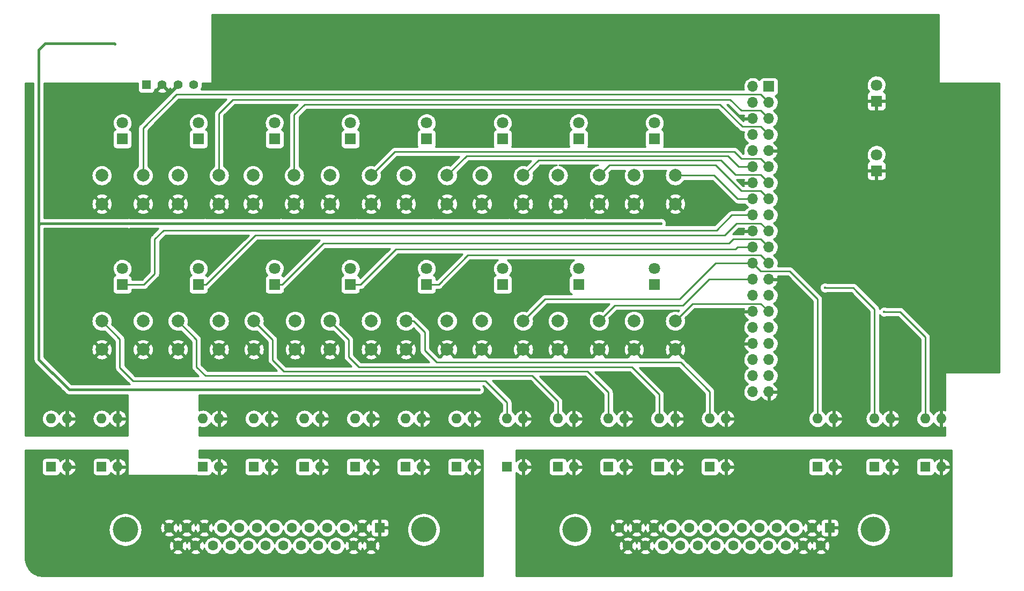
<source format=gbr>
G04 #@! TF.GenerationSoftware,KiCad,Pcbnew,(6.0.7)*
G04 #@! TF.CreationDate,2022-11-25T21:32:16+05:30*
G04 #@! TF.ProjectId,GPI-Tally-Interface-Board,4750492d-5461-46c6-9c79-2d496e746572,rev?*
G04 #@! TF.SameCoordinates,Original*
G04 #@! TF.FileFunction,Copper,L2,Bot*
G04 #@! TF.FilePolarity,Positive*
%FSLAX46Y46*%
G04 Gerber Fmt 4.6, Leading zero omitted, Abs format (unit mm)*
G04 Created by KiCad (PCBNEW (6.0.7)) date 2022-11-25 21:32:16*
%MOMM*%
%LPD*%
G01*
G04 APERTURE LIST*
G04 #@! TA.AperFunction,ComponentPad*
%ADD10C,2.000000*%
G04 #@! TD*
G04 #@! TA.AperFunction,ComponentPad*
%ADD11R,1.600000X1.600000*%
G04 #@! TD*
G04 #@! TA.AperFunction,ComponentPad*
%ADD12O,1.600000X1.600000*%
G04 #@! TD*
G04 #@! TA.AperFunction,ComponentPad*
%ADD13C,4.000000*%
G04 #@! TD*
G04 #@! TA.AperFunction,ComponentPad*
%ADD14C,1.600000*%
G04 #@! TD*
G04 #@! TA.AperFunction,ComponentPad*
%ADD15R,1.800000X1.800000*%
G04 #@! TD*
G04 #@! TA.AperFunction,ComponentPad*
%ADD16C,1.800000*%
G04 #@! TD*
G04 #@! TA.AperFunction,ComponentPad*
%ADD17R,1.700000X1.700000*%
G04 #@! TD*
G04 #@! TA.AperFunction,ComponentPad*
%ADD18O,1.700000X1.700000*%
G04 #@! TD*
G04 #@! TA.AperFunction,ComponentPad*
%ADD19R,1.408000X1.408000*%
G04 #@! TD*
G04 #@! TA.AperFunction,ComponentPad*
%ADD20C,1.408000*%
G04 #@! TD*
G04 #@! TA.AperFunction,ViaPad*
%ADD21C,0.450000*%
G04 #@! TD*
G04 #@! TA.AperFunction,Conductor*
%ADD22C,0.400000*%
G04 #@! TD*
G04 #@! TA.AperFunction,Conductor*
%ADD23C,0.280000*%
G04 #@! TD*
G04 #@! TA.AperFunction,Conductor*
%ADD24C,0.254000*%
G04 #@! TD*
G04 APERTURE END LIST*
D10*
X133750000Y-98750000D03*
X140250000Y-98750000D03*
X133750000Y-103250000D03*
X140250000Y-103250000D03*
D11*
X203725000Y-121800000D03*
D12*
X206265000Y-121800000D03*
X206265000Y-114180000D03*
X203725000Y-114180000D03*
D11*
X73725000Y-121800000D03*
D12*
X76265000Y-121800000D03*
X76265000Y-114180000D03*
X73725000Y-114180000D03*
D11*
X65725000Y-121800000D03*
D12*
X68265000Y-121800000D03*
X68265000Y-114180000D03*
X65725000Y-114180000D03*
D13*
X124555000Y-131719669D03*
X77455000Y-131719669D03*
D11*
X117625000Y-131419669D03*
D14*
X114855000Y-131419669D03*
X112085000Y-131419669D03*
X109315000Y-131419669D03*
X106545000Y-131419669D03*
X103775000Y-131419669D03*
X101005000Y-131419669D03*
X98235000Y-131419669D03*
X95465000Y-131419669D03*
X92695000Y-131419669D03*
X89925000Y-131419669D03*
X87155000Y-131419669D03*
X84385000Y-131419669D03*
X116240000Y-134259669D03*
X113470000Y-134259669D03*
X110700000Y-134259669D03*
X107930000Y-134259669D03*
X105160000Y-134259669D03*
X102390000Y-134259669D03*
X99620000Y-134259669D03*
X96850000Y-134259669D03*
X94080000Y-134259669D03*
X91310000Y-134259669D03*
X88540000Y-134259669D03*
X85770000Y-134259669D03*
D11*
X137725000Y-121800000D03*
D12*
X140265000Y-121800000D03*
X140265000Y-114180000D03*
X137725000Y-114180000D03*
D10*
X121750000Y-98750000D03*
X128250000Y-98750000D03*
X128250000Y-103250000D03*
X121750000Y-103250000D03*
D15*
X161000000Y-93000000D03*
D16*
X161000000Y-90460000D03*
D10*
X157750000Y-98750000D03*
X164250000Y-98750000D03*
X164250000Y-103250000D03*
X157750000Y-103250000D03*
D15*
X101000000Y-70000000D03*
D16*
X101000000Y-67460000D03*
D11*
X89725000Y-121800000D03*
D12*
X92265000Y-121800000D03*
X92265000Y-114180000D03*
X89725000Y-114180000D03*
D15*
X113000000Y-93000000D03*
D16*
X113000000Y-90460000D03*
D10*
X116250000Y-98750000D03*
X109750000Y-98750000D03*
X109750000Y-103250000D03*
X116250000Y-103250000D03*
D15*
X196000000Y-75000000D03*
D16*
X196000000Y-72460000D03*
D15*
X113000000Y-70000000D03*
D16*
X113000000Y-67460000D03*
D10*
X145750000Y-98750000D03*
X152250000Y-98750000D03*
X145750000Y-103250000D03*
X152250000Y-103250000D03*
D15*
X125000000Y-93000000D03*
D16*
X125000000Y-90460000D03*
D10*
X97610000Y-75750000D03*
X104110000Y-75750000D03*
X104110000Y-80250000D03*
X97610000Y-80250000D03*
D11*
X153725000Y-121800000D03*
D12*
X156265000Y-121800000D03*
X156265000Y-114180000D03*
X153725000Y-114180000D03*
D11*
X121725000Y-121800000D03*
D12*
X124265000Y-121800000D03*
X124265000Y-114180000D03*
X121725000Y-114180000D03*
D10*
X92250000Y-98750000D03*
X85750000Y-98750000D03*
X92250000Y-103250000D03*
X85750000Y-103250000D03*
D15*
X89000000Y-93000000D03*
D16*
X89000000Y-90460000D03*
D15*
X137000000Y-93000000D03*
D16*
X137000000Y-90460000D03*
D11*
X105725000Y-121800000D03*
D12*
X108265000Y-121800000D03*
X108265000Y-114180000D03*
X105725000Y-114180000D03*
D10*
X109750000Y-75750000D03*
X116250000Y-75750000D03*
X116250000Y-80250000D03*
X109750000Y-80250000D03*
D15*
X196000000Y-64000000D03*
D16*
X196000000Y-61460000D03*
D11*
X186725000Y-121800000D03*
D12*
X189265000Y-121800000D03*
X189265000Y-114180000D03*
X186725000Y-114180000D03*
D15*
X77000000Y-70000000D03*
D16*
X77000000Y-67460000D03*
D10*
X140250000Y-75750000D03*
X133750000Y-75750000D03*
X133750000Y-80250000D03*
X140250000Y-80250000D03*
X157750000Y-75750000D03*
X164250000Y-75750000D03*
X157750000Y-80250000D03*
X164250000Y-80250000D03*
X85750000Y-75750000D03*
X92250000Y-75750000D03*
X92250000Y-80250000D03*
X85750000Y-80250000D03*
D11*
X169725000Y-121800000D03*
D12*
X172265000Y-121800000D03*
X172265000Y-114180000D03*
X169725000Y-114180000D03*
D15*
X137000000Y-70000000D03*
D16*
X137000000Y-67460000D03*
D10*
X152250000Y-75750000D03*
X145750000Y-75750000D03*
X152250000Y-80250000D03*
X145750000Y-80250000D03*
X73750000Y-75750000D03*
X80250000Y-75750000D03*
X73750000Y-80250000D03*
X80250000Y-80250000D03*
D11*
X161725000Y-121800000D03*
D12*
X164265000Y-121800000D03*
X164265000Y-114180000D03*
X161725000Y-114180000D03*
D15*
X77000000Y-93000000D03*
D16*
X77000000Y-90460000D03*
D15*
X89000000Y-70000000D03*
D16*
X89000000Y-67460000D03*
D10*
X104250000Y-98750000D03*
X97750000Y-98750000D03*
X104250000Y-103250000D03*
X97750000Y-103250000D03*
X80250000Y-98750000D03*
X73750000Y-98750000D03*
X73750000Y-103250000D03*
X80250000Y-103250000D03*
D11*
X113725000Y-121800000D03*
D12*
X116265000Y-121800000D03*
X116265000Y-114180000D03*
X113725000Y-114180000D03*
D11*
X129725000Y-121800000D03*
D12*
X132265000Y-121800000D03*
X132265000Y-114180000D03*
X129725000Y-114180000D03*
D15*
X161000000Y-70000000D03*
D16*
X161000000Y-67460000D03*
D15*
X149000000Y-93000000D03*
D16*
X149000000Y-90460000D03*
D15*
X101000000Y-93000000D03*
D16*
X101000000Y-90460000D03*
D11*
X195725000Y-121800000D03*
D12*
X198265000Y-121800000D03*
X198265000Y-114180000D03*
X195725000Y-114180000D03*
D10*
X128250000Y-75750000D03*
X121750000Y-75750000D03*
X121750000Y-80250000D03*
X128250000Y-80250000D03*
D11*
X97725000Y-121800000D03*
D12*
X100265000Y-121800000D03*
X100265000Y-114180000D03*
X97725000Y-114180000D03*
D11*
X145725000Y-121800000D03*
D12*
X148265000Y-121800000D03*
X148265000Y-114180000D03*
X145725000Y-114180000D03*
D15*
X125000000Y-70000000D03*
D16*
X125000000Y-67460000D03*
D15*
X149000000Y-70000000D03*
D16*
X149000000Y-67460000D03*
D13*
X148455000Y-131719669D03*
X195555000Y-131719669D03*
D11*
X188625000Y-131419669D03*
D14*
X185855000Y-131419669D03*
X183085000Y-131419669D03*
X180315000Y-131419669D03*
X177545000Y-131419669D03*
X174775000Y-131419669D03*
X172005000Y-131419669D03*
X169235000Y-131419669D03*
X166465000Y-131419669D03*
X163695000Y-131419669D03*
X160925000Y-131419669D03*
X158155000Y-131419669D03*
X155385000Y-131419669D03*
X187240000Y-134259669D03*
X184470000Y-134259669D03*
X181700000Y-134259669D03*
X178930000Y-134259669D03*
X176160000Y-134259669D03*
X173390000Y-134259669D03*
X170620000Y-134259669D03*
X167850000Y-134259669D03*
X165080000Y-134259669D03*
X162310000Y-134259669D03*
X159540000Y-134259669D03*
X156770000Y-134259669D03*
D17*
X179025000Y-61700000D03*
D18*
X176485000Y-61700000D03*
X179025000Y-64240000D03*
X176485000Y-64240000D03*
X179025000Y-66780000D03*
X176485000Y-66780000D03*
X179025000Y-69320000D03*
X176485000Y-69320000D03*
X179025000Y-71860000D03*
X176485000Y-71860000D03*
X179025000Y-74400000D03*
X176485000Y-74400000D03*
X179025000Y-76940000D03*
X176485000Y-76940000D03*
X179025000Y-79480000D03*
X176485000Y-79480000D03*
X179025000Y-82020000D03*
X176485000Y-82020000D03*
X179025000Y-84560000D03*
X176485000Y-84560000D03*
X179025000Y-87100000D03*
X176485000Y-87100000D03*
X179025000Y-89640000D03*
X176485000Y-89640000D03*
X179025000Y-92180000D03*
X176485000Y-92180000D03*
X179025000Y-94720000D03*
X176485000Y-94720000D03*
X179025000Y-97260000D03*
X176485000Y-97260000D03*
X179025000Y-99800000D03*
X176485000Y-99800000D03*
X179025000Y-102340000D03*
X176485000Y-102340000D03*
X179025000Y-104880000D03*
X176485000Y-104880000D03*
X179025000Y-107420000D03*
X176485000Y-107420000D03*
X179025000Y-109960000D03*
X176485000Y-109960000D03*
D19*
X80775000Y-61450000D03*
D20*
X83275000Y-61450000D03*
X85775000Y-61450000D03*
X88275000Y-61450000D03*
D21*
X92100000Y-109600000D03*
X100000000Y-109600000D03*
X102000000Y-83300000D03*
X76000000Y-109600000D03*
X150000000Y-83300000D03*
X78000000Y-83300000D03*
X108000000Y-109600000D03*
X138000000Y-83300000D03*
X75800000Y-55000000D03*
X114000000Y-83300000D03*
X133300000Y-109600000D03*
X116000000Y-109600000D03*
X124000000Y-109600000D03*
X90000000Y-83300000D03*
X68000000Y-109000000D03*
X162000000Y-83300000D03*
X126000000Y-83300000D03*
X187900000Y-93500000D03*
X197250000Y-97300000D03*
D22*
X68000000Y-109000000D02*
X68600000Y-109600000D01*
X75700000Y-54900000D02*
X75800000Y-55000000D01*
X63800000Y-104800000D02*
X63800000Y-83500000D01*
X116000000Y-109600000D02*
X124000000Y-109600000D01*
X92100000Y-109600000D02*
X100000000Y-109600000D01*
X63800000Y-55900000D02*
X64800000Y-54900000D01*
X90000000Y-83300000D02*
X102000000Y-83300000D01*
X114000000Y-83300000D02*
X126000000Y-83300000D01*
X124000000Y-109600000D02*
X133300000Y-109600000D01*
X126000000Y-83300000D02*
X138000000Y-83300000D01*
X68600000Y-109600000D02*
X76000000Y-109600000D01*
X64000000Y-83300000D02*
X78000000Y-83300000D01*
X76000000Y-109600000D02*
X81900000Y-109600000D01*
X81900000Y-109600000D02*
X92100000Y-109600000D01*
X68000000Y-109000000D02*
X63800000Y-104800000D01*
X63800000Y-83500000D02*
X63800000Y-55900000D01*
X64800000Y-54900000D02*
X75700000Y-54900000D01*
X102000000Y-83300000D02*
X114000000Y-83300000D01*
X108000000Y-109600000D02*
X116000000Y-109600000D01*
X138000000Y-83300000D02*
X150000000Y-83300000D01*
X78000000Y-83300000D02*
X90000000Y-83300000D01*
X63800000Y-83500000D02*
X64000000Y-83300000D01*
X150000000Y-83300000D02*
X162000000Y-83300000D01*
X100000000Y-109600000D02*
X108000000Y-109600000D01*
D23*
X85550000Y-62950000D02*
X80250000Y-68250000D01*
X80250000Y-68250000D02*
X80250000Y-75750000D01*
X179025000Y-64240000D02*
X177735000Y-62950000D01*
X177735000Y-62950000D02*
X85550000Y-62950000D01*
X174650000Y-65500000D02*
X172900000Y-63750000D01*
X179025000Y-66780000D02*
X177745000Y-65500000D01*
X172900000Y-63750000D02*
X94450000Y-63750000D01*
X94450000Y-63750000D02*
X92250000Y-65950000D01*
X177745000Y-65500000D02*
X174650000Y-65500000D01*
X92250000Y-65950000D02*
X92250000Y-75750000D01*
X179025000Y-69320000D02*
X177755000Y-68050000D01*
X105800000Y-64500000D02*
X104110000Y-66190000D01*
X104110000Y-66190000D02*
X104110000Y-75750000D01*
X177755000Y-68050000D02*
X174850000Y-68050000D01*
X171300000Y-64500000D02*
X105800000Y-64500000D01*
X174850000Y-68050000D02*
X171300000Y-64500000D01*
X173550000Y-72000000D02*
X120000000Y-72000000D01*
X179025000Y-74400000D02*
X177725000Y-73100000D01*
X120000000Y-72000000D02*
X116250000Y-75750000D01*
X177725000Y-73100000D02*
X174650000Y-73100000D01*
X174650000Y-73100000D02*
X173550000Y-72000000D01*
X131350000Y-72650000D02*
X128250000Y-75750000D01*
X176485000Y-74400000D02*
X174300000Y-74400000D01*
X172550000Y-72650000D02*
X131350000Y-72650000D01*
X174300000Y-74400000D02*
X172550000Y-72650000D01*
X142650000Y-73350000D02*
X140250000Y-75750000D01*
X179025000Y-76940000D02*
X177735000Y-75650000D01*
X173750000Y-75650000D02*
X171450000Y-73350000D01*
X177735000Y-75650000D02*
X173750000Y-75650000D01*
X171450000Y-73350000D02*
X142650000Y-73350000D01*
X177745000Y-78200000D02*
X174650000Y-78200000D01*
X174650000Y-78200000D02*
X170600000Y-74150000D01*
X153850000Y-74150000D02*
X152250000Y-75750000D01*
X179025000Y-79480000D02*
X177745000Y-78200000D01*
X170600000Y-74150000D02*
X153850000Y-74150000D01*
X170400000Y-75750000D02*
X164250000Y-75750000D01*
X176485000Y-79480000D02*
X174130000Y-79480000D01*
X174130000Y-79480000D02*
X170400000Y-75750000D01*
X80400000Y-93000000D02*
X82100000Y-91300000D01*
X82100000Y-91300000D02*
X82100000Y-85800000D01*
X78700000Y-108200000D02*
X76600000Y-106100000D01*
X170800000Y-84400000D02*
X173180000Y-82020000D01*
X137725000Y-111625000D02*
X134300000Y-108200000D01*
X137725000Y-114180000D02*
X137725000Y-111625000D01*
X134300000Y-108200000D02*
X78700000Y-108200000D01*
X173180000Y-82020000D02*
X176485000Y-82020000D01*
X76600000Y-106100000D02*
X76600000Y-101600000D01*
X82100000Y-85800000D02*
X83500000Y-84400000D01*
X83500000Y-84400000D02*
X170800000Y-84400000D01*
X76600000Y-101600000D02*
X73750000Y-98750000D01*
X77000000Y-93000000D02*
X80400000Y-93000000D01*
X145725000Y-111425000D02*
X141700000Y-107400000D01*
X89000000Y-93000000D02*
X90200000Y-93000000D01*
X90200000Y-93000000D02*
X98000000Y-85200000D01*
X90100000Y-107400000D02*
X88700000Y-106000000D01*
X172050000Y-85200000D02*
X173950000Y-83300000D01*
X141700000Y-107400000D02*
X90100000Y-107400000D01*
X88700000Y-106000000D02*
X88700000Y-101700000D01*
X173950000Y-83300000D02*
X177765000Y-83300000D01*
X98000000Y-85200000D02*
X172050000Y-85200000D01*
X177765000Y-83300000D02*
X179025000Y-84560000D01*
X88700000Y-101700000D02*
X85750000Y-98750000D01*
X145725000Y-114180000D02*
X145725000Y-111425000D01*
X173450000Y-85800000D02*
X177725000Y-85800000D01*
X153725000Y-110025000D02*
X150400000Y-106700000D01*
X177725000Y-85800000D02*
X179025000Y-87100000D01*
X150400000Y-106700000D02*
X102500000Y-106700000D01*
X102500000Y-106700000D02*
X100700000Y-104900000D01*
X100700000Y-104900000D02*
X100700000Y-101700000D01*
X108700000Y-86500000D02*
X172750000Y-86500000D01*
X100700000Y-101700000D02*
X97750000Y-98750000D01*
X101000000Y-93000000D02*
X102200000Y-93000000D01*
X102200000Y-93000000D02*
X108700000Y-86500000D01*
X172750000Y-86500000D02*
X173450000Y-85800000D01*
X153725000Y-114180000D02*
X153725000Y-110025000D01*
X113000000Y-93000000D02*
X114600000Y-93000000D01*
X161725000Y-110325000D02*
X157400000Y-106000000D01*
X157400000Y-106000000D02*
X114300000Y-106000000D01*
X112700000Y-101700000D02*
X109750000Y-98750000D01*
X114300000Y-106000000D02*
X112700000Y-104400000D01*
X114600000Y-93000000D02*
X120200000Y-87400000D01*
X161725000Y-114180000D02*
X161725000Y-110325000D01*
X120200000Y-87400000D02*
X173800000Y-87400000D01*
X112700000Y-104400000D02*
X112700000Y-101700000D01*
X173800000Y-87400000D02*
X174100000Y-87100000D01*
X174100000Y-87100000D02*
X176485000Y-87100000D01*
X131550000Y-88350000D02*
X126900000Y-93000000D01*
X169725000Y-114180000D02*
X169725000Y-109925000D01*
X124700000Y-103400000D02*
X124700000Y-100500000D01*
X165100000Y-105300000D02*
X126600000Y-105300000D01*
X124700000Y-100500000D02*
X122950000Y-98750000D01*
X177735000Y-88350000D02*
X131550000Y-88350000D01*
X126600000Y-105300000D02*
X124700000Y-103400000D01*
X122950000Y-98750000D02*
X121750000Y-98750000D01*
X169725000Y-109925000D02*
X165100000Y-105300000D01*
X179025000Y-89640000D02*
X177735000Y-88350000D01*
X126900000Y-93000000D02*
X125000000Y-93000000D01*
X176485000Y-89640000D02*
X170610000Y-89640000D01*
X164950000Y-95300000D02*
X143700000Y-95300000D01*
X186725000Y-114180000D02*
X186725000Y-95275000D01*
X186725000Y-95275000D02*
X182350000Y-90900000D01*
X177745000Y-90900000D02*
X176485000Y-89640000D01*
X143700000Y-95300000D02*
X140250000Y-98750000D01*
X170610000Y-89640000D02*
X164950000Y-95300000D01*
X182350000Y-90900000D02*
X177745000Y-90900000D01*
X169570000Y-92180000D02*
X176485000Y-92180000D01*
X154700000Y-96300000D02*
X165450000Y-96300000D01*
X152250000Y-98750000D02*
X154700000Y-96300000D01*
X192850000Y-94000000D02*
X192350000Y-93500000D01*
X192350000Y-93500000D02*
X187900000Y-93500000D01*
X195725000Y-96875000D02*
X192850000Y-94000000D01*
X165450000Y-96300000D02*
X169570000Y-92180000D01*
X195725000Y-114180000D02*
X195725000Y-96875000D01*
X177765000Y-96000000D02*
X179025000Y-97260000D01*
X164250000Y-98750000D02*
X167000000Y-96000000D01*
X167000000Y-96000000D02*
X177765000Y-96000000D01*
X199750000Y-97300000D02*
X203725000Y-101275000D01*
X203725000Y-101275000D02*
X203725000Y-114180000D01*
X197250000Y-97300000D02*
X199750000Y-97300000D01*
D24*
X205874000Y-61000000D02*
X205894002Y-61068121D01*
X205947658Y-61114614D01*
X206000000Y-61126000D01*
X215390500Y-61126000D01*
X215390500Y-106874000D01*
X207000000Y-106874000D01*
X206931879Y-106894002D01*
X206885386Y-106947658D01*
X206874000Y-107000000D01*
X206874000Y-112881737D01*
X206767321Y-112831992D01*
X206746682Y-112824480D01*
X206551611Y-112772211D01*
X206480635Y-112773901D01*
X206421839Y-112813695D01*
X206393891Y-112878959D01*
X206393000Y-112893918D01*
X206393000Y-115466082D01*
X206413002Y-115534203D01*
X206466658Y-115580696D01*
X206536932Y-115590800D01*
X206551611Y-115587789D01*
X206746682Y-115535520D01*
X206767321Y-115528008D01*
X206874000Y-115478263D01*
X206874000Y-116874000D01*
X89126000Y-116874000D01*
X89126000Y-115483477D01*
X89222507Y-115528479D01*
X89243146Y-115535991D01*
X89464302Y-115595250D01*
X89485931Y-115599064D01*
X89714018Y-115619019D01*
X89735982Y-115619019D01*
X89964069Y-115599064D01*
X89985698Y-115595250D01*
X90206854Y-115535991D01*
X90227493Y-115528479D01*
X90434999Y-115431718D01*
X90454020Y-115420736D01*
X90641571Y-115289411D01*
X90658395Y-115275293D01*
X90820293Y-115113395D01*
X90834411Y-115096571D01*
X90965736Y-114909020D01*
X90976718Y-114889999D01*
X90995276Y-114850201D01*
X91013717Y-114889748D01*
X91024699Y-114908769D01*
X91155974Y-115096249D01*
X91170092Y-115113073D01*
X91331927Y-115274908D01*
X91348751Y-115289026D01*
X91536231Y-115420301D01*
X91555252Y-115431283D01*
X91762679Y-115528008D01*
X91783318Y-115535520D01*
X91978389Y-115587789D01*
X92049365Y-115586099D01*
X92108161Y-115546305D01*
X92136109Y-115481041D01*
X92137000Y-115466082D01*
X92393000Y-115466082D01*
X92413002Y-115534203D01*
X92466658Y-115580696D01*
X92536932Y-115590800D01*
X92551611Y-115587789D01*
X92746682Y-115535520D01*
X92767321Y-115528008D01*
X92974748Y-115431283D01*
X92993769Y-115420301D01*
X93181249Y-115289026D01*
X93198073Y-115274908D01*
X93359908Y-115113073D01*
X93374026Y-115096249D01*
X93505301Y-114908769D01*
X93516283Y-114889748D01*
X93613008Y-114682321D01*
X93620520Y-114661682D01*
X93672789Y-114466611D01*
X93671099Y-114395635D01*
X93631305Y-114336839D01*
X93566041Y-114308891D01*
X93551082Y-114308000D01*
X92519000Y-114308000D01*
X92450879Y-114328002D01*
X92404386Y-114381658D01*
X92393000Y-114434000D01*
X92393000Y-115466082D01*
X92137000Y-115466082D01*
X92137000Y-114190982D01*
X96285981Y-114190982D01*
X96305936Y-114419069D01*
X96309750Y-114440698D01*
X96369009Y-114661854D01*
X96376521Y-114682493D01*
X96473282Y-114889999D01*
X96484264Y-114909020D01*
X96615589Y-115096571D01*
X96629707Y-115113395D01*
X96791605Y-115275293D01*
X96808429Y-115289411D01*
X96995980Y-115420736D01*
X97015001Y-115431718D01*
X97222507Y-115528479D01*
X97243146Y-115535991D01*
X97464302Y-115595250D01*
X97485931Y-115599064D01*
X97714018Y-115619019D01*
X97735982Y-115619019D01*
X97964069Y-115599064D01*
X97985698Y-115595250D01*
X98206854Y-115535991D01*
X98227493Y-115528479D01*
X98434999Y-115431718D01*
X98454020Y-115420736D01*
X98641571Y-115289411D01*
X98658395Y-115275293D01*
X98820293Y-115113395D01*
X98834411Y-115096571D01*
X98965736Y-114909020D01*
X98976718Y-114889999D01*
X98995276Y-114850201D01*
X99013717Y-114889748D01*
X99024699Y-114908769D01*
X99155974Y-115096249D01*
X99170092Y-115113073D01*
X99331927Y-115274908D01*
X99348751Y-115289026D01*
X99536231Y-115420301D01*
X99555252Y-115431283D01*
X99762679Y-115528008D01*
X99783318Y-115535520D01*
X99978389Y-115587789D01*
X100049365Y-115586099D01*
X100108161Y-115546305D01*
X100136109Y-115481041D01*
X100137000Y-115466082D01*
X100393000Y-115466082D01*
X100413002Y-115534203D01*
X100466658Y-115580696D01*
X100536932Y-115590800D01*
X100551611Y-115587789D01*
X100746682Y-115535520D01*
X100767321Y-115528008D01*
X100974748Y-115431283D01*
X100993769Y-115420301D01*
X101181249Y-115289026D01*
X101198073Y-115274908D01*
X101359908Y-115113073D01*
X101374026Y-115096249D01*
X101505301Y-114908769D01*
X101516283Y-114889748D01*
X101613008Y-114682321D01*
X101620520Y-114661682D01*
X101672789Y-114466611D01*
X101671099Y-114395635D01*
X101631305Y-114336839D01*
X101566041Y-114308891D01*
X101551082Y-114308000D01*
X100519000Y-114308000D01*
X100450879Y-114328002D01*
X100404386Y-114381658D01*
X100393000Y-114434000D01*
X100393000Y-115466082D01*
X100137000Y-115466082D01*
X100137000Y-114190982D01*
X104285981Y-114190982D01*
X104305936Y-114419069D01*
X104309750Y-114440698D01*
X104369009Y-114661854D01*
X104376521Y-114682493D01*
X104473282Y-114889999D01*
X104484264Y-114909020D01*
X104615589Y-115096571D01*
X104629707Y-115113395D01*
X104791605Y-115275293D01*
X104808429Y-115289411D01*
X104995980Y-115420736D01*
X105015001Y-115431718D01*
X105222507Y-115528479D01*
X105243146Y-115535991D01*
X105464302Y-115595250D01*
X105485931Y-115599064D01*
X105714018Y-115619019D01*
X105735982Y-115619019D01*
X105964069Y-115599064D01*
X105985698Y-115595250D01*
X106206854Y-115535991D01*
X106227493Y-115528479D01*
X106434999Y-115431718D01*
X106454020Y-115420736D01*
X106641571Y-115289411D01*
X106658395Y-115275293D01*
X106820293Y-115113395D01*
X106834411Y-115096571D01*
X106965736Y-114909020D01*
X106976718Y-114889999D01*
X106995276Y-114850201D01*
X107013717Y-114889748D01*
X107024699Y-114908769D01*
X107155974Y-115096249D01*
X107170092Y-115113073D01*
X107331927Y-115274908D01*
X107348751Y-115289026D01*
X107536231Y-115420301D01*
X107555252Y-115431283D01*
X107762679Y-115528008D01*
X107783318Y-115535520D01*
X107978389Y-115587789D01*
X108049365Y-115586099D01*
X108108161Y-115546305D01*
X108136109Y-115481041D01*
X108137000Y-115466082D01*
X108393000Y-115466082D01*
X108413002Y-115534203D01*
X108466658Y-115580696D01*
X108536932Y-115590800D01*
X108551611Y-115587789D01*
X108746682Y-115535520D01*
X108767321Y-115528008D01*
X108974748Y-115431283D01*
X108993769Y-115420301D01*
X109181249Y-115289026D01*
X109198073Y-115274908D01*
X109359908Y-115113073D01*
X109374026Y-115096249D01*
X109505301Y-114908769D01*
X109516283Y-114889748D01*
X109613008Y-114682321D01*
X109620520Y-114661682D01*
X109672789Y-114466611D01*
X109671099Y-114395635D01*
X109631305Y-114336839D01*
X109566041Y-114308891D01*
X109551082Y-114308000D01*
X108519000Y-114308000D01*
X108450879Y-114328002D01*
X108404386Y-114381658D01*
X108393000Y-114434000D01*
X108393000Y-115466082D01*
X108137000Y-115466082D01*
X108137000Y-114190982D01*
X112285981Y-114190982D01*
X112305936Y-114419069D01*
X112309750Y-114440698D01*
X112369009Y-114661854D01*
X112376521Y-114682493D01*
X112473282Y-114889999D01*
X112484264Y-114909020D01*
X112615589Y-115096571D01*
X112629707Y-115113395D01*
X112791605Y-115275293D01*
X112808429Y-115289411D01*
X112995980Y-115420736D01*
X113015001Y-115431718D01*
X113222507Y-115528479D01*
X113243146Y-115535991D01*
X113464302Y-115595250D01*
X113485931Y-115599064D01*
X113714018Y-115619019D01*
X113735982Y-115619019D01*
X113964069Y-115599064D01*
X113985698Y-115595250D01*
X114206854Y-115535991D01*
X114227493Y-115528479D01*
X114434999Y-115431718D01*
X114454020Y-115420736D01*
X114641571Y-115289411D01*
X114658395Y-115275293D01*
X114820293Y-115113395D01*
X114834411Y-115096571D01*
X114965736Y-114909020D01*
X114976718Y-114889999D01*
X114995276Y-114850201D01*
X115013717Y-114889748D01*
X115024699Y-114908769D01*
X115155974Y-115096249D01*
X115170092Y-115113073D01*
X115331927Y-115274908D01*
X115348751Y-115289026D01*
X115536231Y-115420301D01*
X115555252Y-115431283D01*
X115762679Y-115528008D01*
X115783318Y-115535520D01*
X115978389Y-115587789D01*
X116049365Y-115586099D01*
X116108161Y-115546305D01*
X116136109Y-115481041D01*
X116137000Y-115466082D01*
X116393000Y-115466082D01*
X116413002Y-115534203D01*
X116466658Y-115580696D01*
X116536932Y-115590800D01*
X116551611Y-115587789D01*
X116746682Y-115535520D01*
X116767321Y-115528008D01*
X116974748Y-115431283D01*
X116993769Y-115420301D01*
X117181249Y-115289026D01*
X117198073Y-115274908D01*
X117359908Y-115113073D01*
X117374026Y-115096249D01*
X117505301Y-114908769D01*
X117516283Y-114889748D01*
X117613008Y-114682321D01*
X117620520Y-114661682D01*
X117672789Y-114466611D01*
X117671099Y-114395635D01*
X117631305Y-114336839D01*
X117566041Y-114308891D01*
X117551082Y-114308000D01*
X116519000Y-114308000D01*
X116450879Y-114328002D01*
X116404386Y-114381658D01*
X116393000Y-114434000D01*
X116393000Y-115466082D01*
X116137000Y-115466082D01*
X116137000Y-114190982D01*
X120285981Y-114190982D01*
X120305936Y-114419069D01*
X120309750Y-114440698D01*
X120369009Y-114661854D01*
X120376521Y-114682493D01*
X120473282Y-114889999D01*
X120484264Y-114909020D01*
X120615589Y-115096571D01*
X120629707Y-115113395D01*
X120791605Y-115275293D01*
X120808429Y-115289411D01*
X120995980Y-115420736D01*
X121015001Y-115431718D01*
X121222507Y-115528479D01*
X121243146Y-115535991D01*
X121464302Y-115595250D01*
X121485931Y-115599064D01*
X121714018Y-115619019D01*
X121735982Y-115619019D01*
X121964069Y-115599064D01*
X121985698Y-115595250D01*
X122206854Y-115535991D01*
X122227493Y-115528479D01*
X122434999Y-115431718D01*
X122454020Y-115420736D01*
X122641571Y-115289411D01*
X122658395Y-115275293D01*
X122820293Y-115113395D01*
X122834411Y-115096571D01*
X122965736Y-114909020D01*
X122976718Y-114889999D01*
X122995276Y-114850201D01*
X123013717Y-114889748D01*
X123024699Y-114908769D01*
X123155974Y-115096249D01*
X123170092Y-115113073D01*
X123331927Y-115274908D01*
X123348751Y-115289026D01*
X123536231Y-115420301D01*
X123555252Y-115431283D01*
X123762679Y-115528008D01*
X123783318Y-115535520D01*
X123978389Y-115587789D01*
X124049365Y-115586099D01*
X124108161Y-115546305D01*
X124136109Y-115481041D01*
X124137000Y-115466082D01*
X124393000Y-115466082D01*
X124413002Y-115534203D01*
X124466658Y-115580696D01*
X124536932Y-115590800D01*
X124551611Y-115587789D01*
X124746682Y-115535520D01*
X124767321Y-115528008D01*
X124974748Y-115431283D01*
X124993769Y-115420301D01*
X125181249Y-115289026D01*
X125198073Y-115274908D01*
X125359908Y-115113073D01*
X125374026Y-115096249D01*
X125505301Y-114908769D01*
X125516283Y-114889748D01*
X125613008Y-114682321D01*
X125620520Y-114661682D01*
X125672789Y-114466611D01*
X125671099Y-114395635D01*
X125631305Y-114336839D01*
X125566041Y-114308891D01*
X125551082Y-114308000D01*
X124519000Y-114308000D01*
X124450879Y-114328002D01*
X124404386Y-114381658D01*
X124393000Y-114434000D01*
X124393000Y-115466082D01*
X124137000Y-115466082D01*
X124137000Y-114190982D01*
X128285981Y-114190982D01*
X128305936Y-114419069D01*
X128309750Y-114440698D01*
X128369009Y-114661854D01*
X128376521Y-114682493D01*
X128473282Y-114889999D01*
X128484264Y-114909020D01*
X128615589Y-115096571D01*
X128629707Y-115113395D01*
X128791605Y-115275293D01*
X128808429Y-115289411D01*
X128995980Y-115420736D01*
X129015001Y-115431718D01*
X129222507Y-115528479D01*
X129243146Y-115535991D01*
X129464302Y-115595250D01*
X129485931Y-115599064D01*
X129714018Y-115619019D01*
X129735982Y-115619019D01*
X129964069Y-115599064D01*
X129985698Y-115595250D01*
X130206854Y-115535991D01*
X130227493Y-115528479D01*
X130434999Y-115431718D01*
X130454020Y-115420736D01*
X130641571Y-115289411D01*
X130658395Y-115275293D01*
X130820293Y-115113395D01*
X130834411Y-115096571D01*
X130965736Y-114909020D01*
X130976718Y-114889999D01*
X130995276Y-114850201D01*
X131013717Y-114889748D01*
X131024699Y-114908769D01*
X131155974Y-115096249D01*
X131170092Y-115113073D01*
X131331927Y-115274908D01*
X131348751Y-115289026D01*
X131536231Y-115420301D01*
X131555252Y-115431283D01*
X131762679Y-115528008D01*
X131783318Y-115535520D01*
X131978389Y-115587789D01*
X132049365Y-115586099D01*
X132108161Y-115546305D01*
X132136109Y-115481041D01*
X132137000Y-115466082D01*
X132393000Y-115466082D01*
X132413002Y-115534203D01*
X132466658Y-115580696D01*
X132536932Y-115590800D01*
X132551611Y-115587789D01*
X132746682Y-115535520D01*
X132767321Y-115528008D01*
X132974748Y-115431283D01*
X132993769Y-115420301D01*
X133181249Y-115289026D01*
X133198073Y-115274908D01*
X133359908Y-115113073D01*
X133374026Y-115096249D01*
X133505301Y-114908769D01*
X133516283Y-114889748D01*
X133613008Y-114682321D01*
X133620520Y-114661682D01*
X133672789Y-114466611D01*
X133671099Y-114395635D01*
X133631305Y-114336839D01*
X133566041Y-114308891D01*
X133551082Y-114308000D01*
X132519000Y-114308000D01*
X132450879Y-114328002D01*
X132404386Y-114381658D01*
X132393000Y-114434000D01*
X132393000Y-115466082D01*
X132137000Y-115466082D01*
X132137000Y-113926000D01*
X132393000Y-113926000D01*
X132413002Y-113994121D01*
X132466658Y-114040614D01*
X132519000Y-114052000D01*
X133551082Y-114052000D01*
X133619203Y-114031998D01*
X133665696Y-113978342D01*
X133675800Y-113908068D01*
X133672789Y-113893389D01*
X133620520Y-113698318D01*
X133613008Y-113677679D01*
X133516283Y-113470252D01*
X133505301Y-113451231D01*
X133374026Y-113263751D01*
X133359908Y-113246927D01*
X133198073Y-113085092D01*
X133181249Y-113070974D01*
X132993769Y-112939699D01*
X132974748Y-112928717D01*
X132767321Y-112831992D01*
X132746682Y-112824480D01*
X132551611Y-112772211D01*
X132480635Y-112773901D01*
X132421839Y-112813695D01*
X132393891Y-112878959D01*
X132393000Y-112893918D01*
X132393000Y-113926000D01*
X132137000Y-113926000D01*
X132137000Y-112893918D01*
X132116998Y-112825797D01*
X132063342Y-112779304D01*
X131993068Y-112769200D01*
X131978389Y-112772211D01*
X131783318Y-112824480D01*
X131762679Y-112831992D01*
X131555252Y-112928717D01*
X131536231Y-112939699D01*
X131348751Y-113070974D01*
X131331927Y-113085092D01*
X131170092Y-113246927D01*
X131155974Y-113263751D01*
X131024699Y-113451231D01*
X131013717Y-113470252D01*
X130995276Y-113509799D01*
X130976718Y-113470001D01*
X130965736Y-113450980D01*
X130834411Y-113263429D01*
X130820293Y-113246605D01*
X130658395Y-113084707D01*
X130641571Y-113070589D01*
X130454020Y-112939264D01*
X130434999Y-112928282D01*
X130227493Y-112831521D01*
X130206854Y-112824009D01*
X129985698Y-112764750D01*
X129964069Y-112760936D01*
X129735982Y-112740981D01*
X129714018Y-112740981D01*
X129485931Y-112760936D01*
X129464302Y-112764750D01*
X129243146Y-112824009D01*
X129222507Y-112831521D01*
X129015001Y-112928282D01*
X128995980Y-112939264D01*
X128808429Y-113070589D01*
X128791605Y-113084707D01*
X128629707Y-113246605D01*
X128615589Y-113263429D01*
X128484264Y-113450980D01*
X128473282Y-113470001D01*
X128376521Y-113677507D01*
X128369009Y-113698146D01*
X128309750Y-113919302D01*
X128305936Y-113940931D01*
X128285981Y-114169018D01*
X128285981Y-114190982D01*
X124137000Y-114190982D01*
X124137000Y-113926000D01*
X124393000Y-113926000D01*
X124413002Y-113994121D01*
X124466658Y-114040614D01*
X124519000Y-114052000D01*
X125551082Y-114052000D01*
X125619203Y-114031998D01*
X125665696Y-113978342D01*
X125675800Y-113908068D01*
X125672789Y-113893389D01*
X125620520Y-113698318D01*
X125613008Y-113677679D01*
X125516283Y-113470252D01*
X125505301Y-113451231D01*
X125374026Y-113263751D01*
X125359908Y-113246927D01*
X125198073Y-113085092D01*
X125181249Y-113070974D01*
X124993769Y-112939699D01*
X124974748Y-112928717D01*
X124767321Y-112831992D01*
X124746682Y-112824480D01*
X124551611Y-112772211D01*
X124480635Y-112773901D01*
X124421839Y-112813695D01*
X124393891Y-112878959D01*
X124393000Y-112893918D01*
X124393000Y-113926000D01*
X124137000Y-113926000D01*
X124137000Y-112893918D01*
X124116998Y-112825797D01*
X124063342Y-112779304D01*
X123993068Y-112769200D01*
X123978389Y-112772211D01*
X123783318Y-112824480D01*
X123762679Y-112831992D01*
X123555252Y-112928717D01*
X123536231Y-112939699D01*
X123348751Y-113070974D01*
X123331927Y-113085092D01*
X123170092Y-113246927D01*
X123155974Y-113263751D01*
X123024699Y-113451231D01*
X123013717Y-113470252D01*
X122995276Y-113509799D01*
X122976718Y-113470001D01*
X122965736Y-113450980D01*
X122834411Y-113263429D01*
X122820293Y-113246605D01*
X122658395Y-113084707D01*
X122641571Y-113070589D01*
X122454020Y-112939264D01*
X122434999Y-112928282D01*
X122227493Y-112831521D01*
X122206854Y-112824009D01*
X121985698Y-112764750D01*
X121964069Y-112760936D01*
X121735982Y-112740981D01*
X121714018Y-112740981D01*
X121485931Y-112760936D01*
X121464302Y-112764750D01*
X121243146Y-112824009D01*
X121222507Y-112831521D01*
X121015001Y-112928282D01*
X120995980Y-112939264D01*
X120808429Y-113070589D01*
X120791605Y-113084707D01*
X120629707Y-113246605D01*
X120615589Y-113263429D01*
X120484264Y-113450980D01*
X120473282Y-113470001D01*
X120376521Y-113677507D01*
X120369009Y-113698146D01*
X120309750Y-113919302D01*
X120305936Y-113940931D01*
X120285981Y-114169018D01*
X120285981Y-114190982D01*
X116137000Y-114190982D01*
X116137000Y-113926000D01*
X116393000Y-113926000D01*
X116413002Y-113994121D01*
X116466658Y-114040614D01*
X116519000Y-114052000D01*
X117551082Y-114052000D01*
X117619203Y-114031998D01*
X117665696Y-113978342D01*
X117675800Y-113908068D01*
X117672789Y-113893389D01*
X117620520Y-113698318D01*
X117613008Y-113677679D01*
X117516283Y-113470252D01*
X117505301Y-113451231D01*
X117374026Y-113263751D01*
X117359908Y-113246927D01*
X117198073Y-113085092D01*
X117181249Y-113070974D01*
X116993769Y-112939699D01*
X116974748Y-112928717D01*
X116767321Y-112831992D01*
X116746682Y-112824480D01*
X116551611Y-112772211D01*
X116480635Y-112773901D01*
X116421839Y-112813695D01*
X116393891Y-112878959D01*
X116393000Y-112893918D01*
X116393000Y-113926000D01*
X116137000Y-113926000D01*
X116137000Y-112893918D01*
X116116998Y-112825797D01*
X116063342Y-112779304D01*
X115993068Y-112769200D01*
X115978389Y-112772211D01*
X115783318Y-112824480D01*
X115762679Y-112831992D01*
X115555252Y-112928717D01*
X115536231Y-112939699D01*
X115348751Y-113070974D01*
X115331927Y-113085092D01*
X115170092Y-113246927D01*
X115155974Y-113263751D01*
X115024699Y-113451231D01*
X115013717Y-113470252D01*
X114995276Y-113509799D01*
X114976718Y-113470001D01*
X114965736Y-113450980D01*
X114834411Y-113263429D01*
X114820293Y-113246605D01*
X114658395Y-113084707D01*
X114641571Y-113070589D01*
X114454020Y-112939264D01*
X114434999Y-112928282D01*
X114227493Y-112831521D01*
X114206854Y-112824009D01*
X113985698Y-112764750D01*
X113964069Y-112760936D01*
X113735982Y-112740981D01*
X113714018Y-112740981D01*
X113485931Y-112760936D01*
X113464302Y-112764750D01*
X113243146Y-112824009D01*
X113222507Y-112831521D01*
X113015001Y-112928282D01*
X112995980Y-112939264D01*
X112808429Y-113070589D01*
X112791605Y-113084707D01*
X112629707Y-113246605D01*
X112615589Y-113263429D01*
X112484264Y-113450980D01*
X112473282Y-113470001D01*
X112376521Y-113677507D01*
X112369009Y-113698146D01*
X112309750Y-113919302D01*
X112305936Y-113940931D01*
X112285981Y-114169018D01*
X112285981Y-114190982D01*
X108137000Y-114190982D01*
X108137000Y-113926000D01*
X108393000Y-113926000D01*
X108413002Y-113994121D01*
X108466658Y-114040614D01*
X108519000Y-114052000D01*
X109551082Y-114052000D01*
X109619203Y-114031998D01*
X109665696Y-113978342D01*
X109675800Y-113908068D01*
X109672789Y-113893389D01*
X109620520Y-113698318D01*
X109613008Y-113677679D01*
X109516283Y-113470252D01*
X109505301Y-113451231D01*
X109374026Y-113263751D01*
X109359908Y-113246927D01*
X109198073Y-113085092D01*
X109181249Y-113070974D01*
X108993769Y-112939699D01*
X108974748Y-112928717D01*
X108767321Y-112831992D01*
X108746682Y-112824480D01*
X108551611Y-112772211D01*
X108480635Y-112773901D01*
X108421839Y-112813695D01*
X108393891Y-112878959D01*
X108393000Y-112893918D01*
X108393000Y-113926000D01*
X108137000Y-113926000D01*
X108137000Y-112893918D01*
X108116998Y-112825797D01*
X108063342Y-112779304D01*
X107993068Y-112769200D01*
X107978389Y-112772211D01*
X107783318Y-112824480D01*
X107762679Y-112831992D01*
X107555252Y-112928717D01*
X107536231Y-112939699D01*
X107348751Y-113070974D01*
X107331927Y-113085092D01*
X107170092Y-113246927D01*
X107155974Y-113263751D01*
X107024699Y-113451231D01*
X107013717Y-113470252D01*
X106995276Y-113509799D01*
X106976718Y-113470001D01*
X106965736Y-113450980D01*
X106834411Y-113263429D01*
X106820293Y-113246605D01*
X106658395Y-113084707D01*
X106641571Y-113070589D01*
X106454020Y-112939264D01*
X106434999Y-112928282D01*
X106227493Y-112831521D01*
X106206854Y-112824009D01*
X105985698Y-112764750D01*
X105964069Y-112760936D01*
X105735982Y-112740981D01*
X105714018Y-112740981D01*
X105485931Y-112760936D01*
X105464302Y-112764750D01*
X105243146Y-112824009D01*
X105222507Y-112831521D01*
X105015001Y-112928282D01*
X104995980Y-112939264D01*
X104808429Y-113070589D01*
X104791605Y-113084707D01*
X104629707Y-113246605D01*
X104615589Y-113263429D01*
X104484264Y-113450980D01*
X104473282Y-113470001D01*
X104376521Y-113677507D01*
X104369009Y-113698146D01*
X104309750Y-113919302D01*
X104305936Y-113940931D01*
X104285981Y-114169018D01*
X104285981Y-114190982D01*
X100137000Y-114190982D01*
X100137000Y-113926000D01*
X100393000Y-113926000D01*
X100413002Y-113994121D01*
X100466658Y-114040614D01*
X100519000Y-114052000D01*
X101551082Y-114052000D01*
X101619203Y-114031998D01*
X101665696Y-113978342D01*
X101675800Y-113908068D01*
X101672789Y-113893389D01*
X101620520Y-113698318D01*
X101613008Y-113677679D01*
X101516283Y-113470252D01*
X101505301Y-113451231D01*
X101374026Y-113263751D01*
X101359908Y-113246927D01*
X101198073Y-113085092D01*
X101181249Y-113070974D01*
X100993769Y-112939699D01*
X100974748Y-112928717D01*
X100767321Y-112831992D01*
X100746682Y-112824480D01*
X100551611Y-112772211D01*
X100480635Y-112773901D01*
X100421839Y-112813695D01*
X100393891Y-112878959D01*
X100393000Y-112893918D01*
X100393000Y-113926000D01*
X100137000Y-113926000D01*
X100137000Y-112893918D01*
X100116998Y-112825797D01*
X100063342Y-112779304D01*
X99993068Y-112769200D01*
X99978389Y-112772211D01*
X99783318Y-112824480D01*
X99762679Y-112831992D01*
X99555252Y-112928717D01*
X99536231Y-112939699D01*
X99348751Y-113070974D01*
X99331927Y-113085092D01*
X99170092Y-113246927D01*
X99155974Y-113263751D01*
X99024699Y-113451231D01*
X99013717Y-113470252D01*
X98995276Y-113509799D01*
X98976718Y-113470001D01*
X98965736Y-113450980D01*
X98834411Y-113263429D01*
X98820293Y-113246605D01*
X98658395Y-113084707D01*
X98641571Y-113070589D01*
X98454020Y-112939264D01*
X98434999Y-112928282D01*
X98227493Y-112831521D01*
X98206854Y-112824009D01*
X97985698Y-112764750D01*
X97964069Y-112760936D01*
X97735982Y-112740981D01*
X97714018Y-112740981D01*
X97485931Y-112760936D01*
X97464302Y-112764750D01*
X97243146Y-112824009D01*
X97222507Y-112831521D01*
X97015001Y-112928282D01*
X96995980Y-112939264D01*
X96808429Y-113070589D01*
X96791605Y-113084707D01*
X96629707Y-113246605D01*
X96615589Y-113263429D01*
X96484264Y-113450980D01*
X96473282Y-113470001D01*
X96376521Y-113677507D01*
X96369009Y-113698146D01*
X96309750Y-113919302D01*
X96305936Y-113940931D01*
X96285981Y-114169018D01*
X96285981Y-114190982D01*
X92137000Y-114190982D01*
X92137000Y-113926000D01*
X92393000Y-113926000D01*
X92413002Y-113994121D01*
X92466658Y-114040614D01*
X92519000Y-114052000D01*
X93551082Y-114052000D01*
X93619203Y-114031998D01*
X93665696Y-113978342D01*
X93675800Y-113908068D01*
X93672789Y-113893389D01*
X93620520Y-113698318D01*
X93613008Y-113677679D01*
X93516283Y-113470252D01*
X93505301Y-113451231D01*
X93374026Y-113263751D01*
X93359908Y-113246927D01*
X93198073Y-113085092D01*
X93181249Y-113070974D01*
X92993769Y-112939699D01*
X92974748Y-112928717D01*
X92767321Y-112831992D01*
X92746682Y-112824480D01*
X92551611Y-112772211D01*
X92480635Y-112773901D01*
X92421839Y-112813695D01*
X92393891Y-112878959D01*
X92393000Y-112893918D01*
X92393000Y-113926000D01*
X92137000Y-113926000D01*
X92137000Y-112893918D01*
X92116998Y-112825797D01*
X92063342Y-112779304D01*
X91993068Y-112769200D01*
X91978389Y-112772211D01*
X91783318Y-112824480D01*
X91762679Y-112831992D01*
X91555252Y-112928717D01*
X91536231Y-112939699D01*
X91348751Y-113070974D01*
X91331927Y-113085092D01*
X91170092Y-113246927D01*
X91155974Y-113263751D01*
X91024699Y-113451231D01*
X91013717Y-113470252D01*
X90995276Y-113509799D01*
X90976718Y-113470001D01*
X90965736Y-113450980D01*
X90834411Y-113263429D01*
X90820293Y-113246605D01*
X90658395Y-113084707D01*
X90641571Y-113070589D01*
X90454020Y-112939264D01*
X90434999Y-112928282D01*
X90227493Y-112831521D01*
X90206854Y-112824009D01*
X89985698Y-112764750D01*
X89964069Y-112760936D01*
X89735982Y-112740981D01*
X89714018Y-112740981D01*
X89485931Y-112760936D01*
X89464302Y-112764750D01*
X89243146Y-112824009D01*
X89222507Y-112831521D01*
X89126000Y-112876523D01*
X89126000Y-110434500D01*
X91878258Y-110434500D01*
X91904764Y-110441108D01*
X92067878Y-110462872D01*
X92095961Y-110463460D01*
X92259843Y-110448546D01*
X92287361Y-110442898D01*
X92313207Y-110434500D01*
X99778258Y-110434500D01*
X99804764Y-110441108D01*
X99967878Y-110462872D01*
X99995961Y-110463460D01*
X100159843Y-110448546D01*
X100187361Y-110442898D01*
X100213207Y-110434500D01*
X107778258Y-110434500D01*
X107804764Y-110441108D01*
X107967878Y-110462872D01*
X107995961Y-110463460D01*
X108159843Y-110448546D01*
X108187361Y-110442898D01*
X108213207Y-110434500D01*
X115778258Y-110434500D01*
X115804764Y-110441108D01*
X115967878Y-110462872D01*
X115995961Y-110463460D01*
X116159843Y-110448546D01*
X116187361Y-110442898D01*
X116213207Y-110434500D01*
X123778258Y-110434500D01*
X123804764Y-110441108D01*
X123967878Y-110462872D01*
X123995961Y-110463460D01*
X124159843Y-110448546D01*
X124187361Y-110442898D01*
X124213207Y-110434500D01*
X133078258Y-110434500D01*
X133104764Y-110441108D01*
X133267878Y-110462872D01*
X133295961Y-110463460D01*
X133459843Y-110448546D01*
X133487360Y-110442898D01*
X133643865Y-110392046D01*
X133669447Y-110380442D01*
X133810797Y-110296180D01*
X133833171Y-110279197D01*
X133952341Y-110165714D01*
X133970397Y-110144195D01*
X134061463Y-110007130D01*
X134074303Y-109982146D01*
X134132739Y-109828311D01*
X134139725Y-109801104D01*
X134162627Y-109638146D01*
X134163841Y-109622371D01*
X134164129Y-109601761D01*
X134163356Y-109585955D01*
X134145013Y-109422421D01*
X134138789Y-109395029D01*
X134084671Y-109239623D01*
X134072534Y-109214290D01*
X133985330Y-109074735D01*
X133967882Y-109052721D01*
X133890205Y-108974500D01*
X133979193Y-108974500D01*
X136950500Y-111945808D01*
X136950500Y-112971110D01*
X136808429Y-113070589D01*
X136791605Y-113084707D01*
X136629707Y-113246605D01*
X136615589Y-113263429D01*
X136484264Y-113450980D01*
X136473282Y-113470001D01*
X136376521Y-113677507D01*
X136369009Y-113698146D01*
X136309750Y-113919302D01*
X136305936Y-113940931D01*
X136285981Y-114169018D01*
X136285981Y-114190982D01*
X136305936Y-114419069D01*
X136309750Y-114440698D01*
X136369009Y-114661854D01*
X136376521Y-114682493D01*
X136473282Y-114889999D01*
X136484264Y-114909020D01*
X136615589Y-115096571D01*
X136629707Y-115113395D01*
X136791605Y-115275293D01*
X136808429Y-115289411D01*
X136995980Y-115420736D01*
X137015001Y-115431718D01*
X137222507Y-115528479D01*
X137243146Y-115535991D01*
X137464302Y-115595250D01*
X137485931Y-115599064D01*
X137714018Y-115619019D01*
X137735982Y-115619019D01*
X137964069Y-115599064D01*
X137985698Y-115595250D01*
X138206854Y-115535991D01*
X138227493Y-115528479D01*
X138434999Y-115431718D01*
X138454020Y-115420736D01*
X138641571Y-115289411D01*
X138658395Y-115275293D01*
X138820293Y-115113395D01*
X138834411Y-115096571D01*
X138965736Y-114909020D01*
X138976718Y-114889999D01*
X138995276Y-114850201D01*
X139013717Y-114889748D01*
X139024699Y-114908769D01*
X139155974Y-115096249D01*
X139170092Y-115113073D01*
X139331927Y-115274908D01*
X139348751Y-115289026D01*
X139536231Y-115420301D01*
X139555252Y-115431283D01*
X139762679Y-115528008D01*
X139783318Y-115535520D01*
X139978389Y-115587789D01*
X140049365Y-115586099D01*
X140108161Y-115546305D01*
X140136109Y-115481041D01*
X140137000Y-115466082D01*
X140393000Y-115466082D01*
X140413002Y-115534203D01*
X140466658Y-115580696D01*
X140536932Y-115590800D01*
X140551611Y-115587789D01*
X140746682Y-115535520D01*
X140767321Y-115528008D01*
X140974748Y-115431283D01*
X140993769Y-115420301D01*
X141181249Y-115289026D01*
X141198073Y-115274908D01*
X141359908Y-115113073D01*
X141374026Y-115096249D01*
X141505301Y-114908769D01*
X141516283Y-114889748D01*
X141613008Y-114682321D01*
X141620520Y-114661682D01*
X141672789Y-114466611D01*
X141671099Y-114395635D01*
X141631305Y-114336839D01*
X141566041Y-114308891D01*
X141551082Y-114308000D01*
X140519000Y-114308000D01*
X140450879Y-114328002D01*
X140404386Y-114381658D01*
X140393000Y-114434000D01*
X140393000Y-115466082D01*
X140137000Y-115466082D01*
X140137000Y-113926000D01*
X140393000Y-113926000D01*
X140413002Y-113994121D01*
X140466658Y-114040614D01*
X140519000Y-114052000D01*
X141551082Y-114052000D01*
X141619203Y-114031998D01*
X141665696Y-113978342D01*
X141675800Y-113908068D01*
X141672789Y-113893389D01*
X141620520Y-113698318D01*
X141613008Y-113677679D01*
X141516283Y-113470252D01*
X141505301Y-113451231D01*
X141374026Y-113263751D01*
X141359908Y-113246927D01*
X141198073Y-113085092D01*
X141181249Y-113070974D01*
X140993769Y-112939699D01*
X140974748Y-112928717D01*
X140767321Y-112831992D01*
X140746682Y-112824480D01*
X140551611Y-112772211D01*
X140480635Y-112773901D01*
X140421839Y-112813695D01*
X140393891Y-112878959D01*
X140393000Y-112893918D01*
X140393000Y-113926000D01*
X140137000Y-113926000D01*
X140137000Y-112893918D01*
X140116998Y-112825797D01*
X140063342Y-112779304D01*
X139993068Y-112769200D01*
X139978389Y-112772211D01*
X139783318Y-112824480D01*
X139762679Y-112831992D01*
X139555252Y-112928717D01*
X139536231Y-112939699D01*
X139348751Y-113070974D01*
X139331927Y-113085092D01*
X139170092Y-113246927D01*
X139155974Y-113263751D01*
X139024699Y-113451231D01*
X139013717Y-113470252D01*
X138995276Y-113509799D01*
X138976718Y-113470001D01*
X138965736Y-113450980D01*
X138834411Y-113263429D01*
X138820293Y-113246605D01*
X138658395Y-113084707D01*
X138641571Y-113070589D01*
X138499500Y-112971110D01*
X138499500Y-111705730D01*
X138501691Y-111682556D01*
X138499500Y-111612843D01*
X138499500Y-111584202D01*
X138498507Y-111568413D01*
X138497970Y-111564165D01*
X138496544Y-111518787D01*
X138491603Y-111487593D01*
X138485754Y-111467459D01*
X138483125Y-111446651D01*
X138475270Y-111416059D01*
X138458557Y-111373846D01*
X138445891Y-111330250D01*
X138433347Y-111301262D01*
X138422670Y-111283209D01*
X138414953Y-111263717D01*
X138399738Y-111236040D01*
X138373054Y-111199312D01*
X138349941Y-111160231D01*
X138330583Y-111135276D01*
X138315757Y-111120450D01*
X138303429Y-111103482D01*
X138281808Y-111080458D01*
X138246823Y-111051516D01*
X135369807Y-108174500D01*
X141379193Y-108174500D01*
X144950500Y-111745808D01*
X144950500Y-112971110D01*
X144808429Y-113070589D01*
X144791605Y-113084707D01*
X144629707Y-113246605D01*
X144615589Y-113263429D01*
X144484264Y-113450980D01*
X144473282Y-113470001D01*
X144376521Y-113677507D01*
X144369009Y-113698146D01*
X144309750Y-113919302D01*
X144305936Y-113940931D01*
X144285981Y-114169018D01*
X144285981Y-114190982D01*
X144305936Y-114419069D01*
X144309750Y-114440698D01*
X144369009Y-114661854D01*
X144376521Y-114682493D01*
X144473282Y-114889999D01*
X144484264Y-114909020D01*
X144615589Y-115096571D01*
X144629707Y-115113395D01*
X144791605Y-115275293D01*
X144808429Y-115289411D01*
X144995980Y-115420736D01*
X145015001Y-115431718D01*
X145222507Y-115528479D01*
X145243146Y-115535991D01*
X145464302Y-115595250D01*
X145485931Y-115599064D01*
X145714018Y-115619019D01*
X145735982Y-115619019D01*
X145964069Y-115599064D01*
X145985698Y-115595250D01*
X146206854Y-115535991D01*
X146227493Y-115528479D01*
X146434999Y-115431718D01*
X146454020Y-115420736D01*
X146641571Y-115289411D01*
X146658395Y-115275293D01*
X146820293Y-115113395D01*
X146834411Y-115096571D01*
X146965736Y-114909020D01*
X146976718Y-114889999D01*
X146995276Y-114850201D01*
X147013717Y-114889748D01*
X147024699Y-114908769D01*
X147155974Y-115096249D01*
X147170092Y-115113073D01*
X147331927Y-115274908D01*
X147348751Y-115289026D01*
X147536231Y-115420301D01*
X147555252Y-115431283D01*
X147762679Y-115528008D01*
X147783318Y-115535520D01*
X147978389Y-115587789D01*
X148049365Y-115586099D01*
X148108161Y-115546305D01*
X148136109Y-115481041D01*
X148137000Y-115466082D01*
X148393000Y-115466082D01*
X148413002Y-115534203D01*
X148466658Y-115580696D01*
X148536932Y-115590800D01*
X148551611Y-115587789D01*
X148746682Y-115535520D01*
X148767321Y-115528008D01*
X148974748Y-115431283D01*
X148993769Y-115420301D01*
X149181249Y-115289026D01*
X149198073Y-115274908D01*
X149359908Y-115113073D01*
X149374026Y-115096249D01*
X149505301Y-114908769D01*
X149516283Y-114889748D01*
X149613008Y-114682321D01*
X149620520Y-114661682D01*
X149672789Y-114466611D01*
X149671099Y-114395635D01*
X149631305Y-114336839D01*
X149566041Y-114308891D01*
X149551082Y-114308000D01*
X148519000Y-114308000D01*
X148450879Y-114328002D01*
X148404386Y-114381658D01*
X148393000Y-114434000D01*
X148393000Y-115466082D01*
X148137000Y-115466082D01*
X148137000Y-113926000D01*
X148393000Y-113926000D01*
X148413002Y-113994121D01*
X148466658Y-114040614D01*
X148519000Y-114052000D01*
X149551082Y-114052000D01*
X149619203Y-114031998D01*
X149665696Y-113978342D01*
X149675800Y-113908068D01*
X149672789Y-113893389D01*
X149620520Y-113698318D01*
X149613008Y-113677679D01*
X149516283Y-113470252D01*
X149505301Y-113451231D01*
X149374026Y-113263751D01*
X149359908Y-113246927D01*
X149198073Y-113085092D01*
X149181249Y-113070974D01*
X148993769Y-112939699D01*
X148974748Y-112928717D01*
X148767321Y-112831992D01*
X148746682Y-112824480D01*
X148551611Y-112772211D01*
X148480635Y-112773901D01*
X148421839Y-112813695D01*
X148393891Y-112878959D01*
X148393000Y-112893918D01*
X148393000Y-113926000D01*
X148137000Y-113926000D01*
X148137000Y-112893918D01*
X148116998Y-112825797D01*
X148063342Y-112779304D01*
X147993068Y-112769200D01*
X147978389Y-112772211D01*
X147783318Y-112824480D01*
X147762679Y-112831992D01*
X147555252Y-112928717D01*
X147536231Y-112939699D01*
X147348751Y-113070974D01*
X147331927Y-113085092D01*
X147170092Y-113246927D01*
X147155974Y-113263751D01*
X147024699Y-113451231D01*
X147013717Y-113470252D01*
X146995276Y-113509799D01*
X146976718Y-113470001D01*
X146965736Y-113450980D01*
X146834411Y-113263429D01*
X146820293Y-113246605D01*
X146658395Y-113084707D01*
X146641571Y-113070589D01*
X146499500Y-112971110D01*
X146499500Y-111505735D01*
X146501691Y-111482556D01*
X146499500Y-111412843D01*
X146499500Y-111384202D01*
X146498507Y-111368413D01*
X146497970Y-111364165D01*
X146496544Y-111318787D01*
X146491603Y-111287592D01*
X146485753Y-111267457D01*
X146483125Y-111246652D01*
X146475270Y-111216059D01*
X146458556Y-111173844D01*
X146445891Y-111130251D01*
X146433348Y-111101264D01*
X146422670Y-111083209D01*
X146414953Y-111063717D01*
X146399737Y-111036038D01*
X146373053Y-110999311D01*
X146349943Y-110960233D01*
X146330584Y-110935276D01*
X146315754Y-110920446D01*
X146303429Y-110903482D01*
X146281808Y-110880458D01*
X146246829Y-110851521D01*
X142869807Y-107474500D01*
X150079193Y-107474500D01*
X152950500Y-110345807D01*
X152950500Y-112971110D01*
X152808429Y-113070589D01*
X152791605Y-113084707D01*
X152629707Y-113246605D01*
X152615589Y-113263429D01*
X152484264Y-113450980D01*
X152473282Y-113470001D01*
X152376521Y-113677507D01*
X152369009Y-113698146D01*
X152309750Y-113919302D01*
X152305936Y-113940931D01*
X152285981Y-114169018D01*
X152285981Y-114190982D01*
X152305936Y-114419069D01*
X152309750Y-114440698D01*
X152369009Y-114661854D01*
X152376521Y-114682493D01*
X152473282Y-114889999D01*
X152484264Y-114909020D01*
X152615589Y-115096571D01*
X152629707Y-115113395D01*
X152791605Y-115275293D01*
X152808429Y-115289411D01*
X152995980Y-115420736D01*
X153015001Y-115431718D01*
X153222507Y-115528479D01*
X153243146Y-115535991D01*
X153464302Y-115595250D01*
X153485931Y-115599064D01*
X153714018Y-115619019D01*
X153735982Y-115619019D01*
X153964069Y-115599064D01*
X153985698Y-115595250D01*
X154206854Y-115535991D01*
X154227493Y-115528479D01*
X154434999Y-115431718D01*
X154454020Y-115420736D01*
X154641571Y-115289411D01*
X154658395Y-115275293D01*
X154820293Y-115113395D01*
X154834411Y-115096571D01*
X154965736Y-114909020D01*
X154976718Y-114889999D01*
X154995276Y-114850201D01*
X155013717Y-114889748D01*
X155024699Y-114908769D01*
X155155974Y-115096249D01*
X155170092Y-115113073D01*
X155331927Y-115274908D01*
X155348751Y-115289026D01*
X155536231Y-115420301D01*
X155555252Y-115431283D01*
X155762679Y-115528008D01*
X155783318Y-115535520D01*
X155978389Y-115587789D01*
X156049365Y-115586099D01*
X156108161Y-115546305D01*
X156136109Y-115481041D01*
X156137000Y-115466082D01*
X156393000Y-115466082D01*
X156413002Y-115534203D01*
X156466658Y-115580696D01*
X156536932Y-115590800D01*
X156551611Y-115587789D01*
X156746682Y-115535520D01*
X156767321Y-115528008D01*
X156974748Y-115431283D01*
X156993769Y-115420301D01*
X157181249Y-115289026D01*
X157198073Y-115274908D01*
X157359908Y-115113073D01*
X157374026Y-115096249D01*
X157505301Y-114908769D01*
X157516283Y-114889748D01*
X157613008Y-114682321D01*
X157620520Y-114661682D01*
X157672789Y-114466611D01*
X157671099Y-114395635D01*
X157631305Y-114336839D01*
X157566041Y-114308891D01*
X157551082Y-114308000D01*
X156519000Y-114308000D01*
X156450879Y-114328002D01*
X156404386Y-114381658D01*
X156393000Y-114434000D01*
X156393000Y-115466082D01*
X156137000Y-115466082D01*
X156137000Y-113926000D01*
X156393000Y-113926000D01*
X156413002Y-113994121D01*
X156466658Y-114040614D01*
X156519000Y-114052000D01*
X157551082Y-114052000D01*
X157619203Y-114031998D01*
X157665696Y-113978342D01*
X157675800Y-113908068D01*
X157672789Y-113893389D01*
X157620520Y-113698318D01*
X157613008Y-113677679D01*
X157516283Y-113470252D01*
X157505301Y-113451231D01*
X157374026Y-113263751D01*
X157359908Y-113246927D01*
X157198073Y-113085092D01*
X157181249Y-113070974D01*
X156993769Y-112939699D01*
X156974748Y-112928717D01*
X156767321Y-112831992D01*
X156746682Y-112824480D01*
X156551611Y-112772211D01*
X156480635Y-112773901D01*
X156421839Y-112813695D01*
X156393891Y-112878959D01*
X156393000Y-112893918D01*
X156393000Y-113926000D01*
X156137000Y-113926000D01*
X156137000Y-112893918D01*
X156116998Y-112825797D01*
X156063342Y-112779304D01*
X155993068Y-112769200D01*
X155978389Y-112772211D01*
X155783318Y-112824480D01*
X155762679Y-112831992D01*
X155555252Y-112928717D01*
X155536231Y-112939699D01*
X155348751Y-113070974D01*
X155331927Y-113085092D01*
X155170092Y-113246927D01*
X155155974Y-113263751D01*
X155024699Y-113451231D01*
X155013717Y-113470252D01*
X154995276Y-113509799D01*
X154976718Y-113470001D01*
X154965736Y-113450980D01*
X154834411Y-113263429D01*
X154820293Y-113246605D01*
X154658395Y-113084707D01*
X154641571Y-113070589D01*
X154499500Y-112971110D01*
X154499500Y-110105730D01*
X154501691Y-110082556D01*
X154499500Y-110012843D01*
X154499500Y-109984202D01*
X154498507Y-109968413D01*
X154497970Y-109964165D01*
X154496544Y-109918787D01*
X154491603Y-109887592D01*
X154485753Y-109867457D01*
X154483125Y-109846652D01*
X154475270Y-109816059D01*
X154458556Y-109773844D01*
X154445891Y-109730251D01*
X154433347Y-109701262D01*
X154422669Y-109683207D01*
X154414953Y-109663718D01*
X154399737Y-109636039D01*
X154373051Y-109599308D01*
X154349941Y-109560232D01*
X154330583Y-109535276D01*
X154315757Y-109520450D01*
X154303429Y-109503482D01*
X154281808Y-109480458D01*
X154246823Y-109451516D01*
X151569807Y-106774500D01*
X157079193Y-106774500D01*
X160950500Y-110645808D01*
X160950500Y-112971110D01*
X160808429Y-113070589D01*
X160791605Y-113084707D01*
X160629707Y-113246605D01*
X160615589Y-113263429D01*
X160484264Y-113450980D01*
X160473282Y-113470001D01*
X160376521Y-113677507D01*
X160369009Y-113698146D01*
X160309750Y-113919302D01*
X160305936Y-113940931D01*
X160285981Y-114169018D01*
X160285981Y-114190982D01*
X160305936Y-114419069D01*
X160309750Y-114440698D01*
X160369009Y-114661854D01*
X160376521Y-114682493D01*
X160473282Y-114889999D01*
X160484264Y-114909020D01*
X160615589Y-115096571D01*
X160629707Y-115113395D01*
X160791605Y-115275293D01*
X160808429Y-115289411D01*
X160995980Y-115420736D01*
X161015001Y-115431718D01*
X161222507Y-115528479D01*
X161243146Y-115535991D01*
X161464302Y-115595250D01*
X161485931Y-115599064D01*
X161714018Y-115619019D01*
X161735982Y-115619019D01*
X161964069Y-115599064D01*
X161985698Y-115595250D01*
X162206854Y-115535991D01*
X162227493Y-115528479D01*
X162434999Y-115431718D01*
X162454020Y-115420736D01*
X162641571Y-115289411D01*
X162658395Y-115275293D01*
X162820293Y-115113395D01*
X162834411Y-115096571D01*
X162965736Y-114909020D01*
X162976718Y-114889999D01*
X162995276Y-114850201D01*
X163013717Y-114889748D01*
X163024699Y-114908769D01*
X163155974Y-115096249D01*
X163170092Y-115113073D01*
X163331927Y-115274908D01*
X163348751Y-115289026D01*
X163536231Y-115420301D01*
X163555252Y-115431283D01*
X163762679Y-115528008D01*
X163783318Y-115535520D01*
X163978389Y-115587789D01*
X164049365Y-115586099D01*
X164108161Y-115546305D01*
X164136109Y-115481041D01*
X164137000Y-115466082D01*
X164393000Y-115466082D01*
X164413002Y-115534203D01*
X164466658Y-115580696D01*
X164536932Y-115590800D01*
X164551611Y-115587789D01*
X164746682Y-115535520D01*
X164767321Y-115528008D01*
X164974748Y-115431283D01*
X164993769Y-115420301D01*
X165181249Y-115289026D01*
X165198073Y-115274908D01*
X165359908Y-115113073D01*
X165374026Y-115096249D01*
X165505301Y-114908769D01*
X165516283Y-114889748D01*
X165613008Y-114682321D01*
X165620520Y-114661682D01*
X165672789Y-114466611D01*
X165671099Y-114395635D01*
X165631305Y-114336839D01*
X165566041Y-114308891D01*
X165551082Y-114308000D01*
X164519000Y-114308000D01*
X164450879Y-114328002D01*
X164404386Y-114381658D01*
X164393000Y-114434000D01*
X164393000Y-115466082D01*
X164137000Y-115466082D01*
X164137000Y-113926000D01*
X164393000Y-113926000D01*
X164413002Y-113994121D01*
X164466658Y-114040614D01*
X164519000Y-114052000D01*
X165551082Y-114052000D01*
X165619203Y-114031998D01*
X165665696Y-113978342D01*
X165675800Y-113908068D01*
X165672789Y-113893389D01*
X165620520Y-113698318D01*
X165613008Y-113677679D01*
X165516283Y-113470252D01*
X165505301Y-113451231D01*
X165374026Y-113263751D01*
X165359908Y-113246927D01*
X165198073Y-113085092D01*
X165181249Y-113070974D01*
X164993769Y-112939699D01*
X164974748Y-112928717D01*
X164767321Y-112831992D01*
X164746682Y-112824480D01*
X164551611Y-112772211D01*
X164480635Y-112773901D01*
X164421839Y-112813695D01*
X164393891Y-112878959D01*
X164393000Y-112893918D01*
X164393000Y-113926000D01*
X164137000Y-113926000D01*
X164137000Y-112893918D01*
X164116998Y-112825797D01*
X164063342Y-112779304D01*
X163993068Y-112769200D01*
X163978389Y-112772211D01*
X163783318Y-112824480D01*
X163762679Y-112831992D01*
X163555252Y-112928717D01*
X163536231Y-112939699D01*
X163348751Y-113070974D01*
X163331927Y-113085092D01*
X163170092Y-113246927D01*
X163155974Y-113263751D01*
X163024699Y-113451231D01*
X163013717Y-113470252D01*
X162995276Y-113509799D01*
X162976718Y-113470001D01*
X162965736Y-113450980D01*
X162834411Y-113263429D01*
X162820293Y-113246605D01*
X162658395Y-113084707D01*
X162641571Y-113070589D01*
X162499500Y-112971110D01*
X162499500Y-110405735D01*
X162501691Y-110382556D01*
X162499500Y-110312843D01*
X162499500Y-110284202D01*
X162498507Y-110268413D01*
X162497970Y-110264165D01*
X162496544Y-110218787D01*
X162491603Y-110187592D01*
X162485753Y-110167457D01*
X162483125Y-110146652D01*
X162475270Y-110116059D01*
X162458556Y-110073844D01*
X162445891Y-110030251D01*
X162433348Y-110001264D01*
X162422670Y-109983209D01*
X162414953Y-109963717D01*
X162399737Y-109936038D01*
X162373053Y-109899311D01*
X162349943Y-109860233D01*
X162330584Y-109835276D01*
X162315754Y-109820446D01*
X162303429Y-109803482D01*
X162281808Y-109780458D01*
X162246829Y-109751521D01*
X158569807Y-106074500D01*
X164779193Y-106074500D01*
X168950500Y-110245807D01*
X168950500Y-112971110D01*
X168808429Y-113070589D01*
X168791605Y-113084707D01*
X168629707Y-113246605D01*
X168615589Y-113263429D01*
X168484264Y-113450980D01*
X168473282Y-113470001D01*
X168376521Y-113677507D01*
X168369009Y-113698146D01*
X168309750Y-113919302D01*
X168305936Y-113940931D01*
X168285981Y-114169018D01*
X168285981Y-114190982D01*
X168305936Y-114419069D01*
X168309750Y-114440698D01*
X168369009Y-114661854D01*
X168376521Y-114682493D01*
X168473282Y-114889999D01*
X168484264Y-114909020D01*
X168615589Y-115096571D01*
X168629707Y-115113395D01*
X168791605Y-115275293D01*
X168808429Y-115289411D01*
X168995980Y-115420736D01*
X169015001Y-115431718D01*
X169222507Y-115528479D01*
X169243146Y-115535991D01*
X169464302Y-115595250D01*
X169485931Y-115599064D01*
X169714018Y-115619019D01*
X169735982Y-115619019D01*
X169964069Y-115599064D01*
X169985698Y-115595250D01*
X170206854Y-115535991D01*
X170227493Y-115528479D01*
X170434999Y-115431718D01*
X170454020Y-115420736D01*
X170641571Y-115289411D01*
X170658395Y-115275293D01*
X170820293Y-115113395D01*
X170834411Y-115096571D01*
X170965736Y-114909020D01*
X170976718Y-114889999D01*
X170995276Y-114850201D01*
X171013717Y-114889748D01*
X171024699Y-114908769D01*
X171155974Y-115096249D01*
X171170092Y-115113073D01*
X171331927Y-115274908D01*
X171348751Y-115289026D01*
X171536231Y-115420301D01*
X171555252Y-115431283D01*
X171762679Y-115528008D01*
X171783318Y-115535520D01*
X171978389Y-115587789D01*
X172049365Y-115586099D01*
X172108161Y-115546305D01*
X172136109Y-115481041D01*
X172137000Y-115466082D01*
X172393000Y-115466082D01*
X172413002Y-115534203D01*
X172466658Y-115580696D01*
X172536932Y-115590800D01*
X172551611Y-115587789D01*
X172746682Y-115535520D01*
X172767321Y-115528008D01*
X172974748Y-115431283D01*
X172993769Y-115420301D01*
X173181249Y-115289026D01*
X173198073Y-115274908D01*
X173359908Y-115113073D01*
X173374026Y-115096249D01*
X173505301Y-114908769D01*
X173516283Y-114889748D01*
X173613008Y-114682321D01*
X173620520Y-114661682D01*
X173672789Y-114466611D01*
X173671099Y-114395635D01*
X173631305Y-114336839D01*
X173566041Y-114308891D01*
X173551082Y-114308000D01*
X172519000Y-114308000D01*
X172450879Y-114328002D01*
X172404386Y-114381658D01*
X172393000Y-114434000D01*
X172393000Y-115466082D01*
X172137000Y-115466082D01*
X172137000Y-113926000D01*
X172393000Y-113926000D01*
X172413002Y-113994121D01*
X172466658Y-114040614D01*
X172519000Y-114052000D01*
X173551082Y-114052000D01*
X173619203Y-114031998D01*
X173665696Y-113978342D01*
X173675800Y-113908068D01*
X173672789Y-113893389D01*
X173620520Y-113698318D01*
X173613008Y-113677679D01*
X173516283Y-113470252D01*
X173505301Y-113451231D01*
X173374026Y-113263751D01*
X173359908Y-113246927D01*
X173198073Y-113085092D01*
X173181249Y-113070974D01*
X172993769Y-112939699D01*
X172974748Y-112928717D01*
X172767321Y-112831992D01*
X172746682Y-112824480D01*
X172551611Y-112772211D01*
X172480635Y-112773901D01*
X172421839Y-112813695D01*
X172393891Y-112878959D01*
X172393000Y-112893918D01*
X172393000Y-113926000D01*
X172137000Y-113926000D01*
X172137000Y-112893918D01*
X172116998Y-112825797D01*
X172063342Y-112779304D01*
X171993068Y-112769200D01*
X171978389Y-112772211D01*
X171783318Y-112824480D01*
X171762679Y-112831992D01*
X171555252Y-112928717D01*
X171536231Y-112939699D01*
X171348751Y-113070974D01*
X171331927Y-113085092D01*
X171170092Y-113246927D01*
X171155974Y-113263751D01*
X171024699Y-113451231D01*
X171013717Y-113470252D01*
X170995276Y-113509799D01*
X170976718Y-113470001D01*
X170965736Y-113450980D01*
X170834411Y-113263429D01*
X170820293Y-113246605D01*
X170658395Y-113084707D01*
X170641571Y-113070589D01*
X170499500Y-112971110D01*
X170499500Y-110005735D01*
X170501691Y-109982556D01*
X170499500Y-109912843D01*
X170499500Y-109884202D01*
X170498507Y-109868413D01*
X170497970Y-109864165D01*
X170496544Y-109818787D01*
X170491603Y-109787592D01*
X170485753Y-109767457D01*
X170483125Y-109746652D01*
X170475270Y-109716059D01*
X170458556Y-109673844D01*
X170445891Y-109630251D01*
X170433348Y-109601264D01*
X170422670Y-109583209D01*
X170414953Y-109563717D01*
X170399737Y-109536038D01*
X170373053Y-109499311D01*
X170349943Y-109460233D01*
X170330584Y-109435276D01*
X170315754Y-109420446D01*
X170303429Y-109403482D01*
X170281808Y-109380458D01*
X170246829Y-109351521D01*
X165704748Y-104809441D01*
X165689902Y-104791495D01*
X165639035Y-104743728D01*
X165618805Y-104723498D01*
X165606936Y-104713033D01*
X165603557Y-104710412D01*
X165570461Y-104679333D01*
X165544908Y-104660768D01*
X165526533Y-104650666D01*
X165509964Y-104637814D01*
X165482777Y-104621736D01*
X165441116Y-104603708D01*
X165401328Y-104581834D01*
X165371961Y-104570207D01*
X165351647Y-104564991D01*
X165332404Y-104556664D01*
X165302074Y-104547852D01*
X165257241Y-104540752D01*
X165237714Y-104535738D01*
X165248965Y-104467845D01*
X165220862Y-104402648D01*
X165212987Y-104394007D01*
X164339095Y-103520115D01*
X164276783Y-103486089D01*
X164205968Y-103491154D01*
X164160905Y-103520115D01*
X163287013Y-104394007D01*
X163252987Y-104456319D01*
X163257935Y-104525500D01*
X158739411Y-104525500D01*
X158748965Y-104467845D01*
X158720862Y-104402648D01*
X158712987Y-104394007D01*
X157839095Y-103520115D01*
X157776783Y-103486089D01*
X157705968Y-103491154D01*
X157660905Y-103520115D01*
X156787013Y-104394007D01*
X156752987Y-104456319D01*
X156757935Y-104525500D01*
X153239411Y-104525500D01*
X153248965Y-104467845D01*
X153220862Y-104402648D01*
X153212987Y-104394007D01*
X152339095Y-103520115D01*
X152276783Y-103486089D01*
X152205968Y-103491154D01*
X152160905Y-103520115D01*
X151287013Y-104394007D01*
X151252987Y-104456319D01*
X151257935Y-104525500D01*
X146739411Y-104525500D01*
X146748965Y-104467845D01*
X146720862Y-104402648D01*
X146712987Y-104394007D01*
X145839095Y-103520115D01*
X145776783Y-103486089D01*
X145705968Y-103491154D01*
X145660905Y-103520115D01*
X144787013Y-104394007D01*
X144752987Y-104456319D01*
X144757935Y-104525500D01*
X141239411Y-104525500D01*
X141248965Y-104467845D01*
X141220862Y-104402648D01*
X141212987Y-104394007D01*
X140339095Y-103520115D01*
X140276783Y-103486089D01*
X140205968Y-103491154D01*
X140160905Y-103520115D01*
X139287013Y-104394007D01*
X139252987Y-104456319D01*
X139257935Y-104525500D01*
X134739411Y-104525500D01*
X134748965Y-104467845D01*
X134720862Y-104402648D01*
X134712987Y-104394007D01*
X133839095Y-103520115D01*
X133776783Y-103486089D01*
X133705968Y-103491154D01*
X133660905Y-103520115D01*
X132787013Y-104394007D01*
X132752987Y-104456319D01*
X132757935Y-104525500D01*
X129239411Y-104525500D01*
X129248965Y-104467845D01*
X129220862Y-104402648D01*
X129212987Y-104394007D01*
X128339095Y-103520115D01*
X128276783Y-103486089D01*
X128205968Y-103491154D01*
X128160905Y-103520115D01*
X127287013Y-104394007D01*
X127252987Y-104456319D01*
X127257935Y-104525500D01*
X126920808Y-104525500D01*
X125655193Y-103259886D01*
X126611725Y-103259886D01*
X126630348Y-103496519D01*
X126633441Y-103516047D01*
X126688853Y-103746853D01*
X126694963Y-103765657D01*
X126785798Y-103984953D01*
X126794775Y-104002570D01*
X126909466Y-104189727D01*
X126962113Y-104237358D01*
X127032155Y-104248965D01*
X127097352Y-104220862D01*
X127105993Y-104212987D01*
X127979885Y-103339095D01*
X128013911Y-103276783D01*
X128010080Y-103223217D01*
X128486089Y-103223217D01*
X128491154Y-103294032D01*
X128520115Y-103339095D01*
X129394007Y-104212987D01*
X129456319Y-104247013D01*
X129527134Y-104241948D01*
X129583970Y-104199401D01*
X129590534Y-104189727D01*
X129705225Y-104002570D01*
X129714202Y-103984953D01*
X129805037Y-103765657D01*
X129811147Y-103746853D01*
X129866559Y-103516047D01*
X129869652Y-103496519D01*
X129888275Y-103259886D01*
X132111725Y-103259886D01*
X132130348Y-103496519D01*
X132133441Y-103516047D01*
X132188853Y-103746853D01*
X132194963Y-103765657D01*
X132285798Y-103984953D01*
X132294775Y-104002570D01*
X132409466Y-104189727D01*
X132462113Y-104237358D01*
X132532155Y-104248965D01*
X132597352Y-104220862D01*
X132605993Y-104212987D01*
X133479885Y-103339095D01*
X133513911Y-103276783D01*
X133510080Y-103223217D01*
X133986089Y-103223217D01*
X133991154Y-103294032D01*
X134020115Y-103339095D01*
X134894007Y-104212987D01*
X134956319Y-104247013D01*
X135027134Y-104241948D01*
X135083970Y-104199401D01*
X135090534Y-104189727D01*
X135205225Y-104002570D01*
X135214202Y-103984953D01*
X135305037Y-103765657D01*
X135311147Y-103746853D01*
X135366559Y-103516047D01*
X135369652Y-103496519D01*
X135388275Y-103259886D01*
X138611725Y-103259886D01*
X138630348Y-103496519D01*
X138633441Y-103516047D01*
X138688853Y-103746853D01*
X138694963Y-103765657D01*
X138785798Y-103984953D01*
X138794775Y-104002570D01*
X138909466Y-104189727D01*
X138962113Y-104237358D01*
X139032155Y-104248965D01*
X139097352Y-104220862D01*
X139105993Y-104212987D01*
X139979885Y-103339095D01*
X140013911Y-103276783D01*
X140010080Y-103223217D01*
X140486089Y-103223217D01*
X140491154Y-103294032D01*
X140520115Y-103339095D01*
X141394007Y-104212987D01*
X141456319Y-104247013D01*
X141527134Y-104241948D01*
X141583970Y-104199401D01*
X141590534Y-104189727D01*
X141705225Y-104002570D01*
X141714202Y-103984953D01*
X141805037Y-103765657D01*
X141811147Y-103746853D01*
X141866559Y-103516047D01*
X141869652Y-103496519D01*
X141888275Y-103259886D01*
X144111725Y-103259886D01*
X144130348Y-103496519D01*
X144133441Y-103516047D01*
X144188853Y-103746853D01*
X144194963Y-103765657D01*
X144285798Y-103984953D01*
X144294775Y-104002570D01*
X144409466Y-104189727D01*
X144462113Y-104237358D01*
X144532155Y-104248965D01*
X144597352Y-104220862D01*
X144605993Y-104212987D01*
X145479885Y-103339095D01*
X145513911Y-103276783D01*
X145510080Y-103223217D01*
X145986089Y-103223217D01*
X145991154Y-103294032D01*
X146020115Y-103339095D01*
X146894007Y-104212987D01*
X146956319Y-104247013D01*
X147027134Y-104241948D01*
X147083970Y-104199401D01*
X147090534Y-104189727D01*
X147205225Y-104002570D01*
X147214202Y-103984953D01*
X147305037Y-103765657D01*
X147311147Y-103746853D01*
X147366559Y-103516047D01*
X147369652Y-103496519D01*
X147388275Y-103259886D01*
X150611725Y-103259886D01*
X150630348Y-103496519D01*
X150633441Y-103516047D01*
X150688853Y-103746853D01*
X150694963Y-103765657D01*
X150785798Y-103984953D01*
X150794775Y-104002570D01*
X150909466Y-104189727D01*
X150962113Y-104237358D01*
X151032155Y-104248965D01*
X151097352Y-104220862D01*
X151105993Y-104212987D01*
X151979885Y-103339095D01*
X152013911Y-103276783D01*
X152010080Y-103223217D01*
X152486089Y-103223217D01*
X152491154Y-103294032D01*
X152520115Y-103339095D01*
X153394007Y-104212987D01*
X153456319Y-104247013D01*
X153527134Y-104241948D01*
X153583970Y-104199401D01*
X153590534Y-104189727D01*
X153705225Y-104002570D01*
X153714202Y-103984953D01*
X153805037Y-103765657D01*
X153811147Y-103746853D01*
X153866559Y-103516047D01*
X153869652Y-103496519D01*
X153888275Y-103259886D01*
X156111725Y-103259886D01*
X156130348Y-103496519D01*
X156133441Y-103516047D01*
X156188853Y-103746853D01*
X156194963Y-103765657D01*
X156285798Y-103984953D01*
X156294775Y-104002570D01*
X156409466Y-104189727D01*
X156462113Y-104237358D01*
X156532155Y-104248965D01*
X156597352Y-104220862D01*
X156605993Y-104212987D01*
X157479885Y-103339095D01*
X157513911Y-103276783D01*
X157510080Y-103223217D01*
X157986089Y-103223217D01*
X157991154Y-103294032D01*
X158020115Y-103339095D01*
X158894007Y-104212987D01*
X158956319Y-104247013D01*
X159027134Y-104241948D01*
X159083970Y-104199401D01*
X159090534Y-104189727D01*
X159205225Y-104002570D01*
X159214202Y-103984953D01*
X159305037Y-103765657D01*
X159311147Y-103746853D01*
X159366559Y-103516047D01*
X159369652Y-103496519D01*
X159388275Y-103259886D01*
X162611725Y-103259886D01*
X162630348Y-103496519D01*
X162633441Y-103516047D01*
X162688853Y-103746853D01*
X162694963Y-103765657D01*
X162785798Y-103984953D01*
X162794775Y-104002570D01*
X162909466Y-104189727D01*
X162962113Y-104237358D01*
X163032155Y-104248965D01*
X163097352Y-104220862D01*
X163105993Y-104212987D01*
X163979885Y-103339095D01*
X164013911Y-103276783D01*
X164010080Y-103223217D01*
X164486089Y-103223217D01*
X164491154Y-103294032D01*
X164520115Y-103339095D01*
X165394007Y-104212987D01*
X165456319Y-104247013D01*
X165527134Y-104241948D01*
X165583970Y-104199401D01*
X165590534Y-104189727D01*
X165705225Y-104002570D01*
X165714202Y-103984953D01*
X165805037Y-103765657D01*
X165811147Y-103746853D01*
X165866559Y-103516047D01*
X165869652Y-103496519D01*
X165888275Y-103259886D01*
X165888275Y-103240114D01*
X165869652Y-103003481D01*
X165866559Y-102983953D01*
X165811147Y-102753147D01*
X165805037Y-102734343D01*
X165714202Y-102515047D01*
X165705225Y-102497430D01*
X165590534Y-102310273D01*
X165537887Y-102262642D01*
X165467845Y-102251035D01*
X165402648Y-102279138D01*
X165394007Y-102287013D01*
X164520115Y-103160905D01*
X164486089Y-103223217D01*
X164010080Y-103223217D01*
X164008846Y-103205968D01*
X163979885Y-103160905D01*
X163105993Y-102287013D01*
X163043681Y-102252987D01*
X162972866Y-102258052D01*
X162916030Y-102300599D01*
X162909466Y-102310273D01*
X162794775Y-102497430D01*
X162785798Y-102515047D01*
X162694963Y-102734343D01*
X162688853Y-102753147D01*
X162633441Y-102983953D01*
X162630348Y-103003481D01*
X162611725Y-103240114D01*
X162611725Y-103259886D01*
X159388275Y-103259886D01*
X159388275Y-103240114D01*
X159369652Y-103003481D01*
X159366559Y-102983953D01*
X159311147Y-102753147D01*
X159305037Y-102734343D01*
X159214202Y-102515047D01*
X159205225Y-102497430D01*
X159090534Y-102310273D01*
X159037887Y-102262642D01*
X158967845Y-102251035D01*
X158902648Y-102279138D01*
X158894007Y-102287013D01*
X158020115Y-103160905D01*
X157986089Y-103223217D01*
X157510080Y-103223217D01*
X157508846Y-103205968D01*
X157479885Y-103160905D01*
X156605993Y-102287013D01*
X156543681Y-102252987D01*
X156472866Y-102258052D01*
X156416030Y-102300599D01*
X156409466Y-102310273D01*
X156294775Y-102497430D01*
X156285798Y-102515047D01*
X156194963Y-102734343D01*
X156188853Y-102753147D01*
X156133441Y-102983953D01*
X156130348Y-103003481D01*
X156111725Y-103240114D01*
X156111725Y-103259886D01*
X153888275Y-103259886D01*
X153888275Y-103240114D01*
X153869652Y-103003481D01*
X153866559Y-102983953D01*
X153811147Y-102753147D01*
X153805037Y-102734343D01*
X153714202Y-102515047D01*
X153705225Y-102497430D01*
X153590534Y-102310273D01*
X153537887Y-102262642D01*
X153467845Y-102251035D01*
X153402648Y-102279138D01*
X153394007Y-102287013D01*
X152520115Y-103160905D01*
X152486089Y-103223217D01*
X152010080Y-103223217D01*
X152008846Y-103205968D01*
X151979885Y-103160905D01*
X151105993Y-102287013D01*
X151043681Y-102252987D01*
X150972866Y-102258052D01*
X150916030Y-102300599D01*
X150909466Y-102310273D01*
X150794775Y-102497430D01*
X150785798Y-102515047D01*
X150694963Y-102734343D01*
X150688853Y-102753147D01*
X150633441Y-102983953D01*
X150630348Y-103003481D01*
X150611725Y-103240114D01*
X150611725Y-103259886D01*
X147388275Y-103259886D01*
X147388275Y-103240114D01*
X147369652Y-103003481D01*
X147366559Y-102983953D01*
X147311147Y-102753147D01*
X147305037Y-102734343D01*
X147214202Y-102515047D01*
X147205225Y-102497430D01*
X147090534Y-102310273D01*
X147037887Y-102262642D01*
X146967845Y-102251035D01*
X146902648Y-102279138D01*
X146894007Y-102287013D01*
X146020115Y-103160905D01*
X145986089Y-103223217D01*
X145510080Y-103223217D01*
X145508846Y-103205968D01*
X145479885Y-103160905D01*
X144605993Y-102287013D01*
X144543681Y-102252987D01*
X144472866Y-102258052D01*
X144416030Y-102300599D01*
X144409466Y-102310273D01*
X144294775Y-102497430D01*
X144285798Y-102515047D01*
X144194963Y-102734343D01*
X144188853Y-102753147D01*
X144133441Y-102983953D01*
X144130348Y-103003481D01*
X144111725Y-103240114D01*
X144111725Y-103259886D01*
X141888275Y-103259886D01*
X141888275Y-103240114D01*
X141869652Y-103003481D01*
X141866559Y-102983953D01*
X141811147Y-102753147D01*
X141805037Y-102734343D01*
X141714202Y-102515047D01*
X141705225Y-102497430D01*
X141590534Y-102310273D01*
X141537887Y-102262642D01*
X141467845Y-102251035D01*
X141402648Y-102279138D01*
X141394007Y-102287013D01*
X140520115Y-103160905D01*
X140486089Y-103223217D01*
X140010080Y-103223217D01*
X140008846Y-103205968D01*
X139979885Y-103160905D01*
X139105993Y-102287013D01*
X139043681Y-102252987D01*
X138972866Y-102258052D01*
X138916030Y-102300599D01*
X138909466Y-102310273D01*
X138794775Y-102497430D01*
X138785798Y-102515047D01*
X138694963Y-102734343D01*
X138688853Y-102753147D01*
X138633441Y-102983953D01*
X138630348Y-103003481D01*
X138611725Y-103240114D01*
X138611725Y-103259886D01*
X135388275Y-103259886D01*
X135388275Y-103240114D01*
X135369652Y-103003481D01*
X135366559Y-102983953D01*
X135311147Y-102753147D01*
X135305037Y-102734343D01*
X135214202Y-102515047D01*
X135205225Y-102497430D01*
X135090534Y-102310273D01*
X135037887Y-102262642D01*
X134967845Y-102251035D01*
X134902648Y-102279138D01*
X134894007Y-102287013D01*
X134020115Y-103160905D01*
X133986089Y-103223217D01*
X133510080Y-103223217D01*
X133508846Y-103205968D01*
X133479885Y-103160905D01*
X132605993Y-102287013D01*
X132543681Y-102252987D01*
X132472866Y-102258052D01*
X132416030Y-102300599D01*
X132409466Y-102310273D01*
X132294775Y-102497430D01*
X132285798Y-102515047D01*
X132194963Y-102734343D01*
X132188853Y-102753147D01*
X132133441Y-102983953D01*
X132130348Y-103003481D01*
X132111725Y-103240114D01*
X132111725Y-103259886D01*
X129888275Y-103259886D01*
X129888275Y-103240114D01*
X129869652Y-103003481D01*
X129866559Y-102983953D01*
X129811147Y-102753147D01*
X129805037Y-102734343D01*
X129714202Y-102515047D01*
X129705225Y-102497430D01*
X129590534Y-102310273D01*
X129537887Y-102262642D01*
X129467845Y-102251035D01*
X129402648Y-102279138D01*
X129394007Y-102287013D01*
X128520115Y-103160905D01*
X128486089Y-103223217D01*
X128010080Y-103223217D01*
X128008846Y-103205968D01*
X127979885Y-103160905D01*
X127105993Y-102287013D01*
X127043681Y-102252987D01*
X126972866Y-102258052D01*
X126916030Y-102300599D01*
X126909466Y-102310273D01*
X126794775Y-102497430D01*
X126785798Y-102515047D01*
X126694963Y-102734343D01*
X126688853Y-102753147D01*
X126633441Y-102983953D01*
X126630348Y-103003481D01*
X126611725Y-103240114D01*
X126611725Y-103259886D01*
X125655193Y-103259886D01*
X125474500Y-103079193D01*
X125474500Y-102032155D01*
X127251035Y-102032155D01*
X127279138Y-102097352D01*
X127287013Y-102105993D01*
X128160905Y-102979885D01*
X128223217Y-103013911D01*
X128294032Y-103008846D01*
X128339095Y-102979885D01*
X129212987Y-102105993D01*
X129247013Y-102043681D01*
X129246189Y-102032155D01*
X132751035Y-102032155D01*
X132779138Y-102097352D01*
X132787013Y-102105993D01*
X133660905Y-102979885D01*
X133723217Y-103013911D01*
X133794032Y-103008846D01*
X133839095Y-102979885D01*
X134712987Y-102105993D01*
X134747013Y-102043681D01*
X134746189Y-102032155D01*
X139251035Y-102032155D01*
X139279138Y-102097352D01*
X139287013Y-102105993D01*
X140160905Y-102979885D01*
X140223217Y-103013911D01*
X140294032Y-103008846D01*
X140339095Y-102979885D01*
X141212987Y-102105993D01*
X141247013Y-102043681D01*
X141246189Y-102032155D01*
X144751035Y-102032155D01*
X144779138Y-102097352D01*
X144787013Y-102105993D01*
X145660905Y-102979885D01*
X145723217Y-103013911D01*
X145794032Y-103008846D01*
X145839095Y-102979885D01*
X146712987Y-102105993D01*
X146747013Y-102043681D01*
X146746189Y-102032155D01*
X151251035Y-102032155D01*
X151279138Y-102097352D01*
X151287013Y-102105993D01*
X152160905Y-102979885D01*
X152223217Y-103013911D01*
X152294032Y-103008846D01*
X152339095Y-102979885D01*
X153212987Y-102105993D01*
X153247013Y-102043681D01*
X153246189Y-102032155D01*
X156751035Y-102032155D01*
X156779138Y-102097352D01*
X156787013Y-102105993D01*
X157660905Y-102979885D01*
X157723217Y-103013911D01*
X157794032Y-103008846D01*
X157839095Y-102979885D01*
X158712987Y-102105993D01*
X158747013Y-102043681D01*
X158746189Y-102032155D01*
X163251035Y-102032155D01*
X163279138Y-102097352D01*
X163287013Y-102105993D01*
X164160905Y-102979885D01*
X164223217Y-103013911D01*
X164294032Y-103008846D01*
X164339095Y-102979885D01*
X165212987Y-102105993D01*
X165247013Y-102043681D01*
X165241948Y-101972866D01*
X165199401Y-101916030D01*
X165189727Y-101909466D01*
X165002570Y-101794775D01*
X164984953Y-101785798D01*
X164765657Y-101694963D01*
X164746853Y-101688853D01*
X164516047Y-101633441D01*
X164496519Y-101630348D01*
X164259886Y-101611725D01*
X164240114Y-101611725D01*
X164003481Y-101630348D01*
X163983953Y-101633441D01*
X163753147Y-101688853D01*
X163734343Y-101694963D01*
X163515047Y-101785798D01*
X163497430Y-101794775D01*
X163310273Y-101909466D01*
X163262642Y-101962113D01*
X163251035Y-102032155D01*
X158746189Y-102032155D01*
X158741948Y-101972866D01*
X158699401Y-101916030D01*
X158689727Y-101909466D01*
X158502570Y-101794775D01*
X158484953Y-101785798D01*
X158265657Y-101694963D01*
X158246853Y-101688853D01*
X158016047Y-101633441D01*
X157996519Y-101630348D01*
X157759886Y-101611725D01*
X157740114Y-101611725D01*
X157503481Y-101630348D01*
X157483953Y-101633441D01*
X157253147Y-101688853D01*
X157234343Y-101694963D01*
X157015047Y-101785798D01*
X156997430Y-101794775D01*
X156810273Y-101909466D01*
X156762642Y-101962113D01*
X156751035Y-102032155D01*
X153246189Y-102032155D01*
X153241948Y-101972866D01*
X153199401Y-101916030D01*
X153189727Y-101909466D01*
X153002570Y-101794775D01*
X152984953Y-101785798D01*
X152765657Y-101694963D01*
X152746853Y-101688853D01*
X152516047Y-101633441D01*
X152496519Y-101630348D01*
X152259886Y-101611725D01*
X152240114Y-101611725D01*
X152003481Y-101630348D01*
X151983953Y-101633441D01*
X151753147Y-101688853D01*
X151734343Y-101694963D01*
X151515047Y-101785798D01*
X151497430Y-101794775D01*
X151310273Y-101909466D01*
X151262642Y-101962113D01*
X151251035Y-102032155D01*
X146746189Y-102032155D01*
X146741948Y-101972866D01*
X146699401Y-101916030D01*
X146689727Y-101909466D01*
X146502570Y-101794775D01*
X146484953Y-101785798D01*
X146265657Y-101694963D01*
X146246853Y-101688853D01*
X146016047Y-101633441D01*
X145996519Y-101630348D01*
X145759886Y-101611725D01*
X145740114Y-101611725D01*
X145503481Y-101630348D01*
X145483953Y-101633441D01*
X145253147Y-101688853D01*
X145234343Y-101694963D01*
X145015047Y-101785798D01*
X144997430Y-101794775D01*
X144810273Y-101909466D01*
X144762642Y-101962113D01*
X144751035Y-102032155D01*
X141246189Y-102032155D01*
X141241948Y-101972866D01*
X141199401Y-101916030D01*
X141189727Y-101909466D01*
X141002570Y-101794775D01*
X140984953Y-101785798D01*
X140765657Y-101694963D01*
X140746853Y-101688853D01*
X140516047Y-101633441D01*
X140496519Y-101630348D01*
X140259886Y-101611725D01*
X140240114Y-101611725D01*
X140003481Y-101630348D01*
X139983953Y-101633441D01*
X139753147Y-101688853D01*
X139734343Y-101694963D01*
X139515047Y-101785798D01*
X139497430Y-101794775D01*
X139310273Y-101909466D01*
X139262642Y-101962113D01*
X139251035Y-102032155D01*
X134746189Y-102032155D01*
X134741948Y-101972866D01*
X134699401Y-101916030D01*
X134689727Y-101909466D01*
X134502570Y-101794775D01*
X134484953Y-101785798D01*
X134265657Y-101694963D01*
X134246853Y-101688853D01*
X134016047Y-101633441D01*
X133996519Y-101630348D01*
X133759886Y-101611725D01*
X133740114Y-101611725D01*
X133503481Y-101630348D01*
X133483953Y-101633441D01*
X133253147Y-101688853D01*
X133234343Y-101694963D01*
X133015047Y-101785798D01*
X132997430Y-101794775D01*
X132810273Y-101909466D01*
X132762642Y-101962113D01*
X132751035Y-102032155D01*
X129246189Y-102032155D01*
X129241948Y-101972866D01*
X129199401Y-101916030D01*
X129189727Y-101909466D01*
X129002570Y-101794775D01*
X128984953Y-101785798D01*
X128765657Y-101694963D01*
X128746853Y-101688853D01*
X128516047Y-101633441D01*
X128496519Y-101630348D01*
X128259886Y-101611725D01*
X128240114Y-101611725D01*
X128003481Y-101630348D01*
X127983953Y-101633441D01*
X127753147Y-101688853D01*
X127734343Y-101694963D01*
X127515047Y-101785798D01*
X127497430Y-101794775D01*
X127310273Y-101909466D01*
X127262642Y-101962113D01*
X127251035Y-102032155D01*
X125474500Y-102032155D01*
X125474500Y-100580735D01*
X125476691Y-100557556D01*
X125474500Y-100487843D01*
X125474500Y-100459202D01*
X125473507Y-100443413D01*
X125472970Y-100439165D01*
X125471544Y-100393787D01*
X125466603Y-100362592D01*
X125460753Y-100342457D01*
X125458125Y-100321652D01*
X125450270Y-100291059D01*
X125433556Y-100248844D01*
X125420891Y-100205251D01*
X125408348Y-100176264D01*
X125397670Y-100158209D01*
X125389953Y-100138717D01*
X125374737Y-100111038D01*
X125348053Y-100074311D01*
X125324943Y-100035233D01*
X125305584Y-100010276D01*
X125290754Y-99995446D01*
X125278429Y-99978482D01*
X125256808Y-99955458D01*
X125221829Y-99926521D01*
X124055193Y-98759886D01*
X126611223Y-98759886D01*
X126629853Y-98996597D01*
X126632946Y-99016125D01*
X126688376Y-99247008D01*
X126694486Y-99265812D01*
X126785351Y-99485181D01*
X126794327Y-99502798D01*
X126918391Y-99705251D01*
X126930013Y-99721247D01*
X127084220Y-99901800D01*
X127098200Y-99915780D01*
X127278753Y-100069987D01*
X127294749Y-100081609D01*
X127497202Y-100205673D01*
X127514819Y-100214649D01*
X127734188Y-100305514D01*
X127752992Y-100311624D01*
X127983875Y-100367054D01*
X128003403Y-100370147D01*
X128240114Y-100388777D01*
X128259886Y-100388777D01*
X128496597Y-100370147D01*
X128516125Y-100367054D01*
X128747008Y-100311624D01*
X128765812Y-100305514D01*
X128985181Y-100214649D01*
X129002798Y-100205673D01*
X129205251Y-100081609D01*
X129221247Y-100069987D01*
X129401800Y-99915780D01*
X129415780Y-99901800D01*
X129569987Y-99721247D01*
X129581609Y-99705251D01*
X129705673Y-99502798D01*
X129714649Y-99485181D01*
X129805514Y-99265812D01*
X129811624Y-99247008D01*
X129867054Y-99016125D01*
X129870147Y-98996597D01*
X129888777Y-98759886D01*
X132111223Y-98759886D01*
X132129853Y-98996597D01*
X132132946Y-99016125D01*
X132188376Y-99247008D01*
X132194486Y-99265812D01*
X132285351Y-99485181D01*
X132294327Y-99502798D01*
X132418391Y-99705251D01*
X132430013Y-99721247D01*
X132584220Y-99901800D01*
X132598200Y-99915780D01*
X132778753Y-100069987D01*
X132794749Y-100081609D01*
X132997202Y-100205673D01*
X133014819Y-100214649D01*
X133234188Y-100305514D01*
X133252992Y-100311624D01*
X133483875Y-100367054D01*
X133503403Y-100370147D01*
X133740114Y-100388777D01*
X133759886Y-100388777D01*
X133996597Y-100370147D01*
X134016125Y-100367054D01*
X134247008Y-100311624D01*
X134265812Y-100305514D01*
X134485181Y-100214649D01*
X134502798Y-100205673D01*
X134705251Y-100081609D01*
X134721247Y-100069987D01*
X134901800Y-99915780D01*
X134915780Y-99901800D01*
X135069987Y-99721247D01*
X135081609Y-99705251D01*
X135205673Y-99502798D01*
X135214649Y-99485181D01*
X135305514Y-99265812D01*
X135311624Y-99247008D01*
X135367054Y-99016125D01*
X135370147Y-98996597D01*
X135388777Y-98759886D01*
X135388777Y-98740114D01*
X135370147Y-98503403D01*
X135367054Y-98483875D01*
X135311624Y-98252992D01*
X135305514Y-98234188D01*
X135214649Y-98014819D01*
X135205673Y-97997202D01*
X135081609Y-97794749D01*
X135069987Y-97778753D01*
X134915780Y-97598200D01*
X134901800Y-97584220D01*
X134721247Y-97430013D01*
X134705251Y-97418391D01*
X134502798Y-97294327D01*
X134485181Y-97285351D01*
X134265812Y-97194486D01*
X134247008Y-97188376D01*
X134016125Y-97132946D01*
X133996597Y-97129853D01*
X133759886Y-97111223D01*
X133740114Y-97111223D01*
X133503403Y-97129853D01*
X133483875Y-97132946D01*
X133252992Y-97188376D01*
X133234188Y-97194486D01*
X133014819Y-97285351D01*
X132997202Y-97294327D01*
X132794749Y-97418391D01*
X132778753Y-97430013D01*
X132598200Y-97584220D01*
X132584220Y-97598200D01*
X132430013Y-97778753D01*
X132418391Y-97794749D01*
X132294327Y-97997202D01*
X132285351Y-98014819D01*
X132194486Y-98234188D01*
X132188376Y-98252992D01*
X132132946Y-98483875D01*
X132129853Y-98503403D01*
X132111223Y-98740114D01*
X132111223Y-98759886D01*
X129888777Y-98759886D01*
X129888777Y-98740114D01*
X129870147Y-98503403D01*
X129867054Y-98483875D01*
X129811624Y-98252992D01*
X129805514Y-98234188D01*
X129714649Y-98014819D01*
X129705673Y-97997202D01*
X129581609Y-97794749D01*
X129569987Y-97778753D01*
X129415780Y-97598200D01*
X129401800Y-97584220D01*
X129221247Y-97430013D01*
X129205251Y-97418391D01*
X129002798Y-97294327D01*
X128985181Y-97285351D01*
X128765812Y-97194486D01*
X128747008Y-97188376D01*
X128516125Y-97132946D01*
X128496597Y-97129853D01*
X128259886Y-97111223D01*
X128240114Y-97111223D01*
X128003403Y-97129853D01*
X127983875Y-97132946D01*
X127752992Y-97188376D01*
X127734188Y-97194486D01*
X127514819Y-97285351D01*
X127497202Y-97294327D01*
X127294749Y-97418391D01*
X127278753Y-97430013D01*
X127098200Y-97584220D01*
X127084220Y-97598200D01*
X126930013Y-97778753D01*
X126918391Y-97794749D01*
X126794327Y-97997202D01*
X126785351Y-98014819D01*
X126694486Y-98234188D01*
X126688376Y-98252992D01*
X126632946Y-98483875D01*
X126629853Y-98503403D01*
X126611223Y-98740114D01*
X126611223Y-98759886D01*
X124055193Y-98759886D01*
X123554748Y-98259441D01*
X123539902Y-98241495D01*
X123489035Y-98193728D01*
X123468805Y-98173498D01*
X123456936Y-98163033D01*
X123453557Y-98160412D01*
X123420461Y-98129333D01*
X123394908Y-98110768D01*
X123376533Y-98100666D01*
X123359964Y-98087814D01*
X123332777Y-98071736D01*
X123291116Y-98053708D01*
X123251328Y-98031834D01*
X123221961Y-98020207D01*
X123216276Y-98018747D01*
X123214649Y-98014820D01*
X123205673Y-97997202D01*
X123081609Y-97794749D01*
X123069987Y-97778753D01*
X122915780Y-97598200D01*
X122901800Y-97584220D01*
X122721247Y-97430013D01*
X122705251Y-97418391D01*
X122502798Y-97294327D01*
X122485181Y-97285351D01*
X122265812Y-97194486D01*
X122247008Y-97188376D01*
X122016125Y-97132946D01*
X121996597Y-97129853D01*
X121759886Y-97111223D01*
X121740114Y-97111223D01*
X121503403Y-97129853D01*
X121483875Y-97132946D01*
X121252992Y-97188376D01*
X121234188Y-97194486D01*
X121014819Y-97285351D01*
X120997202Y-97294327D01*
X120794749Y-97418391D01*
X120778753Y-97430013D01*
X120598200Y-97584220D01*
X120584220Y-97598200D01*
X120430013Y-97778753D01*
X120418391Y-97794749D01*
X120294327Y-97997202D01*
X120285351Y-98014819D01*
X120194486Y-98234188D01*
X120188376Y-98252992D01*
X120132946Y-98483875D01*
X120129853Y-98503403D01*
X120111223Y-98740114D01*
X120111223Y-98759886D01*
X120129853Y-98996597D01*
X120132946Y-99016125D01*
X120188376Y-99247008D01*
X120194486Y-99265812D01*
X120285351Y-99485181D01*
X120294327Y-99502798D01*
X120418391Y-99705251D01*
X120430013Y-99721247D01*
X120584220Y-99901800D01*
X120598200Y-99915780D01*
X120778753Y-100069987D01*
X120794749Y-100081609D01*
X120997202Y-100205673D01*
X121014819Y-100214649D01*
X121234188Y-100305514D01*
X121252992Y-100311624D01*
X121483875Y-100367054D01*
X121503403Y-100370147D01*
X121740114Y-100388777D01*
X121759886Y-100388777D01*
X121996597Y-100370147D01*
X122016125Y-100367054D01*
X122247008Y-100311624D01*
X122265812Y-100305514D01*
X122485181Y-100214649D01*
X122502798Y-100205673D01*
X122705251Y-100081609D01*
X122721247Y-100069987D01*
X122901800Y-99915780D01*
X122915780Y-99901800D01*
X122957567Y-99852874D01*
X123925500Y-100820807D01*
X123925500Y-103319270D01*
X123923309Y-103342444D01*
X123925500Y-103412157D01*
X123925500Y-103440798D01*
X123926493Y-103456587D01*
X123927030Y-103460835D01*
X123928456Y-103506213D01*
X123933397Y-103537408D01*
X123939247Y-103557543D01*
X123941875Y-103578348D01*
X123949730Y-103608941D01*
X123966444Y-103651156D01*
X123979109Y-103694749D01*
X123991653Y-103723738D01*
X124002331Y-103741793D01*
X124010047Y-103761282D01*
X124025263Y-103788961D01*
X124051949Y-103825692D01*
X124075059Y-103864768D01*
X124094417Y-103889724D01*
X124109243Y-103904550D01*
X124121571Y-103921518D01*
X124143192Y-103944542D01*
X124178177Y-103973484D01*
X125430193Y-105225500D01*
X114620808Y-105225500D01*
X113851626Y-104456319D01*
X115252987Y-104456319D01*
X115258052Y-104527134D01*
X115300599Y-104583970D01*
X115310273Y-104590534D01*
X115497430Y-104705225D01*
X115515047Y-104714202D01*
X115734343Y-104805037D01*
X115753147Y-104811147D01*
X115983953Y-104866559D01*
X116003481Y-104869652D01*
X116240114Y-104888275D01*
X116259886Y-104888275D01*
X116496519Y-104869652D01*
X116516047Y-104866559D01*
X116746853Y-104811147D01*
X116765657Y-104805037D01*
X116984953Y-104714202D01*
X117002570Y-104705225D01*
X117189727Y-104590534D01*
X117237358Y-104537887D01*
X117248965Y-104467845D01*
X117243997Y-104456319D01*
X120752987Y-104456319D01*
X120758052Y-104527134D01*
X120800599Y-104583970D01*
X120810273Y-104590534D01*
X120997430Y-104705225D01*
X121015047Y-104714202D01*
X121234343Y-104805037D01*
X121253147Y-104811147D01*
X121483953Y-104866559D01*
X121503481Y-104869652D01*
X121740114Y-104888275D01*
X121759886Y-104888275D01*
X121996519Y-104869652D01*
X122016047Y-104866559D01*
X122246853Y-104811147D01*
X122265657Y-104805037D01*
X122484953Y-104714202D01*
X122502570Y-104705225D01*
X122689727Y-104590534D01*
X122737358Y-104537887D01*
X122748965Y-104467845D01*
X122720862Y-104402648D01*
X122712987Y-104394007D01*
X121839095Y-103520115D01*
X121776783Y-103486089D01*
X121705968Y-103491154D01*
X121660905Y-103520115D01*
X120787013Y-104394007D01*
X120752987Y-104456319D01*
X117243997Y-104456319D01*
X117220862Y-104402648D01*
X117212987Y-104394007D01*
X116339095Y-103520115D01*
X116276783Y-103486089D01*
X116205968Y-103491154D01*
X116160905Y-103520115D01*
X115287013Y-104394007D01*
X115252987Y-104456319D01*
X113851626Y-104456319D01*
X113474500Y-104079193D01*
X113474500Y-103259886D01*
X114611725Y-103259886D01*
X114630348Y-103496519D01*
X114633441Y-103516047D01*
X114688853Y-103746853D01*
X114694963Y-103765657D01*
X114785798Y-103984953D01*
X114794775Y-104002570D01*
X114909466Y-104189727D01*
X114962113Y-104237358D01*
X115032155Y-104248965D01*
X115097352Y-104220862D01*
X115105993Y-104212987D01*
X115979885Y-103339095D01*
X116013911Y-103276783D01*
X116010080Y-103223217D01*
X116486089Y-103223217D01*
X116491154Y-103294032D01*
X116520115Y-103339095D01*
X117394007Y-104212987D01*
X117456319Y-104247013D01*
X117527134Y-104241948D01*
X117583970Y-104199401D01*
X117590534Y-104189727D01*
X117705225Y-104002570D01*
X117714202Y-103984953D01*
X117805037Y-103765657D01*
X117811147Y-103746853D01*
X117866559Y-103516047D01*
X117869652Y-103496519D01*
X117888275Y-103259886D01*
X120111725Y-103259886D01*
X120130348Y-103496519D01*
X120133441Y-103516047D01*
X120188853Y-103746853D01*
X120194963Y-103765657D01*
X120285798Y-103984953D01*
X120294775Y-104002570D01*
X120409466Y-104189727D01*
X120462113Y-104237358D01*
X120532155Y-104248965D01*
X120597352Y-104220862D01*
X120605993Y-104212987D01*
X121479885Y-103339095D01*
X121513911Y-103276783D01*
X121510080Y-103223217D01*
X121986089Y-103223217D01*
X121991154Y-103294032D01*
X122020115Y-103339095D01*
X122894007Y-104212987D01*
X122956319Y-104247013D01*
X123027134Y-104241948D01*
X123083970Y-104199401D01*
X123090534Y-104189727D01*
X123205225Y-104002570D01*
X123214202Y-103984953D01*
X123305037Y-103765657D01*
X123311147Y-103746853D01*
X123366559Y-103516047D01*
X123369652Y-103496519D01*
X123388275Y-103259886D01*
X123388275Y-103240114D01*
X123369652Y-103003481D01*
X123366559Y-102983953D01*
X123311147Y-102753147D01*
X123305037Y-102734343D01*
X123214202Y-102515047D01*
X123205225Y-102497430D01*
X123090534Y-102310273D01*
X123037887Y-102262642D01*
X122967845Y-102251035D01*
X122902648Y-102279138D01*
X122894007Y-102287013D01*
X122020115Y-103160905D01*
X121986089Y-103223217D01*
X121510080Y-103223217D01*
X121508846Y-103205968D01*
X121479885Y-103160905D01*
X120605993Y-102287013D01*
X120543681Y-102252987D01*
X120472866Y-102258052D01*
X120416030Y-102300599D01*
X120409466Y-102310273D01*
X120294775Y-102497430D01*
X120285798Y-102515047D01*
X120194963Y-102734343D01*
X120188853Y-102753147D01*
X120133441Y-102983953D01*
X120130348Y-103003481D01*
X120111725Y-103240114D01*
X120111725Y-103259886D01*
X117888275Y-103259886D01*
X117888275Y-103240114D01*
X117869652Y-103003481D01*
X117866559Y-102983953D01*
X117811147Y-102753147D01*
X117805037Y-102734343D01*
X117714202Y-102515047D01*
X117705225Y-102497430D01*
X117590534Y-102310273D01*
X117537887Y-102262642D01*
X117467845Y-102251035D01*
X117402648Y-102279138D01*
X117394007Y-102287013D01*
X116520115Y-103160905D01*
X116486089Y-103223217D01*
X116010080Y-103223217D01*
X116008846Y-103205968D01*
X115979885Y-103160905D01*
X115105993Y-102287013D01*
X115043681Y-102252987D01*
X114972866Y-102258052D01*
X114916030Y-102300599D01*
X114909466Y-102310273D01*
X114794775Y-102497430D01*
X114785798Y-102515047D01*
X114694963Y-102734343D01*
X114688853Y-102753147D01*
X114633441Y-102983953D01*
X114630348Y-103003481D01*
X114611725Y-103240114D01*
X114611725Y-103259886D01*
X113474500Y-103259886D01*
X113474500Y-102032155D01*
X115251035Y-102032155D01*
X115279138Y-102097352D01*
X115287013Y-102105993D01*
X116160905Y-102979885D01*
X116223217Y-103013911D01*
X116294032Y-103008846D01*
X116339095Y-102979885D01*
X117212987Y-102105993D01*
X117247013Y-102043681D01*
X117246189Y-102032155D01*
X120751035Y-102032155D01*
X120779138Y-102097352D01*
X120787013Y-102105993D01*
X121660905Y-102979885D01*
X121723217Y-103013911D01*
X121794032Y-103008846D01*
X121839095Y-102979885D01*
X122712987Y-102105993D01*
X122747013Y-102043681D01*
X122741948Y-101972866D01*
X122699401Y-101916030D01*
X122689727Y-101909466D01*
X122502570Y-101794775D01*
X122484953Y-101785798D01*
X122265657Y-101694963D01*
X122246853Y-101688853D01*
X122016047Y-101633441D01*
X121996519Y-101630348D01*
X121759886Y-101611725D01*
X121740114Y-101611725D01*
X121503481Y-101630348D01*
X121483953Y-101633441D01*
X121253147Y-101688853D01*
X121234343Y-101694963D01*
X121015047Y-101785798D01*
X120997430Y-101794775D01*
X120810273Y-101909466D01*
X120762642Y-101962113D01*
X120751035Y-102032155D01*
X117246189Y-102032155D01*
X117241948Y-101972866D01*
X117199401Y-101916030D01*
X117189727Y-101909466D01*
X117002570Y-101794775D01*
X116984953Y-101785798D01*
X116765657Y-101694963D01*
X116746853Y-101688853D01*
X116516047Y-101633441D01*
X116496519Y-101630348D01*
X116259886Y-101611725D01*
X116240114Y-101611725D01*
X116003481Y-101630348D01*
X115983953Y-101633441D01*
X115753147Y-101688853D01*
X115734343Y-101694963D01*
X115515047Y-101785798D01*
X115497430Y-101794775D01*
X115310273Y-101909466D01*
X115262642Y-101962113D01*
X115251035Y-102032155D01*
X113474500Y-102032155D01*
X113474500Y-101780730D01*
X113476691Y-101757556D01*
X113474500Y-101687843D01*
X113474500Y-101659202D01*
X113473507Y-101643413D01*
X113472970Y-101639165D01*
X113471544Y-101593787D01*
X113466603Y-101562592D01*
X113460753Y-101542457D01*
X113458125Y-101521652D01*
X113450270Y-101491059D01*
X113433556Y-101448844D01*
X113420891Y-101405251D01*
X113408347Y-101376262D01*
X113397669Y-101358207D01*
X113389953Y-101338718D01*
X113374737Y-101311039D01*
X113348051Y-101274308D01*
X113324941Y-101235232D01*
X113305583Y-101210276D01*
X113290757Y-101195450D01*
X113278429Y-101178482D01*
X113256808Y-101155458D01*
X113221823Y-101126516D01*
X111317566Y-99222259D01*
X111367054Y-99016125D01*
X111370147Y-98996597D01*
X111388777Y-98759886D01*
X114611223Y-98759886D01*
X114629853Y-98996597D01*
X114632946Y-99016125D01*
X114688376Y-99247008D01*
X114694486Y-99265812D01*
X114785351Y-99485181D01*
X114794327Y-99502798D01*
X114918391Y-99705251D01*
X114930013Y-99721247D01*
X115084220Y-99901800D01*
X115098200Y-99915780D01*
X115278753Y-100069987D01*
X115294749Y-100081609D01*
X115497202Y-100205673D01*
X115514819Y-100214649D01*
X115734188Y-100305514D01*
X115752992Y-100311624D01*
X115983875Y-100367054D01*
X116003403Y-100370147D01*
X116240114Y-100388777D01*
X116259886Y-100388777D01*
X116496597Y-100370147D01*
X116516125Y-100367054D01*
X116747008Y-100311624D01*
X116765812Y-100305514D01*
X116985181Y-100214649D01*
X117002798Y-100205673D01*
X117205251Y-100081609D01*
X117221247Y-100069987D01*
X117401800Y-99915780D01*
X117415780Y-99901800D01*
X117569987Y-99721247D01*
X117581609Y-99705251D01*
X117705673Y-99502798D01*
X117714649Y-99485181D01*
X117805514Y-99265812D01*
X117811624Y-99247008D01*
X117867054Y-99016125D01*
X117870147Y-98996597D01*
X117888777Y-98759886D01*
X117888777Y-98740114D01*
X117870147Y-98503403D01*
X117867054Y-98483875D01*
X117811624Y-98252992D01*
X117805514Y-98234188D01*
X117714649Y-98014819D01*
X117705673Y-97997202D01*
X117581609Y-97794749D01*
X117569987Y-97778753D01*
X117415780Y-97598200D01*
X117401800Y-97584220D01*
X117221247Y-97430013D01*
X117205251Y-97418391D01*
X117002798Y-97294327D01*
X116985181Y-97285351D01*
X116765812Y-97194486D01*
X116747008Y-97188376D01*
X116516125Y-97132946D01*
X116496597Y-97129853D01*
X116259886Y-97111223D01*
X116240114Y-97111223D01*
X116003403Y-97129853D01*
X115983875Y-97132946D01*
X115752992Y-97188376D01*
X115734188Y-97194486D01*
X115514819Y-97285351D01*
X115497202Y-97294327D01*
X115294749Y-97418391D01*
X115278753Y-97430013D01*
X115098200Y-97584220D01*
X115084220Y-97598200D01*
X114930013Y-97778753D01*
X114918391Y-97794749D01*
X114794327Y-97997202D01*
X114785351Y-98014819D01*
X114694486Y-98234188D01*
X114688376Y-98252992D01*
X114632946Y-98483875D01*
X114629853Y-98503403D01*
X114611223Y-98740114D01*
X114611223Y-98759886D01*
X111388777Y-98759886D01*
X111388777Y-98740114D01*
X111370147Y-98503403D01*
X111367054Y-98483875D01*
X111311624Y-98252992D01*
X111305514Y-98234188D01*
X111214649Y-98014819D01*
X111205673Y-97997202D01*
X111081609Y-97794749D01*
X111069987Y-97778753D01*
X110915780Y-97598200D01*
X110901800Y-97584220D01*
X110721247Y-97430013D01*
X110705251Y-97418391D01*
X110502798Y-97294327D01*
X110485181Y-97285351D01*
X110265812Y-97194486D01*
X110247008Y-97188376D01*
X110016125Y-97132946D01*
X109996597Y-97129853D01*
X109759886Y-97111223D01*
X109740114Y-97111223D01*
X109503403Y-97129853D01*
X109483875Y-97132946D01*
X109252992Y-97188376D01*
X109234188Y-97194486D01*
X109014819Y-97285351D01*
X108997202Y-97294327D01*
X108794749Y-97418391D01*
X108778753Y-97430013D01*
X108598200Y-97584220D01*
X108584220Y-97598200D01*
X108430013Y-97778753D01*
X108418391Y-97794749D01*
X108294327Y-97997202D01*
X108285351Y-98014819D01*
X108194486Y-98234188D01*
X108188376Y-98252992D01*
X108132946Y-98483875D01*
X108129853Y-98503403D01*
X108111223Y-98740114D01*
X108111223Y-98759886D01*
X108129853Y-98996597D01*
X108132946Y-99016125D01*
X108188376Y-99247008D01*
X108194486Y-99265812D01*
X108285351Y-99485181D01*
X108294327Y-99502798D01*
X108418391Y-99705251D01*
X108430013Y-99721247D01*
X108584220Y-99901800D01*
X108598200Y-99915780D01*
X108778753Y-100069987D01*
X108794749Y-100081609D01*
X108997202Y-100205673D01*
X109014819Y-100214649D01*
X109234188Y-100305514D01*
X109252992Y-100311624D01*
X109483875Y-100367054D01*
X109503403Y-100370147D01*
X109740114Y-100388777D01*
X109759886Y-100388777D01*
X109996597Y-100370147D01*
X110016125Y-100367054D01*
X110222259Y-100317566D01*
X111925500Y-102020807D01*
X111925500Y-104319270D01*
X111923309Y-104342444D01*
X111925500Y-104412157D01*
X111925500Y-104440798D01*
X111926493Y-104456587D01*
X111927030Y-104460835D01*
X111928456Y-104506213D01*
X111933397Y-104537408D01*
X111939247Y-104557543D01*
X111941875Y-104578348D01*
X111949730Y-104608941D01*
X111966444Y-104651156D01*
X111979109Y-104694749D01*
X111991653Y-104723738D01*
X112002331Y-104741793D01*
X112010047Y-104761282D01*
X112025263Y-104788961D01*
X112051949Y-104825692D01*
X112075059Y-104864768D01*
X112094417Y-104889724D01*
X112109243Y-104904550D01*
X112121571Y-104921518D01*
X112143192Y-104944542D01*
X112178176Y-104973483D01*
X113130192Y-105925500D01*
X102820807Y-105925500D01*
X101474500Y-104579193D01*
X101474500Y-104456319D01*
X103252987Y-104456319D01*
X103258052Y-104527134D01*
X103300599Y-104583970D01*
X103310273Y-104590534D01*
X103497430Y-104705225D01*
X103515047Y-104714202D01*
X103734343Y-104805037D01*
X103753147Y-104811147D01*
X103983953Y-104866559D01*
X104003481Y-104869652D01*
X104240114Y-104888275D01*
X104259886Y-104888275D01*
X104496519Y-104869652D01*
X104516047Y-104866559D01*
X104746853Y-104811147D01*
X104765657Y-104805037D01*
X104984953Y-104714202D01*
X105002570Y-104705225D01*
X105189727Y-104590534D01*
X105237358Y-104537887D01*
X105248965Y-104467845D01*
X105243997Y-104456319D01*
X108752987Y-104456319D01*
X108758052Y-104527134D01*
X108800599Y-104583970D01*
X108810273Y-104590534D01*
X108997430Y-104705225D01*
X109015047Y-104714202D01*
X109234343Y-104805037D01*
X109253147Y-104811147D01*
X109483953Y-104866559D01*
X109503481Y-104869652D01*
X109740114Y-104888275D01*
X109759886Y-104888275D01*
X109996519Y-104869652D01*
X110016047Y-104866559D01*
X110246853Y-104811147D01*
X110265657Y-104805037D01*
X110484953Y-104714202D01*
X110502570Y-104705225D01*
X110689727Y-104590534D01*
X110737358Y-104537887D01*
X110748965Y-104467845D01*
X110720862Y-104402648D01*
X110712987Y-104394007D01*
X109839095Y-103520115D01*
X109776783Y-103486089D01*
X109705968Y-103491154D01*
X109660905Y-103520115D01*
X108787013Y-104394007D01*
X108752987Y-104456319D01*
X105243997Y-104456319D01*
X105220862Y-104402648D01*
X105212987Y-104394007D01*
X104339095Y-103520115D01*
X104276783Y-103486089D01*
X104205968Y-103491154D01*
X104160905Y-103520115D01*
X103287013Y-104394007D01*
X103252987Y-104456319D01*
X101474500Y-104456319D01*
X101474500Y-103259886D01*
X102611725Y-103259886D01*
X102630348Y-103496519D01*
X102633441Y-103516047D01*
X102688853Y-103746853D01*
X102694963Y-103765657D01*
X102785798Y-103984953D01*
X102794775Y-104002570D01*
X102909466Y-104189727D01*
X102962113Y-104237358D01*
X103032155Y-104248965D01*
X103097352Y-104220862D01*
X103105993Y-104212987D01*
X103979885Y-103339095D01*
X104013911Y-103276783D01*
X104010080Y-103223217D01*
X104486089Y-103223217D01*
X104491154Y-103294032D01*
X104520115Y-103339095D01*
X105394007Y-104212987D01*
X105456319Y-104247013D01*
X105527134Y-104241948D01*
X105583970Y-104199401D01*
X105590534Y-104189727D01*
X105705225Y-104002570D01*
X105714202Y-103984953D01*
X105805037Y-103765657D01*
X105811147Y-103746853D01*
X105866559Y-103516047D01*
X105869652Y-103496519D01*
X105888275Y-103259886D01*
X108111725Y-103259886D01*
X108130348Y-103496519D01*
X108133441Y-103516047D01*
X108188853Y-103746853D01*
X108194963Y-103765657D01*
X108285798Y-103984953D01*
X108294775Y-104002570D01*
X108409466Y-104189727D01*
X108462113Y-104237358D01*
X108532155Y-104248965D01*
X108597352Y-104220862D01*
X108605993Y-104212987D01*
X109479885Y-103339095D01*
X109513911Y-103276783D01*
X109510080Y-103223217D01*
X109986089Y-103223217D01*
X109991154Y-103294032D01*
X110020115Y-103339095D01*
X110894007Y-104212987D01*
X110956319Y-104247013D01*
X111027134Y-104241948D01*
X111083970Y-104199401D01*
X111090534Y-104189727D01*
X111205225Y-104002570D01*
X111214202Y-103984953D01*
X111305037Y-103765657D01*
X111311147Y-103746853D01*
X111366559Y-103516047D01*
X111369652Y-103496519D01*
X111388275Y-103259886D01*
X111388275Y-103240114D01*
X111369652Y-103003481D01*
X111366559Y-102983953D01*
X111311147Y-102753147D01*
X111305037Y-102734343D01*
X111214202Y-102515047D01*
X111205225Y-102497430D01*
X111090534Y-102310273D01*
X111037887Y-102262642D01*
X110967845Y-102251035D01*
X110902648Y-102279138D01*
X110894007Y-102287013D01*
X110020115Y-103160905D01*
X109986089Y-103223217D01*
X109510080Y-103223217D01*
X109508846Y-103205968D01*
X109479885Y-103160905D01*
X108605993Y-102287013D01*
X108543681Y-102252987D01*
X108472866Y-102258052D01*
X108416030Y-102300599D01*
X108409466Y-102310273D01*
X108294775Y-102497430D01*
X108285798Y-102515047D01*
X108194963Y-102734343D01*
X108188853Y-102753147D01*
X108133441Y-102983953D01*
X108130348Y-103003481D01*
X108111725Y-103240114D01*
X108111725Y-103259886D01*
X105888275Y-103259886D01*
X105888275Y-103240114D01*
X105869652Y-103003481D01*
X105866559Y-102983953D01*
X105811147Y-102753147D01*
X105805037Y-102734343D01*
X105714202Y-102515047D01*
X105705225Y-102497430D01*
X105590534Y-102310273D01*
X105537887Y-102262642D01*
X105467845Y-102251035D01*
X105402648Y-102279138D01*
X105394007Y-102287013D01*
X104520115Y-103160905D01*
X104486089Y-103223217D01*
X104010080Y-103223217D01*
X104008846Y-103205968D01*
X103979885Y-103160905D01*
X103105993Y-102287013D01*
X103043681Y-102252987D01*
X102972866Y-102258052D01*
X102916030Y-102300599D01*
X102909466Y-102310273D01*
X102794775Y-102497430D01*
X102785798Y-102515047D01*
X102694963Y-102734343D01*
X102688853Y-102753147D01*
X102633441Y-102983953D01*
X102630348Y-103003481D01*
X102611725Y-103240114D01*
X102611725Y-103259886D01*
X101474500Y-103259886D01*
X101474500Y-102032155D01*
X103251035Y-102032155D01*
X103279138Y-102097352D01*
X103287013Y-102105993D01*
X104160905Y-102979885D01*
X104223217Y-103013911D01*
X104294032Y-103008846D01*
X104339095Y-102979885D01*
X105212987Y-102105993D01*
X105247013Y-102043681D01*
X105246189Y-102032155D01*
X108751035Y-102032155D01*
X108779138Y-102097352D01*
X108787013Y-102105993D01*
X109660905Y-102979885D01*
X109723217Y-103013911D01*
X109794032Y-103008846D01*
X109839095Y-102979885D01*
X110712987Y-102105993D01*
X110747013Y-102043681D01*
X110741948Y-101972866D01*
X110699401Y-101916030D01*
X110689727Y-101909466D01*
X110502570Y-101794775D01*
X110484953Y-101785798D01*
X110265657Y-101694963D01*
X110246853Y-101688853D01*
X110016047Y-101633441D01*
X109996519Y-101630348D01*
X109759886Y-101611725D01*
X109740114Y-101611725D01*
X109503481Y-101630348D01*
X109483953Y-101633441D01*
X109253147Y-101688853D01*
X109234343Y-101694963D01*
X109015047Y-101785798D01*
X108997430Y-101794775D01*
X108810273Y-101909466D01*
X108762642Y-101962113D01*
X108751035Y-102032155D01*
X105246189Y-102032155D01*
X105241948Y-101972866D01*
X105199401Y-101916030D01*
X105189727Y-101909466D01*
X105002570Y-101794775D01*
X104984953Y-101785798D01*
X104765657Y-101694963D01*
X104746853Y-101688853D01*
X104516047Y-101633441D01*
X104496519Y-101630348D01*
X104259886Y-101611725D01*
X104240114Y-101611725D01*
X104003481Y-101630348D01*
X103983953Y-101633441D01*
X103753147Y-101688853D01*
X103734343Y-101694963D01*
X103515047Y-101785798D01*
X103497430Y-101794775D01*
X103310273Y-101909466D01*
X103262642Y-101962113D01*
X103251035Y-102032155D01*
X101474500Y-102032155D01*
X101474500Y-101780730D01*
X101476691Y-101757556D01*
X101474500Y-101687843D01*
X101474500Y-101659202D01*
X101473507Y-101643413D01*
X101472970Y-101639165D01*
X101471544Y-101593787D01*
X101466603Y-101562592D01*
X101460753Y-101542457D01*
X101458125Y-101521652D01*
X101450270Y-101491059D01*
X101433556Y-101448844D01*
X101420891Y-101405251D01*
X101408347Y-101376262D01*
X101397669Y-101358207D01*
X101389953Y-101338718D01*
X101374737Y-101311039D01*
X101348051Y-101274308D01*
X101324941Y-101235232D01*
X101305583Y-101210276D01*
X101290757Y-101195450D01*
X101278429Y-101178482D01*
X101256808Y-101155458D01*
X101221823Y-101126516D01*
X99317566Y-99222259D01*
X99367054Y-99016125D01*
X99370147Y-98996597D01*
X99388777Y-98759886D01*
X102611223Y-98759886D01*
X102629853Y-98996597D01*
X102632946Y-99016125D01*
X102688376Y-99247008D01*
X102694486Y-99265812D01*
X102785351Y-99485181D01*
X102794327Y-99502798D01*
X102918391Y-99705251D01*
X102930013Y-99721247D01*
X103084220Y-99901800D01*
X103098200Y-99915780D01*
X103278753Y-100069987D01*
X103294749Y-100081609D01*
X103497202Y-100205673D01*
X103514819Y-100214649D01*
X103734188Y-100305514D01*
X103752992Y-100311624D01*
X103983875Y-100367054D01*
X104003403Y-100370147D01*
X104240114Y-100388777D01*
X104259886Y-100388777D01*
X104496597Y-100370147D01*
X104516125Y-100367054D01*
X104747008Y-100311624D01*
X104765812Y-100305514D01*
X104985181Y-100214649D01*
X105002798Y-100205673D01*
X105205251Y-100081609D01*
X105221247Y-100069987D01*
X105401800Y-99915780D01*
X105415780Y-99901800D01*
X105569987Y-99721247D01*
X105581609Y-99705251D01*
X105705673Y-99502798D01*
X105714649Y-99485181D01*
X105805514Y-99265812D01*
X105811624Y-99247008D01*
X105867054Y-99016125D01*
X105870147Y-98996597D01*
X105888777Y-98759886D01*
X105888777Y-98740114D01*
X105870147Y-98503403D01*
X105867054Y-98483875D01*
X105811624Y-98252992D01*
X105805514Y-98234188D01*
X105714649Y-98014819D01*
X105705673Y-97997202D01*
X105581609Y-97794749D01*
X105569987Y-97778753D01*
X105415780Y-97598200D01*
X105401800Y-97584220D01*
X105221247Y-97430013D01*
X105205251Y-97418391D01*
X105002798Y-97294327D01*
X104985181Y-97285351D01*
X104765812Y-97194486D01*
X104747008Y-97188376D01*
X104516125Y-97132946D01*
X104496597Y-97129853D01*
X104259886Y-97111223D01*
X104240114Y-97111223D01*
X104003403Y-97129853D01*
X103983875Y-97132946D01*
X103752992Y-97188376D01*
X103734188Y-97194486D01*
X103514819Y-97285351D01*
X103497202Y-97294327D01*
X103294749Y-97418391D01*
X103278753Y-97430013D01*
X103098200Y-97584220D01*
X103084220Y-97598200D01*
X102930013Y-97778753D01*
X102918391Y-97794749D01*
X102794327Y-97997202D01*
X102785351Y-98014819D01*
X102694486Y-98234188D01*
X102688376Y-98252992D01*
X102632946Y-98483875D01*
X102629853Y-98503403D01*
X102611223Y-98740114D01*
X102611223Y-98759886D01*
X99388777Y-98759886D01*
X99388777Y-98740114D01*
X99370147Y-98503403D01*
X99367054Y-98483875D01*
X99311624Y-98252992D01*
X99305514Y-98234188D01*
X99214649Y-98014819D01*
X99205673Y-97997202D01*
X99081609Y-97794749D01*
X99069987Y-97778753D01*
X98915780Y-97598200D01*
X98901800Y-97584220D01*
X98721247Y-97430013D01*
X98705251Y-97418391D01*
X98502798Y-97294327D01*
X98485181Y-97285351D01*
X98265812Y-97194486D01*
X98247008Y-97188376D01*
X98016125Y-97132946D01*
X97996597Y-97129853D01*
X97759886Y-97111223D01*
X97740114Y-97111223D01*
X97503403Y-97129853D01*
X97483875Y-97132946D01*
X97252992Y-97188376D01*
X97234188Y-97194486D01*
X97014819Y-97285351D01*
X96997202Y-97294327D01*
X96794749Y-97418391D01*
X96778753Y-97430013D01*
X96598200Y-97584220D01*
X96584220Y-97598200D01*
X96430013Y-97778753D01*
X96418391Y-97794749D01*
X96294327Y-97997202D01*
X96285351Y-98014819D01*
X96194486Y-98234188D01*
X96188376Y-98252992D01*
X96132946Y-98483875D01*
X96129853Y-98503403D01*
X96111223Y-98740114D01*
X96111223Y-98759886D01*
X96129853Y-98996597D01*
X96132946Y-99016125D01*
X96188376Y-99247008D01*
X96194486Y-99265812D01*
X96285351Y-99485181D01*
X96294327Y-99502798D01*
X96418391Y-99705251D01*
X96430013Y-99721247D01*
X96584220Y-99901800D01*
X96598200Y-99915780D01*
X96778753Y-100069987D01*
X96794749Y-100081609D01*
X96997202Y-100205673D01*
X97014819Y-100214649D01*
X97234188Y-100305514D01*
X97252992Y-100311624D01*
X97483875Y-100367054D01*
X97503403Y-100370147D01*
X97740114Y-100388777D01*
X97759886Y-100388777D01*
X97996597Y-100370147D01*
X98016125Y-100367054D01*
X98222259Y-100317566D01*
X99925500Y-102020807D01*
X99925500Y-104819270D01*
X99923309Y-104842444D01*
X99925500Y-104912157D01*
X99925500Y-104940798D01*
X99926493Y-104956587D01*
X99927030Y-104960835D01*
X99928456Y-105006213D01*
X99933397Y-105037408D01*
X99939247Y-105057543D01*
X99941875Y-105078348D01*
X99949730Y-105108941D01*
X99966444Y-105151156D01*
X99979109Y-105194749D01*
X99991653Y-105223738D01*
X100002331Y-105241793D01*
X100010047Y-105261282D01*
X100025263Y-105288961D01*
X100051949Y-105325692D01*
X100075059Y-105364768D01*
X100094417Y-105389724D01*
X100109243Y-105404550D01*
X100121571Y-105421518D01*
X100143192Y-105444542D01*
X100178177Y-105473484D01*
X101330193Y-106625500D01*
X90420807Y-106625500D01*
X89474500Y-105679193D01*
X89474500Y-104456319D01*
X91252987Y-104456319D01*
X91258052Y-104527134D01*
X91300599Y-104583970D01*
X91310273Y-104590534D01*
X91497430Y-104705225D01*
X91515047Y-104714202D01*
X91734343Y-104805037D01*
X91753147Y-104811147D01*
X91983953Y-104866559D01*
X92003481Y-104869652D01*
X92240114Y-104888275D01*
X92259886Y-104888275D01*
X92496519Y-104869652D01*
X92516047Y-104866559D01*
X92746853Y-104811147D01*
X92765657Y-104805037D01*
X92984953Y-104714202D01*
X93002570Y-104705225D01*
X93189727Y-104590534D01*
X93237358Y-104537887D01*
X93248965Y-104467845D01*
X93243997Y-104456319D01*
X96752987Y-104456319D01*
X96758052Y-104527134D01*
X96800599Y-104583970D01*
X96810273Y-104590534D01*
X96997430Y-104705225D01*
X97015047Y-104714202D01*
X97234343Y-104805037D01*
X97253147Y-104811147D01*
X97483953Y-104866559D01*
X97503481Y-104869652D01*
X97740114Y-104888275D01*
X97759886Y-104888275D01*
X97996519Y-104869652D01*
X98016047Y-104866559D01*
X98246853Y-104811147D01*
X98265657Y-104805037D01*
X98484953Y-104714202D01*
X98502570Y-104705225D01*
X98689727Y-104590534D01*
X98737358Y-104537887D01*
X98748965Y-104467845D01*
X98720862Y-104402648D01*
X98712987Y-104394007D01*
X97839095Y-103520115D01*
X97776783Y-103486089D01*
X97705968Y-103491154D01*
X97660905Y-103520115D01*
X96787013Y-104394007D01*
X96752987Y-104456319D01*
X93243997Y-104456319D01*
X93220862Y-104402648D01*
X93212987Y-104394007D01*
X92339095Y-103520115D01*
X92276783Y-103486089D01*
X92205968Y-103491154D01*
X92160905Y-103520115D01*
X91287013Y-104394007D01*
X91252987Y-104456319D01*
X89474500Y-104456319D01*
X89474500Y-103259886D01*
X90611725Y-103259886D01*
X90630348Y-103496519D01*
X90633441Y-103516047D01*
X90688853Y-103746853D01*
X90694963Y-103765657D01*
X90785798Y-103984953D01*
X90794775Y-104002570D01*
X90909466Y-104189727D01*
X90962113Y-104237358D01*
X91032155Y-104248965D01*
X91097352Y-104220862D01*
X91105993Y-104212987D01*
X91979885Y-103339095D01*
X92013911Y-103276783D01*
X92010080Y-103223217D01*
X92486089Y-103223217D01*
X92491154Y-103294032D01*
X92520115Y-103339095D01*
X93394007Y-104212987D01*
X93456319Y-104247013D01*
X93527134Y-104241948D01*
X93583970Y-104199401D01*
X93590534Y-104189727D01*
X93705225Y-104002570D01*
X93714202Y-103984953D01*
X93805037Y-103765657D01*
X93811147Y-103746853D01*
X93866559Y-103516047D01*
X93869652Y-103496519D01*
X93888275Y-103259886D01*
X96111725Y-103259886D01*
X96130348Y-103496519D01*
X96133441Y-103516047D01*
X96188853Y-103746853D01*
X96194963Y-103765657D01*
X96285798Y-103984953D01*
X96294775Y-104002570D01*
X96409466Y-104189727D01*
X96462113Y-104237358D01*
X96532155Y-104248965D01*
X96597352Y-104220862D01*
X96605993Y-104212987D01*
X97479885Y-103339095D01*
X97513911Y-103276783D01*
X97510080Y-103223217D01*
X97986089Y-103223217D01*
X97991154Y-103294032D01*
X98020115Y-103339095D01*
X98894007Y-104212987D01*
X98956319Y-104247013D01*
X99027134Y-104241948D01*
X99083970Y-104199401D01*
X99090534Y-104189727D01*
X99205225Y-104002570D01*
X99214202Y-103984953D01*
X99305037Y-103765657D01*
X99311147Y-103746853D01*
X99366559Y-103516047D01*
X99369652Y-103496519D01*
X99388275Y-103259886D01*
X99388275Y-103240114D01*
X99369652Y-103003481D01*
X99366559Y-102983953D01*
X99311147Y-102753147D01*
X99305037Y-102734343D01*
X99214202Y-102515047D01*
X99205225Y-102497430D01*
X99090534Y-102310273D01*
X99037887Y-102262642D01*
X98967845Y-102251035D01*
X98902648Y-102279138D01*
X98894007Y-102287013D01*
X98020115Y-103160905D01*
X97986089Y-103223217D01*
X97510080Y-103223217D01*
X97508846Y-103205968D01*
X97479885Y-103160905D01*
X96605993Y-102287013D01*
X96543681Y-102252987D01*
X96472866Y-102258052D01*
X96416030Y-102300599D01*
X96409466Y-102310273D01*
X96294775Y-102497430D01*
X96285798Y-102515047D01*
X96194963Y-102734343D01*
X96188853Y-102753147D01*
X96133441Y-102983953D01*
X96130348Y-103003481D01*
X96111725Y-103240114D01*
X96111725Y-103259886D01*
X93888275Y-103259886D01*
X93888275Y-103240114D01*
X93869652Y-103003481D01*
X93866559Y-102983953D01*
X93811147Y-102753147D01*
X93805037Y-102734343D01*
X93714202Y-102515047D01*
X93705225Y-102497430D01*
X93590534Y-102310273D01*
X93537887Y-102262642D01*
X93467845Y-102251035D01*
X93402648Y-102279138D01*
X93394007Y-102287013D01*
X92520115Y-103160905D01*
X92486089Y-103223217D01*
X92010080Y-103223217D01*
X92008846Y-103205968D01*
X91979885Y-103160905D01*
X91105993Y-102287013D01*
X91043681Y-102252987D01*
X90972866Y-102258052D01*
X90916030Y-102300599D01*
X90909466Y-102310273D01*
X90794775Y-102497430D01*
X90785798Y-102515047D01*
X90694963Y-102734343D01*
X90688853Y-102753147D01*
X90633441Y-102983953D01*
X90630348Y-103003481D01*
X90611725Y-103240114D01*
X90611725Y-103259886D01*
X89474500Y-103259886D01*
X89474500Y-102032155D01*
X91251035Y-102032155D01*
X91279138Y-102097352D01*
X91287013Y-102105993D01*
X92160905Y-102979885D01*
X92223217Y-103013911D01*
X92294032Y-103008846D01*
X92339095Y-102979885D01*
X93212987Y-102105993D01*
X93247013Y-102043681D01*
X93246189Y-102032155D01*
X96751035Y-102032155D01*
X96779138Y-102097352D01*
X96787013Y-102105993D01*
X97660905Y-102979885D01*
X97723217Y-103013911D01*
X97794032Y-103008846D01*
X97839095Y-102979885D01*
X98712987Y-102105993D01*
X98747013Y-102043681D01*
X98741948Y-101972866D01*
X98699401Y-101916030D01*
X98689727Y-101909466D01*
X98502570Y-101794775D01*
X98484953Y-101785798D01*
X98265657Y-101694963D01*
X98246853Y-101688853D01*
X98016047Y-101633441D01*
X97996519Y-101630348D01*
X97759886Y-101611725D01*
X97740114Y-101611725D01*
X97503481Y-101630348D01*
X97483953Y-101633441D01*
X97253147Y-101688853D01*
X97234343Y-101694963D01*
X97015047Y-101785798D01*
X96997430Y-101794775D01*
X96810273Y-101909466D01*
X96762642Y-101962113D01*
X96751035Y-102032155D01*
X93246189Y-102032155D01*
X93241948Y-101972866D01*
X93199401Y-101916030D01*
X93189727Y-101909466D01*
X93002570Y-101794775D01*
X92984953Y-101785798D01*
X92765657Y-101694963D01*
X92746853Y-101688853D01*
X92516047Y-101633441D01*
X92496519Y-101630348D01*
X92259886Y-101611725D01*
X92240114Y-101611725D01*
X92003481Y-101630348D01*
X91983953Y-101633441D01*
X91753147Y-101688853D01*
X91734343Y-101694963D01*
X91515047Y-101785798D01*
X91497430Y-101794775D01*
X91310273Y-101909466D01*
X91262642Y-101962113D01*
X91251035Y-102032155D01*
X89474500Y-102032155D01*
X89474500Y-101780730D01*
X89476691Y-101757556D01*
X89474500Y-101687843D01*
X89474500Y-101659202D01*
X89473507Y-101643413D01*
X89472970Y-101639165D01*
X89471544Y-101593787D01*
X89466603Y-101562592D01*
X89460753Y-101542457D01*
X89458125Y-101521652D01*
X89450270Y-101491059D01*
X89433556Y-101448844D01*
X89420891Y-101405251D01*
X89408347Y-101376262D01*
X89397669Y-101358207D01*
X89389953Y-101338718D01*
X89374737Y-101311039D01*
X89348051Y-101274308D01*
X89324941Y-101235232D01*
X89305583Y-101210276D01*
X89290757Y-101195450D01*
X89278429Y-101178482D01*
X89256808Y-101155458D01*
X89221823Y-101126516D01*
X87317566Y-99222259D01*
X87367054Y-99016125D01*
X87370147Y-98996597D01*
X87388777Y-98759886D01*
X90611223Y-98759886D01*
X90629853Y-98996597D01*
X90632946Y-99016125D01*
X90688376Y-99247008D01*
X90694486Y-99265812D01*
X90785351Y-99485181D01*
X90794327Y-99502798D01*
X90918391Y-99705251D01*
X90930013Y-99721247D01*
X91084220Y-99901800D01*
X91098200Y-99915780D01*
X91278753Y-100069987D01*
X91294749Y-100081609D01*
X91497202Y-100205673D01*
X91514819Y-100214649D01*
X91734188Y-100305514D01*
X91752992Y-100311624D01*
X91983875Y-100367054D01*
X92003403Y-100370147D01*
X92240114Y-100388777D01*
X92259886Y-100388777D01*
X92496597Y-100370147D01*
X92516125Y-100367054D01*
X92747008Y-100311624D01*
X92765812Y-100305514D01*
X92985181Y-100214649D01*
X93002798Y-100205673D01*
X93205251Y-100081609D01*
X93221247Y-100069987D01*
X93401800Y-99915780D01*
X93415780Y-99901800D01*
X93569987Y-99721247D01*
X93581609Y-99705251D01*
X93705673Y-99502798D01*
X93714649Y-99485181D01*
X93805514Y-99265812D01*
X93811624Y-99247008D01*
X93867054Y-99016125D01*
X93870147Y-98996597D01*
X93888777Y-98759886D01*
X93888777Y-98740114D01*
X93870147Y-98503403D01*
X93867054Y-98483875D01*
X93811624Y-98252992D01*
X93805514Y-98234188D01*
X93714649Y-98014819D01*
X93705673Y-97997202D01*
X93581609Y-97794749D01*
X93569987Y-97778753D01*
X93415780Y-97598200D01*
X93401800Y-97584220D01*
X93221247Y-97430013D01*
X93205251Y-97418391D01*
X93002798Y-97294327D01*
X92985181Y-97285351D01*
X92765812Y-97194486D01*
X92747008Y-97188376D01*
X92516125Y-97132946D01*
X92496597Y-97129853D01*
X92259886Y-97111223D01*
X92240114Y-97111223D01*
X92003403Y-97129853D01*
X91983875Y-97132946D01*
X91752992Y-97188376D01*
X91734188Y-97194486D01*
X91514819Y-97285351D01*
X91497202Y-97294327D01*
X91294749Y-97418391D01*
X91278753Y-97430013D01*
X91098200Y-97584220D01*
X91084220Y-97598200D01*
X90930013Y-97778753D01*
X90918391Y-97794749D01*
X90794327Y-97997202D01*
X90785351Y-98014819D01*
X90694486Y-98234188D01*
X90688376Y-98252992D01*
X90632946Y-98483875D01*
X90629853Y-98503403D01*
X90611223Y-98740114D01*
X90611223Y-98759886D01*
X87388777Y-98759886D01*
X87388777Y-98740114D01*
X87370147Y-98503403D01*
X87367054Y-98483875D01*
X87311624Y-98252992D01*
X87305514Y-98234188D01*
X87214649Y-98014819D01*
X87205673Y-97997202D01*
X87081609Y-97794749D01*
X87069987Y-97778753D01*
X86915780Y-97598200D01*
X86901800Y-97584220D01*
X86721247Y-97430013D01*
X86705251Y-97418391D01*
X86502798Y-97294327D01*
X86485181Y-97285351D01*
X86265812Y-97194486D01*
X86247008Y-97188376D01*
X86016125Y-97132946D01*
X85996597Y-97129853D01*
X85759886Y-97111223D01*
X85740114Y-97111223D01*
X85503403Y-97129853D01*
X85483875Y-97132946D01*
X85252992Y-97188376D01*
X85234188Y-97194486D01*
X85014819Y-97285351D01*
X84997202Y-97294327D01*
X84794749Y-97418391D01*
X84778753Y-97430013D01*
X84598200Y-97584220D01*
X84584220Y-97598200D01*
X84430013Y-97778753D01*
X84418391Y-97794749D01*
X84294327Y-97997202D01*
X84285351Y-98014819D01*
X84194486Y-98234188D01*
X84188376Y-98252992D01*
X84132946Y-98483875D01*
X84129853Y-98503403D01*
X84111223Y-98740114D01*
X84111223Y-98759886D01*
X84129853Y-98996597D01*
X84132946Y-99016125D01*
X84188376Y-99247008D01*
X84194486Y-99265812D01*
X84285351Y-99485181D01*
X84294327Y-99502798D01*
X84418391Y-99705251D01*
X84430013Y-99721247D01*
X84584220Y-99901800D01*
X84598200Y-99915780D01*
X84778753Y-100069987D01*
X84794749Y-100081609D01*
X84997202Y-100205673D01*
X85014819Y-100214649D01*
X85234188Y-100305514D01*
X85252992Y-100311624D01*
X85483875Y-100367054D01*
X85503403Y-100370147D01*
X85740114Y-100388777D01*
X85759886Y-100388777D01*
X85996597Y-100370147D01*
X86016125Y-100367054D01*
X86222259Y-100317566D01*
X87925500Y-102020807D01*
X87925500Y-105919270D01*
X87923309Y-105942444D01*
X87925500Y-106012157D01*
X87925500Y-106040798D01*
X87926493Y-106056587D01*
X87927030Y-106060835D01*
X87928456Y-106106213D01*
X87933397Y-106137408D01*
X87939247Y-106157543D01*
X87941875Y-106178348D01*
X87949730Y-106208941D01*
X87966444Y-106251156D01*
X87979109Y-106294749D01*
X87991653Y-106323738D01*
X88002331Y-106341793D01*
X88010047Y-106361282D01*
X88025263Y-106388961D01*
X88051949Y-106425692D01*
X88075059Y-106464768D01*
X88094417Y-106489724D01*
X88109243Y-106504550D01*
X88121571Y-106521518D01*
X88143192Y-106544542D01*
X88178177Y-106573484D01*
X89030193Y-107425500D01*
X79020807Y-107425500D01*
X77374500Y-105779193D01*
X77374500Y-104456319D01*
X79252987Y-104456319D01*
X79258052Y-104527134D01*
X79300599Y-104583970D01*
X79310273Y-104590534D01*
X79497430Y-104705225D01*
X79515047Y-104714202D01*
X79734343Y-104805037D01*
X79753147Y-104811147D01*
X79983953Y-104866559D01*
X80003481Y-104869652D01*
X80240114Y-104888275D01*
X80259886Y-104888275D01*
X80496519Y-104869652D01*
X80516047Y-104866559D01*
X80746853Y-104811147D01*
X80765657Y-104805037D01*
X80984953Y-104714202D01*
X81002570Y-104705225D01*
X81189727Y-104590534D01*
X81237358Y-104537887D01*
X81248965Y-104467845D01*
X81243997Y-104456319D01*
X84752987Y-104456319D01*
X84758052Y-104527134D01*
X84800599Y-104583970D01*
X84810273Y-104590534D01*
X84997430Y-104705225D01*
X85015047Y-104714202D01*
X85234343Y-104805037D01*
X85253147Y-104811147D01*
X85483953Y-104866559D01*
X85503481Y-104869652D01*
X85740114Y-104888275D01*
X85759886Y-104888275D01*
X85996519Y-104869652D01*
X86016047Y-104866559D01*
X86246853Y-104811147D01*
X86265657Y-104805037D01*
X86484953Y-104714202D01*
X86502570Y-104705225D01*
X86689727Y-104590534D01*
X86737358Y-104537887D01*
X86748965Y-104467845D01*
X86720862Y-104402648D01*
X86712987Y-104394007D01*
X85839095Y-103520115D01*
X85776783Y-103486089D01*
X85705968Y-103491154D01*
X85660905Y-103520115D01*
X84787013Y-104394007D01*
X84752987Y-104456319D01*
X81243997Y-104456319D01*
X81220862Y-104402648D01*
X81212987Y-104394007D01*
X80339095Y-103520115D01*
X80276783Y-103486089D01*
X80205968Y-103491154D01*
X80160905Y-103520115D01*
X79287013Y-104394007D01*
X79252987Y-104456319D01*
X77374500Y-104456319D01*
X77374500Y-103259886D01*
X78611725Y-103259886D01*
X78630348Y-103496519D01*
X78633441Y-103516047D01*
X78688853Y-103746853D01*
X78694963Y-103765657D01*
X78785798Y-103984953D01*
X78794775Y-104002570D01*
X78909466Y-104189727D01*
X78962113Y-104237358D01*
X79032155Y-104248965D01*
X79097352Y-104220862D01*
X79105993Y-104212987D01*
X79979885Y-103339095D01*
X80013911Y-103276783D01*
X80010080Y-103223217D01*
X80486089Y-103223217D01*
X80491154Y-103294032D01*
X80520115Y-103339095D01*
X81394007Y-104212987D01*
X81456319Y-104247013D01*
X81527134Y-104241948D01*
X81583970Y-104199401D01*
X81590534Y-104189727D01*
X81705225Y-104002570D01*
X81714202Y-103984953D01*
X81805037Y-103765657D01*
X81811147Y-103746853D01*
X81866559Y-103516047D01*
X81869652Y-103496519D01*
X81888275Y-103259886D01*
X84111725Y-103259886D01*
X84130348Y-103496519D01*
X84133441Y-103516047D01*
X84188853Y-103746853D01*
X84194963Y-103765657D01*
X84285798Y-103984953D01*
X84294775Y-104002570D01*
X84409466Y-104189727D01*
X84462113Y-104237358D01*
X84532155Y-104248965D01*
X84597352Y-104220862D01*
X84605993Y-104212987D01*
X85479885Y-103339095D01*
X85513911Y-103276783D01*
X85510080Y-103223217D01*
X85986089Y-103223217D01*
X85991154Y-103294032D01*
X86020115Y-103339095D01*
X86894007Y-104212987D01*
X86956319Y-104247013D01*
X87027134Y-104241948D01*
X87083970Y-104199401D01*
X87090534Y-104189727D01*
X87205225Y-104002570D01*
X87214202Y-103984953D01*
X87305037Y-103765657D01*
X87311147Y-103746853D01*
X87366559Y-103516047D01*
X87369652Y-103496519D01*
X87388275Y-103259886D01*
X87388275Y-103240114D01*
X87369652Y-103003481D01*
X87366559Y-102983953D01*
X87311147Y-102753147D01*
X87305037Y-102734343D01*
X87214202Y-102515047D01*
X87205225Y-102497430D01*
X87090534Y-102310273D01*
X87037887Y-102262642D01*
X86967845Y-102251035D01*
X86902648Y-102279138D01*
X86894007Y-102287013D01*
X86020115Y-103160905D01*
X85986089Y-103223217D01*
X85510080Y-103223217D01*
X85508846Y-103205968D01*
X85479885Y-103160905D01*
X84605993Y-102287013D01*
X84543681Y-102252987D01*
X84472866Y-102258052D01*
X84416030Y-102300599D01*
X84409466Y-102310273D01*
X84294775Y-102497430D01*
X84285798Y-102515047D01*
X84194963Y-102734343D01*
X84188853Y-102753147D01*
X84133441Y-102983953D01*
X84130348Y-103003481D01*
X84111725Y-103240114D01*
X84111725Y-103259886D01*
X81888275Y-103259886D01*
X81888275Y-103240114D01*
X81869652Y-103003481D01*
X81866559Y-102983953D01*
X81811147Y-102753147D01*
X81805037Y-102734343D01*
X81714202Y-102515047D01*
X81705225Y-102497430D01*
X81590534Y-102310273D01*
X81537887Y-102262642D01*
X81467845Y-102251035D01*
X81402648Y-102279138D01*
X81394007Y-102287013D01*
X80520115Y-103160905D01*
X80486089Y-103223217D01*
X80010080Y-103223217D01*
X80008846Y-103205968D01*
X79979885Y-103160905D01*
X79105993Y-102287013D01*
X79043681Y-102252987D01*
X78972866Y-102258052D01*
X78916030Y-102300599D01*
X78909466Y-102310273D01*
X78794775Y-102497430D01*
X78785798Y-102515047D01*
X78694963Y-102734343D01*
X78688853Y-102753147D01*
X78633441Y-102983953D01*
X78630348Y-103003481D01*
X78611725Y-103240114D01*
X78611725Y-103259886D01*
X77374500Y-103259886D01*
X77374500Y-102032155D01*
X79251035Y-102032155D01*
X79279138Y-102097352D01*
X79287013Y-102105993D01*
X80160905Y-102979885D01*
X80223217Y-103013911D01*
X80294032Y-103008846D01*
X80339095Y-102979885D01*
X81212987Y-102105993D01*
X81247013Y-102043681D01*
X81246189Y-102032155D01*
X84751035Y-102032155D01*
X84779138Y-102097352D01*
X84787013Y-102105993D01*
X85660905Y-102979885D01*
X85723217Y-103013911D01*
X85794032Y-103008846D01*
X85839095Y-102979885D01*
X86712987Y-102105993D01*
X86747013Y-102043681D01*
X86741948Y-101972866D01*
X86699401Y-101916030D01*
X86689727Y-101909466D01*
X86502570Y-101794775D01*
X86484953Y-101785798D01*
X86265657Y-101694963D01*
X86246853Y-101688853D01*
X86016047Y-101633441D01*
X85996519Y-101630348D01*
X85759886Y-101611725D01*
X85740114Y-101611725D01*
X85503481Y-101630348D01*
X85483953Y-101633441D01*
X85253147Y-101688853D01*
X85234343Y-101694963D01*
X85015047Y-101785798D01*
X84997430Y-101794775D01*
X84810273Y-101909466D01*
X84762642Y-101962113D01*
X84751035Y-102032155D01*
X81246189Y-102032155D01*
X81241948Y-101972866D01*
X81199401Y-101916030D01*
X81189727Y-101909466D01*
X81002570Y-101794775D01*
X80984953Y-101785798D01*
X80765657Y-101694963D01*
X80746853Y-101688853D01*
X80516047Y-101633441D01*
X80496519Y-101630348D01*
X80259886Y-101611725D01*
X80240114Y-101611725D01*
X80003481Y-101630348D01*
X79983953Y-101633441D01*
X79753147Y-101688853D01*
X79734343Y-101694963D01*
X79515047Y-101785798D01*
X79497430Y-101794775D01*
X79310273Y-101909466D01*
X79262642Y-101962113D01*
X79251035Y-102032155D01*
X77374500Y-102032155D01*
X77374500Y-101680735D01*
X77376691Y-101657556D01*
X77374500Y-101587843D01*
X77374500Y-101559202D01*
X77373507Y-101543413D01*
X77372970Y-101539165D01*
X77371544Y-101493787D01*
X77366603Y-101462592D01*
X77360753Y-101442457D01*
X77358125Y-101421652D01*
X77350270Y-101391059D01*
X77333556Y-101348844D01*
X77320891Y-101305251D01*
X77308348Y-101276264D01*
X77297670Y-101258209D01*
X77289953Y-101238717D01*
X77274737Y-101211038D01*
X77248053Y-101174311D01*
X77224943Y-101135233D01*
X77205584Y-101110276D01*
X77190754Y-101095446D01*
X77178429Y-101078482D01*
X77156808Y-101055458D01*
X77121829Y-101026521D01*
X75317566Y-99222258D01*
X75367054Y-99016125D01*
X75370147Y-98996597D01*
X75388777Y-98759886D01*
X78611223Y-98759886D01*
X78629853Y-98996597D01*
X78632946Y-99016125D01*
X78688376Y-99247008D01*
X78694486Y-99265812D01*
X78785351Y-99485181D01*
X78794327Y-99502798D01*
X78918391Y-99705251D01*
X78930013Y-99721247D01*
X79084220Y-99901800D01*
X79098200Y-99915780D01*
X79278753Y-100069987D01*
X79294749Y-100081609D01*
X79497202Y-100205673D01*
X79514819Y-100214649D01*
X79734188Y-100305514D01*
X79752992Y-100311624D01*
X79983875Y-100367054D01*
X80003403Y-100370147D01*
X80240114Y-100388777D01*
X80259886Y-100388777D01*
X80496597Y-100370147D01*
X80516125Y-100367054D01*
X80747008Y-100311624D01*
X80765812Y-100305514D01*
X80985181Y-100214649D01*
X81002798Y-100205673D01*
X81205251Y-100081609D01*
X81221247Y-100069987D01*
X81401800Y-99915780D01*
X81415780Y-99901800D01*
X81569987Y-99721247D01*
X81581609Y-99705251D01*
X81705673Y-99502798D01*
X81714649Y-99485181D01*
X81805514Y-99265812D01*
X81811624Y-99247008D01*
X81867054Y-99016125D01*
X81870147Y-98996597D01*
X81888777Y-98759886D01*
X81888777Y-98740114D01*
X81870147Y-98503403D01*
X81867054Y-98483875D01*
X81811624Y-98252992D01*
X81805514Y-98234188D01*
X81714649Y-98014819D01*
X81705673Y-97997202D01*
X81581609Y-97794749D01*
X81569987Y-97778753D01*
X81415780Y-97598200D01*
X81401800Y-97584220D01*
X81221247Y-97430013D01*
X81205251Y-97418391D01*
X81002798Y-97294327D01*
X80985181Y-97285351D01*
X80765812Y-97194486D01*
X80747008Y-97188376D01*
X80516125Y-97132946D01*
X80496597Y-97129853D01*
X80259886Y-97111223D01*
X80240114Y-97111223D01*
X80003403Y-97129853D01*
X79983875Y-97132946D01*
X79752992Y-97188376D01*
X79734188Y-97194486D01*
X79514819Y-97285351D01*
X79497202Y-97294327D01*
X79294749Y-97418391D01*
X79278753Y-97430013D01*
X79098200Y-97584220D01*
X79084220Y-97598200D01*
X78930013Y-97778753D01*
X78918391Y-97794749D01*
X78794327Y-97997202D01*
X78785351Y-98014819D01*
X78694486Y-98234188D01*
X78688376Y-98252992D01*
X78632946Y-98483875D01*
X78629853Y-98503403D01*
X78611223Y-98740114D01*
X78611223Y-98759886D01*
X75388777Y-98759886D01*
X75388777Y-98740114D01*
X75370147Y-98503403D01*
X75367054Y-98483875D01*
X75311624Y-98252992D01*
X75305514Y-98234188D01*
X75214649Y-98014819D01*
X75205673Y-97997202D01*
X75081609Y-97794749D01*
X75069987Y-97778753D01*
X74915780Y-97598200D01*
X74901800Y-97584220D01*
X74721247Y-97430013D01*
X74705251Y-97418391D01*
X74502798Y-97294327D01*
X74485181Y-97285351D01*
X74265812Y-97194486D01*
X74247008Y-97188376D01*
X74016125Y-97132946D01*
X73996597Y-97129853D01*
X73759886Y-97111223D01*
X73740114Y-97111223D01*
X73503403Y-97129853D01*
X73483875Y-97132946D01*
X73252992Y-97188376D01*
X73234188Y-97194486D01*
X73014819Y-97285351D01*
X72997202Y-97294327D01*
X72794749Y-97418391D01*
X72778753Y-97430013D01*
X72598200Y-97584220D01*
X72584220Y-97598200D01*
X72430013Y-97778753D01*
X72418391Y-97794749D01*
X72294327Y-97997202D01*
X72285351Y-98014819D01*
X72194486Y-98234188D01*
X72188376Y-98252992D01*
X72132946Y-98483875D01*
X72129853Y-98503403D01*
X72111223Y-98740114D01*
X72111223Y-98759886D01*
X72129853Y-98996597D01*
X72132946Y-99016125D01*
X72188376Y-99247008D01*
X72194486Y-99265812D01*
X72285351Y-99485181D01*
X72294327Y-99502798D01*
X72418391Y-99705251D01*
X72430013Y-99721247D01*
X72584220Y-99901800D01*
X72598200Y-99915780D01*
X72778753Y-100069987D01*
X72794749Y-100081609D01*
X72997202Y-100205673D01*
X73014819Y-100214649D01*
X73234188Y-100305514D01*
X73252992Y-100311624D01*
X73483875Y-100367054D01*
X73503403Y-100370147D01*
X73740114Y-100388777D01*
X73759886Y-100388777D01*
X73996597Y-100370147D01*
X74016125Y-100367054D01*
X74222258Y-100317566D01*
X75825500Y-101920808D01*
X75825500Y-106019270D01*
X75823309Y-106042444D01*
X75825500Y-106112157D01*
X75825500Y-106140798D01*
X75826493Y-106156587D01*
X75827030Y-106160835D01*
X75828456Y-106206213D01*
X75833397Y-106237408D01*
X75839247Y-106257543D01*
X75841875Y-106278348D01*
X75849730Y-106308941D01*
X75866444Y-106351156D01*
X75879109Y-106394749D01*
X75891653Y-106423738D01*
X75902331Y-106441793D01*
X75910047Y-106461282D01*
X75925263Y-106488961D01*
X75951949Y-106525692D01*
X75975059Y-106564768D01*
X75994417Y-106589724D01*
X76009243Y-106604550D01*
X76021571Y-106621518D01*
X76043192Y-106644542D01*
X76078176Y-106673483D01*
X78095254Y-108690562D01*
X78110098Y-108708505D01*
X78160949Y-108756257D01*
X78170192Y-108765500D01*
X76218791Y-108765500D01*
X76210821Y-108762662D01*
X76183474Y-108756247D01*
X76020072Y-108736763D01*
X75991983Y-108736567D01*
X75828325Y-108753768D01*
X75800889Y-108759800D01*
X75784146Y-108765500D01*
X68945660Y-108765500D01*
X68736027Y-108555867D01*
X68685330Y-108474735D01*
X68667882Y-108452721D01*
X68551928Y-108335955D01*
X68530037Y-108318354D01*
X68443761Y-108263601D01*
X64636479Y-104456319D01*
X72752987Y-104456319D01*
X72758052Y-104527134D01*
X72800599Y-104583970D01*
X72810273Y-104590534D01*
X72997430Y-104705225D01*
X73015047Y-104714202D01*
X73234343Y-104805037D01*
X73253147Y-104811147D01*
X73483953Y-104866559D01*
X73503481Y-104869652D01*
X73740114Y-104888275D01*
X73759886Y-104888275D01*
X73996519Y-104869652D01*
X74016047Y-104866559D01*
X74246853Y-104811147D01*
X74265657Y-104805037D01*
X74484953Y-104714202D01*
X74502570Y-104705225D01*
X74689727Y-104590534D01*
X74737358Y-104537887D01*
X74748965Y-104467845D01*
X74720862Y-104402648D01*
X74712987Y-104394007D01*
X73839095Y-103520115D01*
X73776783Y-103486089D01*
X73705968Y-103491154D01*
X73660905Y-103520115D01*
X72787013Y-104394007D01*
X72752987Y-104456319D01*
X64636479Y-104456319D01*
X64634500Y-104454340D01*
X64634500Y-103259886D01*
X72111725Y-103259886D01*
X72130348Y-103496519D01*
X72133441Y-103516047D01*
X72188853Y-103746853D01*
X72194963Y-103765657D01*
X72285798Y-103984953D01*
X72294775Y-104002570D01*
X72409466Y-104189727D01*
X72462113Y-104237358D01*
X72532155Y-104248965D01*
X72597352Y-104220862D01*
X72605993Y-104212987D01*
X73479885Y-103339095D01*
X73513911Y-103276783D01*
X73510080Y-103223217D01*
X73986089Y-103223217D01*
X73991154Y-103294032D01*
X74020115Y-103339095D01*
X74894007Y-104212987D01*
X74956319Y-104247013D01*
X75027134Y-104241948D01*
X75083970Y-104199401D01*
X75090534Y-104189727D01*
X75205225Y-104002570D01*
X75214202Y-103984953D01*
X75305037Y-103765657D01*
X75311147Y-103746853D01*
X75366559Y-103516047D01*
X75369652Y-103496519D01*
X75388275Y-103259886D01*
X75388275Y-103240114D01*
X75369652Y-103003481D01*
X75366559Y-102983953D01*
X75311147Y-102753147D01*
X75305037Y-102734343D01*
X75214202Y-102515047D01*
X75205225Y-102497430D01*
X75090534Y-102310273D01*
X75037887Y-102262642D01*
X74967845Y-102251035D01*
X74902648Y-102279138D01*
X74894007Y-102287013D01*
X74020115Y-103160905D01*
X73986089Y-103223217D01*
X73510080Y-103223217D01*
X73508846Y-103205968D01*
X73479885Y-103160905D01*
X72605993Y-102287013D01*
X72543681Y-102252987D01*
X72472866Y-102258052D01*
X72416030Y-102300599D01*
X72409466Y-102310273D01*
X72294775Y-102497430D01*
X72285798Y-102515047D01*
X72194963Y-102734343D01*
X72188853Y-102753147D01*
X72133441Y-102983953D01*
X72130348Y-103003481D01*
X72111725Y-103240114D01*
X72111725Y-103259886D01*
X64634500Y-103259886D01*
X64634500Y-102032155D01*
X72751035Y-102032155D01*
X72779138Y-102097352D01*
X72787013Y-102105993D01*
X73660905Y-102979885D01*
X73723217Y-103013911D01*
X73794032Y-103008846D01*
X73839095Y-102979885D01*
X74712987Y-102105993D01*
X74747013Y-102043681D01*
X74741948Y-101972866D01*
X74699401Y-101916030D01*
X74689727Y-101909466D01*
X74502570Y-101794775D01*
X74484953Y-101785798D01*
X74265657Y-101694963D01*
X74246853Y-101688853D01*
X74016047Y-101633441D01*
X73996519Y-101630348D01*
X73759886Y-101611725D01*
X73740114Y-101611725D01*
X73503481Y-101630348D01*
X73483953Y-101633441D01*
X73253147Y-101688853D01*
X73234343Y-101694963D01*
X73015047Y-101785798D01*
X72997430Y-101794775D01*
X72810273Y-101909466D01*
X72762642Y-101962113D01*
X72751035Y-102032155D01*
X64634500Y-102032155D01*
X64634500Y-84134500D01*
X77778258Y-84134500D01*
X77804764Y-84141108D01*
X77967878Y-84162872D01*
X77995961Y-84163460D01*
X78159843Y-84148546D01*
X78187361Y-84142898D01*
X78213207Y-84134500D01*
X82670193Y-84134500D01*
X81609441Y-85195252D01*
X81591495Y-85210098D01*
X81543728Y-85260965D01*
X81523498Y-85281195D01*
X81513033Y-85293064D01*
X81510412Y-85296443D01*
X81479333Y-85329539D01*
X81460768Y-85355092D01*
X81450666Y-85373467D01*
X81437814Y-85390036D01*
X81421736Y-85417223D01*
X81403708Y-85458884D01*
X81381834Y-85498672D01*
X81370207Y-85528039D01*
X81364991Y-85548353D01*
X81356664Y-85567596D01*
X81347852Y-85597926D01*
X81340752Y-85642759D01*
X81329459Y-85686738D01*
X81325500Y-85718075D01*
X81325500Y-85739048D01*
X81322220Y-85759757D01*
X81321228Y-85791326D01*
X81325500Y-85836518D01*
X81325500Y-90979193D01*
X80079193Y-92225500D01*
X78534500Y-92225500D01*
X78534500Y-92051866D01*
X78533763Y-92038258D01*
X78527008Y-91976076D01*
X78519727Y-91945454D01*
X78468597Y-91809065D01*
X78451441Y-91777730D01*
X78364087Y-91661174D01*
X78338826Y-91635913D01*
X78222270Y-91548559D01*
X78190935Y-91531403D01*
X78124033Y-91506323D01*
X78165243Y-91465256D01*
X78178626Y-91449531D01*
X78313781Y-91261443D01*
X78324415Y-91243744D01*
X78427035Y-91036107D01*
X78434637Y-91016908D01*
X78501967Y-90795299D01*
X78506330Y-90775118D01*
X78536562Y-90545488D01*
X78537602Y-90532119D01*
X78539289Y-90463078D01*
X78538903Y-90449676D01*
X78519925Y-90218843D01*
X78516553Y-90198472D01*
X78460129Y-89973838D01*
X78453475Y-89954291D01*
X78361120Y-89741889D01*
X78351362Y-89723691D01*
X78225556Y-89529225D01*
X78212958Y-89512866D01*
X78057081Y-89341559D01*
X78041979Y-89327476D01*
X77860215Y-89183928D01*
X77843017Y-89172501D01*
X77640249Y-89060567D01*
X77621415Y-89052103D01*
X77403088Y-88974789D01*
X77383124Y-88969515D01*
X77155102Y-88928898D01*
X77134545Y-88926954D01*
X76902950Y-88924125D01*
X76882352Y-88925566D01*
X76653405Y-88960600D01*
X76633319Y-88965385D01*
X76413169Y-89037341D01*
X76394134Y-89045343D01*
X76188692Y-89152289D01*
X76171219Y-89163292D01*
X75986002Y-89302357D01*
X75970561Y-89316066D01*
X75810545Y-89483513D01*
X75797551Y-89499560D01*
X75667031Y-89690895D01*
X75656831Y-89708848D01*
X75559314Y-89918930D01*
X75552184Y-89938309D01*
X75490289Y-90161497D01*
X75486420Y-90181780D01*
X75461808Y-90412080D01*
X75461304Y-90432722D01*
X75474636Y-90663950D01*
X75477510Y-90684398D01*
X75528429Y-90910343D01*
X75534603Y-90930046D01*
X75621741Y-91144641D01*
X75631051Y-91163072D01*
X75752068Y-91360554D01*
X75764263Y-91377216D01*
X75876066Y-91506285D01*
X75809065Y-91531403D01*
X75777730Y-91548559D01*
X75661174Y-91635913D01*
X75635913Y-91661174D01*
X75548559Y-91777730D01*
X75531403Y-91809065D01*
X75480273Y-91945454D01*
X75472992Y-91976076D01*
X75466237Y-92038258D01*
X75465500Y-92051866D01*
X75465500Y-93948134D01*
X75466237Y-93961742D01*
X75472992Y-94023924D01*
X75480273Y-94054546D01*
X75531403Y-94190935D01*
X75548559Y-94222270D01*
X75635913Y-94338826D01*
X75661174Y-94364087D01*
X75777730Y-94451441D01*
X75809065Y-94468597D01*
X75945454Y-94519727D01*
X75976076Y-94527008D01*
X76038258Y-94533763D01*
X76051866Y-94534500D01*
X77948134Y-94534500D01*
X77961742Y-94533763D01*
X78023924Y-94527008D01*
X78054546Y-94519727D01*
X78190935Y-94468597D01*
X78222270Y-94451441D01*
X78338826Y-94364087D01*
X78364087Y-94338826D01*
X78451441Y-94222270D01*
X78468597Y-94190935D01*
X78519727Y-94054546D01*
X78527008Y-94023924D01*
X78533763Y-93961742D01*
X78534500Y-93948134D01*
X78534500Y-93774500D01*
X80319270Y-93774500D01*
X80342444Y-93776691D01*
X80412157Y-93774500D01*
X80440798Y-93774500D01*
X80456587Y-93773507D01*
X80460835Y-93772970D01*
X80506213Y-93771544D01*
X80537408Y-93766603D01*
X80557543Y-93760753D01*
X80578348Y-93758125D01*
X80608941Y-93750270D01*
X80651156Y-93733556D01*
X80694749Y-93720891D01*
X80723738Y-93708347D01*
X80741793Y-93697669D01*
X80761282Y-93689953D01*
X80788961Y-93674737D01*
X80825692Y-93648051D01*
X80864768Y-93624941D01*
X80889724Y-93605583D01*
X80904550Y-93590757D01*
X80921518Y-93578429D01*
X80944542Y-93556808D01*
X80973484Y-93521823D01*
X82590559Y-91904748D01*
X82608505Y-91889902D01*
X82656272Y-91839035D01*
X82676502Y-91818805D01*
X82686967Y-91806936D01*
X82689588Y-91803557D01*
X82720667Y-91770461D01*
X82739232Y-91744908D01*
X82749334Y-91726533D01*
X82762186Y-91709964D01*
X82778264Y-91682777D01*
X82796292Y-91641116D01*
X82818166Y-91601328D01*
X82829793Y-91571961D01*
X82835009Y-91551647D01*
X82843336Y-91532404D01*
X82852148Y-91502074D01*
X82859248Y-91457241D01*
X82870541Y-91413262D01*
X82874500Y-91381925D01*
X82874500Y-91360952D01*
X82877780Y-91340243D01*
X82878772Y-91308674D01*
X82874500Y-91263482D01*
X82874500Y-86120807D01*
X83820807Y-85174500D01*
X96930192Y-85174500D01*
X90398115Y-91706578D01*
X90364087Y-91661174D01*
X90338826Y-91635913D01*
X90222270Y-91548559D01*
X90190935Y-91531403D01*
X90124033Y-91506323D01*
X90165243Y-91465256D01*
X90178626Y-91449531D01*
X90313781Y-91261443D01*
X90324415Y-91243744D01*
X90427035Y-91036107D01*
X90434637Y-91016908D01*
X90501967Y-90795299D01*
X90506330Y-90775118D01*
X90536562Y-90545488D01*
X90537602Y-90532119D01*
X90539289Y-90463078D01*
X90538903Y-90449676D01*
X90519925Y-90218843D01*
X90516553Y-90198472D01*
X90460129Y-89973838D01*
X90453475Y-89954291D01*
X90361120Y-89741889D01*
X90351362Y-89723691D01*
X90225556Y-89529225D01*
X90212958Y-89512866D01*
X90057081Y-89341559D01*
X90041979Y-89327476D01*
X89860215Y-89183928D01*
X89843017Y-89172501D01*
X89640249Y-89060567D01*
X89621415Y-89052103D01*
X89403088Y-88974789D01*
X89383124Y-88969515D01*
X89155102Y-88928898D01*
X89134545Y-88926954D01*
X88902950Y-88924125D01*
X88882352Y-88925566D01*
X88653405Y-88960600D01*
X88633319Y-88965385D01*
X88413169Y-89037341D01*
X88394134Y-89045343D01*
X88188692Y-89152289D01*
X88171219Y-89163292D01*
X87986002Y-89302357D01*
X87970561Y-89316066D01*
X87810545Y-89483513D01*
X87797551Y-89499560D01*
X87667031Y-89690895D01*
X87656831Y-89708848D01*
X87559314Y-89918930D01*
X87552184Y-89938309D01*
X87490289Y-90161497D01*
X87486420Y-90181780D01*
X87461808Y-90412080D01*
X87461304Y-90432722D01*
X87474636Y-90663950D01*
X87477510Y-90684398D01*
X87528429Y-90910343D01*
X87534603Y-90930046D01*
X87621741Y-91144641D01*
X87631051Y-91163072D01*
X87752068Y-91360554D01*
X87764263Y-91377216D01*
X87876066Y-91506285D01*
X87809065Y-91531403D01*
X87777730Y-91548559D01*
X87661174Y-91635913D01*
X87635913Y-91661174D01*
X87548559Y-91777730D01*
X87531403Y-91809065D01*
X87480273Y-91945454D01*
X87472992Y-91976076D01*
X87466237Y-92038258D01*
X87465500Y-92051866D01*
X87465500Y-93948134D01*
X87466237Y-93961742D01*
X87472992Y-94023924D01*
X87480273Y-94054546D01*
X87531403Y-94190935D01*
X87548559Y-94222270D01*
X87635913Y-94338826D01*
X87661174Y-94364087D01*
X87777730Y-94451441D01*
X87809065Y-94468597D01*
X87945454Y-94519727D01*
X87976076Y-94527008D01*
X88038258Y-94533763D01*
X88051866Y-94534500D01*
X89948134Y-94534500D01*
X89961742Y-94533763D01*
X90023924Y-94527008D01*
X90054546Y-94519727D01*
X90190935Y-94468597D01*
X90222270Y-94451441D01*
X90338826Y-94364087D01*
X90364087Y-94338826D01*
X90451441Y-94222270D01*
X90468597Y-94190935D01*
X90519727Y-94054546D01*
X90527008Y-94023924D01*
X90533763Y-93961742D01*
X90534500Y-93948134D01*
X90534500Y-93701982D01*
X90541793Y-93697669D01*
X90561282Y-93689953D01*
X90588961Y-93674737D01*
X90625692Y-93648051D01*
X90664768Y-93624941D01*
X90689724Y-93605583D01*
X90704550Y-93590757D01*
X90721518Y-93578429D01*
X90744542Y-93556808D01*
X90773484Y-93521823D01*
X98320807Y-85974500D01*
X108129558Y-85974500D01*
X108126516Y-85978177D01*
X102398115Y-91706578D01*
X102364087Y-91661174D01*
X102338826Y-91635913D01*
X102222270Y-91548559D01*
X102190935Y-91531403D01*
X102124033Y-91506323D01*
X102165243Y-91465256D01*
X102178626Y-91449531D01*
X102313781Y-91261443D01*
X102324415Y-91243744D01*
X102427035Y-91036107D01*
X102434637Y-91016908D01*
X102501967Y-90795299D01*
X102506330Y-90775118D01*
X102536562Y-90545488D01*
X102537602Y-90532119D01*
X102539289Y-90463078D01*
X102538903Y-90449676D01*
X102519925Y-90218843D01*
X102516553Y-90198472D01*
X102460129Y-89973838D01*
X102453475Y-89954291D01*
X102361120Y-89741889D01*
X102351362Y-89723691D01*
X102225556Y-89529225D01*
X102212958Y-89512866D01*
X102057081Y-89341559D01*
X102041979Y-89327476D01*
X101860215Y-89183928D01*
X101843017Y-89172501D01*
X101640249Y-89060567D01*
X101621415Y-89052103D01*
X101403088Y-88974789D01*
X101383124Y-88969515D01*
X101155102Y-88928898D01*
X101134545Y-88926954D01*
X100902950Y-88924125D01*
X100882352Y-88925566D01*
X100653405Y-88960600D01*
X100633319Y-88965385D01*
X100413169Y-89037341D01*
X100394134Y-89045343D01*
X100188692Y-89152289D01*
X100171219Y-89163292D01*
X99986002Y-89302357D01*
X99970561Y-89316066D01*
X99810545Y-89483513D01*
X99797551Y-89499560D01*
X99667031Y-89690895D01*
X99656831Y-89708848D01*
X99559314Y-89918930D01*
X99552184Y-89938309D01*
X99490289Y-90161497D01*
X99486420Y-90181780D01*
X99461808Y-90412080D01*
X99461304Y-90432722D01*
X99474636Y-90663950D01*
X99477510Y-90684398D01*
X99528429Y-90910343D01*
X99534603Y-90930046D01*
X99621741Y-91144641D01*
X99631051Y-91163072D01*
X99752068Y-91360554D01*
X99764263Y-91377216D01*
X99876066Y-91506285D01*
X99809065Y-91531403D01*
X99777730Y-91548559D01*
X99661174Y-91635913D01*
X99635913Y-91661174D01*
X99548559Y-91777730D01*
X99531403Y-91809065D01*
X99480273Y-91945454D01*
X99472992Y-91976076D01*
X99466237Y-92038258D01*
X99465500Y-92051866D01*
X99465500Y-93948134D01*
X99466237Y-93961742D01*
X99472992Y-94023924D01*
X99480273Y-94054546D01*
X99531403Y-94190935D01*
X99548559Y-94222270D01*
X99635913Y-94338826D01*
X99661174Y-94364087D01*
X99777730Y-94451441D01*
X99809065Y-94468597D01*
X99945454Y-94519727D01*
X99976076Y-94527008D01*
X100038258Y-94533763D01*
X100051866Y-94534500D01*
X101948134Y-94534500D01*
X101961742Y-94533763D01*
X102023924Y-94527008D01*
X102054546Y-94519727D01*
X102190935Y-94468597D01*
X102222270Y-94451441D01*
X102338826Y-94364087D01*
X102364087Y-94338826D01*
X102451441Y-94222270D01*
X102468597Y-94190935D01*
X102519727Y-94054546D01*
X102527008Y-94023924D01*
X102533763Y-93961742D01*
X102534500Y-93948134D01*
X102534500Y-93701982D01*
X102541793Y-93697669D01*
X102561282Y-93689953D01*
X102588961Y-93674737D01*
X102625692Y-93648051D01*
X102664768Y-93624941D01*
X102689724Y-93605583D01*
X102704550Y-93590757D01*
X102721518Y-93578429D01*
X102744542Y-93556808D01*
X102773484Y-93521823D01*
X109020807Y-87274500D01*
X119230192Y-87274500D01*
X114527166Y-91977527D01*
X114527008Y-91976076D01*
X114519727Y-91945454D01*
X114468597Y-91809065D01*
X114451441Y-91777730D01*
X114364087Y-91661174D01*
X114338826Y-91635913D01*
X114222270Y-91548559D01*
X114190935Y-91531403D01*
X114124033Y-91506323D01*
X114165243Y-91465256D01*
X114178626Y-91449531D01*
X114313781Y-91261443D01*
X114324415Y-91243744D01*
X114427035Y-91036107D01*
X114434637Y-91016908D01*
X114501967Y-90795299D01*
X114506330Y-90775118D01*
X114536562Y-90545488D01*
X114537602Y-90532119D01*
X114539289Y-90463078D01*
X114538903Y-90449676D01*
X114519925Y-90218843D01*
X114516553Y-90198472D01*
X114460129Y-89973838D01*
X114453475Y-89954291D01*
X114361120Y-89741889D01*
X114351362Y-89723691D01*
X114225556Y-89529225D01*
X114212958Y-89512866D01*
X114057081Y-89341559D01*
X114041979Y-89327476D01*
X113860215Y-89183928D01*
X113843017Y-89172501D01*
X113640249Y-89060567D01*
X113621415Y-89052103D01*
X113403088Y-88974789D01*
X113383124Y-88969515D01*
X113155102Y-88928898D01*
X113134545Y-88926954D01*
X112902950Y-88924125D01*
X112882352Y-88925566D01*
X112653405Y-88960600D01*
X112633319Y-88965385D01*
X112413169Y-89037341D01*
X112394134Y-89045343D01*
X112188692Y-89152289D01*
X112171219Y-89163292D01*
X111986002Y-89302357D01*
X111970561Y-89316066D01*
X111810545Y-89483513D01*
X111797551Y-89499560D01*
X111667031Y-89690895D01*
X111656831Y-89708848D01*
X111559314Y-89918930D01*
X111552184Y-89938309D01*
X111490289Y-90161497D01*
X111486420Y-90181780D01*
X111461808Y-90412080D01*
X111461304Y-90432722D01*
X111474636Y-90663950D01*
X111477510Y-90684398D01*
X111528429Y-90910343D01*
X111534603Y-90930046D01*
X111621741Y-91144641D01*
X111631051Y-91163072D01*
X111752068Y-91360554D01*
X111764263Y-91377216D01*
X111876066Y-91506285D01*
X111809065Y-91531403D01*
X111777730Y-91548559D01*
X111661174Y-91635913D01*
X111635913Y-91661174D01*
X111548559Y-91777730D01*
X111531403Y-91809065D01*
X111480273Y-91945454D01*
X111472992Y-91976076D01*
X111466237Y-92038258D01*
X111465500Y-92051866D01*
X111465500Y-93948134D01*
X111466237Y-93961742D01*
X111472992Y-94023924D01*
X111480273Y-94054546D01*
X111531403Y-94190935D01*
X111548559Y-94222270D01*
X111635913Y-94338826D01*
X111661174Y-94364087D01*
X111777730Y-94451441D01*
X111809065Y-94468597D01*
X111945454Y-94519727D01*
X111976076Y-94527008D01*
X112038258Y-94533763D01*
X112051866Y-94534500D01*
X113948134Y-94534500D01*
X113961742Y-94533763D01*
X114023924Y-94527008D01*
X114054546Y-94519727D01*
X114190935Y-94468597D01*
X114222270Y-94451441D01*
X114338826Y-94364087D01*
X114364087Y-94338826D01*
X114451441Y-94222270D01*
X114468597Y-94190935D01*
X114519727Y-94054546D01*
X114527008Y-94023924D01*
X114533763Y-93961742D01*
X114534500Y-93948134D01*
X114534500Y-93775940D01*
X114542444Y-93776691D01*
X114612157Y-93774500D01*
X114640798Y-93774500D01*
X114656587Y-93773507D01*
X114660835Y-93772970D01*
X114706213Y-93771544D01*
X114737408Y-93766603D01*
X114757543Y-93760753D01*
X114778348Y-93758125D01*
X114808941Y-93750270D01*
X114851156Y-93733556D01*
X114894749Y-93720891D01*
X114923738Y-93708347D01*
X114941793Y-93697669D01*
X114961282Y-93689953D01*
X114988961Y-93674737D01*
X115025692Y-93648051D01*
X115064768Y-93624941D01*
X115089724Y-93605583D01*
X115104550Y-93590757D01*
X115121518Y-93578429D01*
X115144542Y-93556808D01*
X115173484Y-93521823D01*
X120520807Y-88174500D01*
X130630193Y-88174500D01*
X126579193Y-92225500D01*
X126534500Y-92225500D01*
X126534500Y-92051866D01*
X126533763Y-92038258D01*
X126527008Y-91976076D01*
X126519727Y-91945454D01*
X126468597Y-91809065D01*
X126451441Y-91777730D01*
X126364087Y-91661174D01*
X126338826Y-91635913D01*
X126222270Y-91548559D01*
X126190935Y-91531403D01*
X126124033Y-91506323D01*
X126165243Y-91465256D01*
X126178626Y-91449531D01*
X126313781Y-91261443D01*
X126324415Y-91243744D01*
X126427035Y-91036107D01*
X126434637Y-91016908D01*
X126501967Y-90795299D01*
X126506330Y-90775118D01*
X126536562Y-90545488D01*
X126537602Y-90532119D01*
X126539289Y-90463078D01*
X126538903Y-90449676D01*
X126519925Y-90218843D01*
X126516553Y-90198472D01*
X126460129Y-89973838D01*
X126453475Y-89954291D01*
X126361120Y-89741889D01*
X126351362Y-89723691D01*
X126225556Y-89529225D01*
X126212958Y-89512866D01*
X126057081Y-89341559D01*
X126041979Y-89327476D01*
X125860215Y-89183928D01*
X125843017Y-89172501D01*
X125640249Y-89060567D01*
X125621415Y-89052103D01*
X125403088Y-88974789D01*
X125383124Y-88969515D01*
X125155102Y-88928898D01*
X125134545Y-88926954D01*
X124902950Y-88924125D01*
X124882352Y-88925566D01*
X124653405Y-88960600D01*
X124633319Y-88965385D01*
X124413169Y-89037341D01*
X124394134Y-89045343D01*
X124188692Y-89152289D01*
X124171219Y-89163292D01*
X123986002Y-89302357D01*
X123970561Y-89316066D01*
X123810545Y-89483513D01*
X123797551Y-89499560D01*
X123667031Y-89690895D01*
X123656831Y-89708848D01*
X123559314Y-89918930D01*
X123552184Y-89938309D01*
X123490289Y-90161497D01*
X123486420Y-90181780D01*
X123461808Y-90412080D01*
X123461304Y-90432722D01*
X123474636Y-90663950D01*
X123477510Y-90684398D01*
X123528429Y-90910343D01*
X123534603Y-90930046D01*
X123621741Y-91144641D01*
X123631051Y-91163072D01*
X123752068Y-91360554D01*
X123764263Y-91377216D01*
X123876066Y-91506285D01*
X123809065Y-91531403D01*
X123777730Y-91548559D01*
X123661174Y-91635913D01*
X123635913Y-91661174D01*
X123548559Y-91777730D01*
X123531403Y-91809065D01*
X123480273Y-91945454D01*
X123472992Y-91976076D01*
X123466237Y-92038258D01*
X123465500Y-92051866D01*
X123465500Y-93948134D01*
X123466237Y-93961742D01*
X123472992Y-94023924D01*
X123480273Y-94054546D01*
X123531403Y-94190935D01*
X123548559Y-94222270D01*
X123635913Y-94338826D01*
X123661174Y-94364087D01*
X123777730Y-94451441D01*
X123809065Y-94468597D01*
X123945454Y-94519727D01*
X123976076Y-94527008D01*
X124038258Y-94533763D01*
X124051866Y-94534500D01*
X125948134Y-94534500D01*
X125961742Y-94533763D01*
X126023924Y-94527008D01*
X126054546Y-94519727D01*
X126190935Y-94468597D01*
X126222270Y-94451441D01*
X126338826Y-94364087D01*
X126364087Y-94338826D01*
X126451441Y-94222270D01*
X126468597Y-94190935D01*
X126519727Y-94054546D01*
X126527008Y-94023924D01*
X126533763Y-93961742D01*
X126534500Y-93948134D01*
X126534500Y-93774500D01*
X126819270Y-93774500D01*
X126842444Y-93776691D01*
X126912157Y-93774500D01*
X126940798Y-93774500D01*
X126956587Y-93773507D01*
X126960835Y-93772970D01*
X127006213Y-93771544D01*
X127037408Y-93766603D01*
X127057543Y-93760753D01*
X127078348Y-93758125D01*
X127108941Y-93750270D01*
X127151156Y-93733556D01*
X127194749Y-93720891D01*
X127223738Y-93708347D01*
X127241793Y-93697669D01*
X127261282Y-93689953D01*
X127288961Y-93674737D01*
X127325692Y-93648051D01*
X127364768Y-93624941D01*
X127389724Y-93605583D01*
X127404550Y-93590757D01*
X127421518Y-93578429D01*
X127444542Y-93556808D01*
X127473484Y-93521823D01*
X131870807Y-89124500D01*
X136242074Y-89124500D01*
X136188692Y-89152289D01*
X136171219Y-89163292D01*
X135986002Y-89302357D01*
X135970561Y-89316066D01*
X135810545Y-89483513D01*
X135797551Y-89499560D01*
X135667031Y-89690895D01*
X135656831Y-89708848D01*
X135559314Y-89918930D01*
X135552184Y-89938309D01*
X135490289Y-90161497D01*
X135486420Y-90181780D01*
X135461808Y-90412080D01*
X135461304Y-90432722D01*
X135474636Y-90663950D01*
X135477510Y-90684398D01*
X135528429Y-90910343D01*
X135534603Y-90930046D01*
X135621741Y-91144641D01*
X135631051Y-91163072D01*
X135752068Y-91360554D01*
X135764263Y-91377216D01*
X135876066Y-91506285D01*
X135809065Y-91531403D01*
X135777730Y-91548559D01*
X135661174Y-91635913D01*
X135635913Y-91661174D01*
X135548559Y-91777730D01*
X135531403Y-91809065D01*
X135480273Y-91945454D01*
X135472992Y-91976076D01*
X135466237Y-92038258D01*
X135465500Y-92051866D01*
X135465500Y-93948134D01*
X135466237Y-93961742D01*
X135472992Y-94023924D01*
X135480273Y-94054546D01*
X135531403Y-94190935D01*
X135548559Y-94222270D01*
X135635913Y-94338826D01*
X135661174Y-94364087D01*
X135777730Y-94451441D01*
X135809065Y-94468597D01*
X135945454Y-94519727D01*
X135976076Y-94527008D01*
X136038258Y-94533763D01*
X136051866Y-94534500D01*
X137948134Y-94534500D01*
X137961742Y-94533763D01*
X138023924Y-94527008D01*
X138054546Y-94519727D01*
X138190935Y-94468597D01*
X138222270Y-94451441D01*
X138338826Y-94364087D01*
X138364087Y-94338826D01*
X138451441Y-94222270D01*
X138468597Y-94190935D01*
X138519727Y-94054546D01*
X138527008Y-94023924D01*
X138533763Y-93961742D01*
X138534500Y-93948134D01*
X138534500Y-92051866D01*
X138533763Y-92038258D01*
X138527008Y-91976076D01*
X138519727Y-91945454D01*
X138468597Y-91809065D01*
X138451441Y-91777730D01*
X138364087Y-91661174D01*
X138338826Y-91635913D01*
X138222270Y-91548559D01*
X138190935Y-91531403D01*
X138124033Y-91506323D01*
X138165243Y-91465256D01*
X138178626Y-91449531D01*
X138313781Y-91261443D01*
X138324415Y-91243744D01*
X138427035Y-91036107D01*
X138434637Y-91016908D01*
X138501967Y-90795299D01*
X138506330Y-90775118D01*
X138536562Y-90545488D01*
X138537602Y-90532119D01*
X138539289Y-90463078D01*
X138538903Y-90449676D01*
X138519925Y-90218843D01*
X138516553Y-90198472D01*
X138460129Y-89973838D01*
X138453475Y-89954291D01*
X138361120Y-89741889D01*
X138351362Y-89723691D01*
X138225556Y-89529225D01*
X138212958Y-89512866D01*
X138057081Y-89341559D01*
X138041979Y-89327476D01*
X137860215Y-89183928D01*
X137843017Y-89172501D01*
X137756063Y-89124500D01*
X148242074Y-89124500D01*
X148188692Y-89152289D01*
X148171219Y-89163292D01*
X147986002Y-89302357D01*
X147970561Y-89316066D01*
X147810545Y-89483513D01*
X147797551Y-89499560D01*
X147667031Y-89690895D01*
X147656831Y-89708848D01*
X147559314Y-89918930D01*
X147552184Y-89938309D01*
X147490289Y-90161497D01*
X147486420Y-90181780D01*
X147461808Y-90412080D01*
X147461304Y-90432722D01*
X147474636Y-90663950D01*
X147477510Y-90684398D01*
X147528429Y-90910343D01*
X147534603Y-90930046D01*
X147621741Y-91144641D01*
X147631051Y-91163072D01*
X147752068Y-91360554D01*
X147764263Y-91377216D01*
X147876066Y-91506285D01*
X147809065Y-91531403D01*
X147777730Y-91548559D01*
X147661174Y-91635913D01*
X147635913Y-91661174D01*
X147548559Y-91777730D01*
X147531403Y-91809065D01*
X147480273Y-91945454D01*
X147472992Y-91976076D01*
X147466237Y-92038258D01*
X147465500Y-92051866D01*
X147465500Y-93948134D01*
X147466237Y-93961742D01*
X147472992Y-94023924D01*
X147480273Y-94054546D01*
X147531403Y-94190935D01*
X147548559Y-94222270D01*
X147635913Y-94338826D01*
X147661174Y-94364087D01*
X147777730Y-94451441D01*
X147809065Y-94468597D01*
X147945454Y-94519727D01*
X147969734Y-94525500D01*
X143780735Y-94525500D01*
X143757556Y-94523309D01*
X143687843Y-94525500D01*
X143659202Y-94525500D01*
X143643413Y-94526493D01*
X143639165Y-94527030D01*
X143593787Y-94528456D01*
X143562592Y-94533397D01*
X143542457Y-94539247D01*
X143521652Y-94541875D01*
X143491059Y-94549730D01*
X143448844Y-94566444D01*
X143405251Y-94579109D01*
X143376264Y-94591652D01*
X143358209Y-94602330D01*
X143338717Y-94610047D01*
X143311038Y-94625263D01*
X143274311Y-94651947D01*
X143235233Y-94675057D01*
X143210276Y-94694416D01*
X143195446Y-94709246D01*
X143178482Y-94721571D01*
X143155458Y-94743192D01*
X143126521Y-94778171D01*
X140722258Y-97182434D01*
X140516125Y-97132946D01*
X140496597Y-97129853D01*
X140259886Y-97111223D01*
X140240114Y-97111223D01*
X140003403Y-97129853D01*
X139983875Y-97132946D01*
X139752992Y-97188376D01*
X139734188Y-97194486D01*
X139514819Y-97285351D01*
X139497202Y-97294327D01*
X139294749Y-97418391D01*
X139278753Y-97430013D01*
X139098200Y-97584220D01*
X139084220Y-97598200D01*
X138930013Y-97778753D01*
X138918391Y-97794749D01*
X138794327Y-97997202D01*
X138785351Y-98014819D01*
X138694486Y-98234188D01*
X138688376Y-98252992D01*
X138632946Y-98483875D01*
X138629853Y-98503403D01*
X138611223Y-98740114D01*
X138611223Y-98759886D01*
X138629853Y-98996597D01*
X138632946Y-99016125D01*
X138688376Y-99247008D01*
X138694486Y-99265812D01*
X138785351Y-99485181D01*
X138794327Y-99502798D01*
X138918391Y-99705251D01*
X138930013Y-99721247D01*
X139084220Y-99901800D01*
X139098200Y-99915780D01*
X139278753Y-100069987D01*
X139294749Y-100081609D01*
X139497202Y-100205673D01*
X139514819Y-100214649D01*
X139734188Y-100305514D01*
X139752992Y-100311624D01*
X139983875Y-100367054D01*
X140003403Y-100370147D01*
X140240114Y-100388777D01*
X140259886Y-100388777D01*
X140496597Y-100370147D01*
X140516125Y-100367054D01*
X140747008Y-100311624D01*
X140765812Y-100305514D01*
X140985181Y-100214649D01*
X141002798Y-100205673D01*
X141205251Y-100081609D01*
X141221247Y-100069987D01*
X141401800Y-99915780D01*
X141415780Y-99901800D01*
X141569987Y-99721247D01*
X141581609Y-99705251D01*
X141705673Y-99502798D01*
X141714649Y-99485181D01*
X141805514Y-99265812D01*
X141811624Y-99247008D01*
X141867054Y-99016125D01*
X141870147Y-98996597D01*
X141888777Y-98759886D01*
X144111223Y-98759886D01*
X144129853Y-98996597D01*
X144132946Y-99016125D01*
X144188376Y-99247008D01*
X144194486Y-99265812D01*
X144285351Y-99485181D01*
X144294327Y-99502798D01*
X144418391Y-99705251D01*
X144430013Y-99721247D01*
X144584220Y-99901800D01*
X144598200Y-99915780D01*
X144778753Y-100069987D01*
X144794749Y-100081609D01*
X144997202Y-100205673D01*
X145014819Y-100214649D01*
X145234188Y-100305514D01*
X145252992Y-100311624D01*
X145483875Y-100367054D01*
X145503403Y-100370147D01*
X145740114Y-100388777D01*
X145759886Y-100388777D01*
X145996597Y-100370147D01*
X146016125Y-100367054D01*
X146247008Y-100311624D01*
X146265812Y-100305514D01*
X146485181Y-100214649D01*
X146502798Y-100205673D01*
X146705251Y-100081609D01*
X146721247Y-100069987D01*
X146901800Y-99915780D01*
X146915780Y-99901800D01*
X147069987Y-99721247D01*
X147081609Y-99705251D01*
X147205673Y-99502798D01*
X147214649Y-99485181D01*
X147305514Y-99265812D01*
X147311624Y-99247008D01*
X147367054Y-99016125D01*
X147370147Y-98996597D01*
X147388777Y-98759886D01*
X147388777Y-98740114D01*
X147370147Y-98503403D01*
X147367054Y-98483875D01*
X147311624Y-98252992D01*
X147305514Y-98234188D01*
X147214649Y-98014819D01*
X147205673Y-97997202D01*
X147081609Y-97794749D01*
X147069987Y-97778753D01*
X146915780Y-97598200D01*
X146901800Y-97584220D01*
X146721247Y-97430013D01*
X146705251Y-97418391D01*
X146502798Y-97294327D01*
X146485181Y-97285351D01*
X146265812Y-97194486D01*
X146247008Y-97188376D01*
X146016125Y-97132946D01*
X145996597Y-97129853D01*
X145759886Y-97111223D01*
X145740114Y-97111223D01*
X145503403Y-97129853D01*
X145483875Y-97132946D01*
X145252992Y-97188376D01*
X145234188Y-97194486D01*
X145014819Y-97285351D01*
X144997202Y-97294327D01*
X144794749Y-97418391D01*
X144778753Y-97430013D01*
X144598200Y-97584220D01*
X144584220Y-97598200D01*
X144430013Y-97778753D01*
X144418391Y-97794749D01*
X144294327Y-97997202D01*
X144285351Y-98014819D01*
X144194486Y-98234188D01*
X144188376Y-98252992D01*
X144132946Y-98483875D01*
X144129853Y-98503403D01*
X144111223Y-98740114D01*
X144111223Y-98759886D01*
X141888777Y-98759886D01*
X141888777Y-98740114D01*
X141870147Y-98503403D01*
X141867054Y-98483875D01*
X141817566Y-98277741D01*
X144020807Y-96074500D01*
X153830193Y-96074500D01*
X152722259Y-97182434D01*
X152516125Y-97132946D01*
X152496597Y-97129853D01*
X152259886Y-97111223D01*
X152240114Y-97111223D01*
X152003403Y-97129853D01*
X151983875Y-97132946D01*
X151752992Y-97188376D01*
X151734188Y-97194486D01*
X151514819Y-97285351D01*
X151497202Y-97294327D01*
X151294749Y-97418391D01*
X151278753Y-97430013D01*
X151098200Y-97584220D01*
X151084220Y-97598200D01*
X150930013Y-97778753D01*
X150918391Y-97794749D01*
X150794327Y-97997202D01*
X150785351Y-98014819D01*
X150694486Y-98234188D01*
X150688376Y-98252992D01*
X150632946Y-98483875D01*
X150629853Y-98503403D01*
X150611223Y-98740114D01*
X150611223Y-98759886D01*
X150629853Y-98996597D01*
X150632946Y-99016125D01*
X150688376Y-99247008D01*
X150694486Y-99265812D01*
X150785351Y-99485181D01*
X150794327Y-99502798D01*
X150918391Y-99705251D01*
X150930013Y-99721247D01*
X151084220Y-99901800D01*
X151098200Y-99915780D01*
X151278753Y-100069987D01*
X151294749Y-100081609D01*
X151497202Y-100205673D01*
X151514819Y-100214649D01*
X151734188Y-100305514D01*
X151752992Y-100311624D01*
X151983875Y-100367054D01*
X152003403Y-100370147D01*
X152240114Y-100388777D01*
X152259886Y-100388777D01*
X152496597Y-100370147D01*
X152516125Y-100367054D01*
X152747008Y-100311624D01*
X152765812Y-100305514D01*
X152985181Y-100214649D01*
X153002798Y-100205673D01*
X153205251Y-100081609D01*
X153221247Y-100069987D01*
X153401800Y-99915780D01*
X153415780Y-99901800D01*
X153569987Y-99721247D01*
X153581609Y-99705251D01*
X153705673Y-99502798D01*
X153714649Y-99485181D01*
X153805514Y-99265812D01*
X153811624Y-99247008D01*
X153867054Y-99016125D01*
X153870147Y-98996597D01*
X153888777Y-98759886D01*
X156111223Y-98759886D01*
X156129853Y-98996597D01*
X156132946Y-99016125D01*
X156188376Y-99247008D01*
X156194486Y-99265812D01*
X156285351Y-99485181D01*
X156294327Y-99502798D01*
X156418391Y-99705251D01*
X156430013Y-99721247D01*
X156584220Y-99901800D01*
X156598200Y-99915780D01*
X156778753Y-100069987D01*
X156794749Y-100081609D01*
X156997202Y-100205673D01*
X157014819Y-100214649D01*
X157234188Y-100305514D01*
X157252992Y-100311624D01*
X157483875Y-100367054D01*
X157503403Y-100370147D01*
X157740114Y-100388777D01*
X157759886Y-100388777D01*
X157996597Y-100370147D01*
X158016125Y-100367054D01*
X158247008Y-100311624D01*
X158265812Y-100305514D01*
X158485181Y-100214649D01*
X158502798Y-100205673D01*
X158705251Y-100081609D01*
X158721247Y-100069987D01*
X158901800Y-99915780D01*
X158915780Y-99901800D01*
X159069987Y-99721247D01*
X159081609Y-99705251D01*
X159205673Y-99502798D01*
X159214649Y-99485181D01*
X159305514Y-99265812D01*
X159311624Y-99247008D01*
X159367054Y-99016125D01*
X159370147Y-98996597D01*
X159388777Y-98759886D01*
X159388777Y-98740114D01*
X159370147Y-98503403D01*
X159367054Y-98483875D01*
X159311624Y-98252992D01*
X159305514Y-98234188D01*
X159214649Y-98014819D01*
X159205673Y-97997202D01*
X159081609Y-97794749D01*
X159069987Y-97778753D01*
X158915780Y-97598200D01*
X158901800Y-97584220D01*
X158721247Y-97430013D01*
X158705251Y-97418391D01*
X158502798Y-97294327D01*
X158485181Y-97285351D01*
X158265812Y-97194486D01*
X158247008Y-97188376D01*
X158016125Y-97132946D01*
X157996597Y-97129853D01*
X157759886Y-97111223D01*
X157740114Y-97111223D01*
X157503403Y-97129853D01*
X157483875Y-97132946D01*
X157252992Y-97188376D01*
X157234188Y-97194486D01*
X157014819Y-97285351D01*
X156997202Y-97294327D01*
X156794749Y-97418391D01*
X156778753Y-97430013D01*
X156598200Y-97584220D01*
X156584220Y-97598200D01*
X156430013Y-97778753D01*
X156418391Y-97794749D01*
X156294327Y-97997202D01*
X156285351Y-98014819D01*
X156194486Y-98234188D01*
X156188376Y-98252992D01*
X156132946Y-98483875D01*
X156129853Y-98503403D01*
X156111223Y-98740114D01*
X156111223Y-98759886D01*
X153888777Y-98759886D01*
X153888777Y-98740114D01*
X153870147Y-98503403D01*
X153867054Y-98483875D01*
X153817566Y-98277741D01*
X155020807Y-97074500D01*
X164830193Y-97074500D01*
X164722259Y-97182434D01*
X164516125Y-97132946D01*
X164496597Y-97129853D01*
X164259886Y-97111223D01*
X164240114Y-97111223D01*
X164003403Y-97129853D01*
X163983875Y-97132946D01*
X163752992Y-97188376D01*
X163734188Y-97194486D01*
X163514819Y-97285351D01*
X163497202Y-97294327D01*
X163294749Y-97418391D01*
X163278753Y-97430013D01*
X163098200Y-97584220D01*
X163084220Y-97598200D01*
X162930013Y-97778753D01*
X162918391Y-97794749D01*
X162794327Y-97997202D01*
X162785351Y-98014819D01*
X162694486Y-98234188D01*
X162688376Y-98252992D01*
X162632946Y-98483875D01*
X162629853Y-98503403D01*
X162611223Y-98740114D01*
X162611223Y-98759886D01*
X162629853Y-98996597D01*
X162632946Y-99016125D01*
X162688376Y-99247008D01*
X162694486Y-99265812D01*
X162785351Y-99485181D01*
X162794327Y-99502798D01*
X162918391Y-99705251D01*
X162930013Y-99721247D01*
X163084220Y-99901800D01*
X163098200Y-99915780D01*
X163278753Y-100069987D01*
X163294749Y-100081609D01*
X163497202Y-100205673D01*
X163514819Y-100214649D01*
X163734188Y-100305514D01*
X163752992Y-100311624D01*
X163983875Y-100367054D01*
X164003403Y-100370147D01*
X164240114Y-100388777D01*
X164259886Y-100388777D01*
X164496597Y-100370147D01*
X164516125Y-100367054D01*
X164747008Y-100311624D01*
X164765812Y-100305514D01*
X164985181Y-100214649D01*
X165002798Y-100205673D01*
X165205251Y-100081609D01*
X165221247Y-100069987D01*
X165401800Y-99915780D01*
X165415780Y-99901800D01*
X165569987Y-99721247D01*
X165581609Y-99705251D01*
X165705673Y-99502798D01*
X165714649Y-99485181D01*
X165805514Y-99265812D01*
X165811624Y-99247008D01*
X165867054Y-99016125D01*
X165870147Y-98996597D01*
X165888777Y-98759886D01*
X165888777Y-98740114D01*
X165870147Y-98503403D01*
X165867054Y-98483875D01*
X165817566Y-98277741D01*
X167320807Y-96774500D01*
X175079558Y-96774500D01*
X175025065Y-96970992D01*
X175021198Y-96991254D01*
X175021055Y-96992590D01*
X175033693Y-97062453D01*
X175082096Y-97114392D01*
X175146339Y-97132000D01*
X176613000Y-97132000D01*
X176613000Y-97388000D01*
X175150110Y-97388000D01*
X175081989Y-97408002D01*
X175035496Y-97461658D01*
X175025392Y-97531932D01*
X175027193Y-97541701D01*
X175061784Y-97695190D01*
X175067958Y-97714893D01*
X175151971Y-97921794D01*
X175161281Y-97940225D01*
X175277959Y-98130626D01*
X175290155Y-98147288D01*
X175436364Y-98316076D01*
X175451116Y-98330523D01*
X175622929Y-98473165D01*
X175639844Y-98485009D01*
X175713399Y-98527991D01*
X175700427Y-98534744D01*
X175682954Y-98545747D01*
X175504312Y-98679875D01*
X175488871Y-98693584D01*
X175334535Y-98855087D01*
X175321541Y-98871134D01*
X175195655Y-99055676D01*
X175185455Y-99073630D01*
X175091400Y-99276255D01*
X175084271Y-99295633D01*
X175024572Y-99510898D01*
X175020702Y-99531181D01*
X174996964Y-99753306D01*
X174996460Y-99773948D01*
X175009319Y-99996968D01*
X175012193Y-100017416D01*
X175061305Y-100235340D01*
X175067479Y-100255043D01*
X175151523Y-100462020D01*
X175160833Y-100480451D01*
X175277554Y-100670923D01*
X175289750Y-100687586D01*
X175436013Y-100856436D01*
X175450765Y-100870882D01*
X175622641Y-101013576D01*
X175639556Y-101025420D01*
X175713385Y-101068562D01*
X175700694Y-101075168D01*
X175683221Y-101086171D01*
X175504645Y-101220250D01*
X175489204Y-101233959D01*
X175334925Y-101395403D01*
X175321931Y-101411450D01*
X175196091Y-101595924D01*
X175185891Y-101613878D01*
X175091871Y-101816428D01*
X175084742Y-101835806D01*
X175025065Y-102050992D01*
X175021198Y-102071254D01*
X175021055Y-102072590D01*
X175033693Y-102142453D01*
X175082096Y-102194392D01*
X175146339Y-102212000D01*
X176613000Y-102212000D01*
X176613000Y-102468000D01*
X175150110Y-102468000D01*
X175081989Y-102488002D01*
X175035496Y-102541658D01*
X175025392Y-102611932D01*
X175027193Y-102621701D01*
X175061784Y-102775190D01*
X175067958Y-102794893D01*
X175151971Y-103001794D01*
X175161281Y-103020225D01*
X175277959Y-103210626D01*
X175290155Y-103227288D01*
X175436364Y-103396076D01*
X175451116Y-103410523D01*
X175622929Y-103553165D01*
X175639844Y-103565009D01*
X175713399Y-103607991D01*
X175700427Y-103614744D01*
X175682954Y-103625747D01*
X175504312Y-103759875D01*
X175488871Y-103773584D01*
X175334535Y-103935087D01*
X175321541Y-103951134D01*
X175195655Y-104135676D01*
X175185455Y-104153630D01*
X175091400Y-104356255D01*
X175084271Y-104375633D01*
X175024572Y-104590898D01*
X175020702Y-104611181D01*
X174996964Y-104833306D01*
X174996460Y-104853948D01*
X175009319Y-105076968D01*
X175012193Y-105097416D01*
X175061305Y-105315340D01*
X175067479Y-105335043D01*
X175151523Y-105542020D01*
X175160833Y-105560451D01*
X175277554Y-105750923D01*
X175289750Y-105767586D01*
X175436013Y-105936436D01*
X175450765Y-105950882D01*
X175622641Y-106093576D01*
X175639556Y-106105420D01*
X175712875Y-106148264D01*
X175700427Y-106154744D01*
X175682954Y-106165747D01*
X175504312Y-106299875D01*
X175488871Y-106313584D01*
X175334535Y-106475087D01*
X175321541Y-106491134D01*
X175195655Y-106675676D01*
X175185455Y-106693630D01*
X175091400Y-106896255D01*
X175084271Y-106915633D01*
X175024572Y-107130898D01*
X175020702Y-107151181D01*
X174996964Y-107373306D01*
X174996460Y-107393948D01*
X175009319Y-107616968D01*
X175012193Y-107637416D01*
X175061305Y-107855340D01*
X175067479Y-107875043D01*
X175151523Y-108082020D01*
X175160833Y-108100451D01*
X175277554Y-108290923D01*
X175289750Y-108307586D01*
X175436013Y-108476436D01*
X175450765Y-108490882D01*
X175622641Y-108633576D01*
X175639556Y-108645420D01*
X175712875Y-108688264D01*
X175700427Y-108694744D01*
X175682954Y-108705747D01*
X175504312Y-108839875D01*
X175488871Y-108853584D01*
X175334535Y-109015087D01*
X175321541Y-109031134D01*
X175195655Y-109215676D01*
X175185455Y-109233630D01*
X175091400Y-109436255D01*
X175084271Y-109455633D01*
X175024572Y-109670898D01*
X175020702Y-109691181D01*
X174996964Y-109913306D01*
X174996460Y-109933948D01*
X175009319Y-110156968D01*
X175012193Y-110177416D01*
X175061305Y-110395340D01*
X175067479Y-110415043D01*
X175151523Y-110622020D01*
X175160833Y-110640451D01*
X175277554Y-110830923D01*
X175289750Y-110847586D01*
X175436013Y-111016436D01*
X175450765Y-111030882D01*
X175622641Y-111173576D01*
X175639556Y-111185420D01*
X175832430Y-111298126D01*
X175851051Y-111307048D01*
X176059743Y-111386740D01*
X176079571Y-111392500D01*
X176298476Y-111437037D01*
X176318980Y-111439482D01*
X176542220Y-111447668D01*
X176562847Y-111446732D01*
X176784426Y-111418347D01*
X176804624Y-111414054D01*
X177018592Y-111349860D01*
X177037816Y-111342325D01*
X177238426Y-111244047D01*
X177256162Y-111233475D01*
X177438028Y-111103752D01*
X177453800Y-111090424D01*
X177612036Y-110932740D01*
X177625419Y-110917015D01*
X177755776Y-110735603D01*
X177757733Y-110732346D01*
X177817959Y-110830626D01*
X177830155Y-110847288D01*
X177976364Y-111016076D01*
X177991116Y-111030523D01*
X178162929Y-111173165D01*
X178179844Y-111185009D01*
X178372647Y-111297674D01*
X178391268Y-111306596D01*
X178599883Y-111386258D01*
X178619712Y-111392019D01*
X178745880Y-111417688D01*
X178816621Y-111411668D01*
X178872877Y-111368359D01*
X178896789Y-111301510D01*
X178896930Y-111296632D01*
X179153000Y-111296632D01*
X179173002Y-111364753D01*
X179226658Y-111411246D01*
X179295010Y-111421611D01*
X179324322Y-111417856D01*
X179344520Y-111413563D01*
X179558409Y-111349393D01*
X179577634Y-111341858D01*
X179778170Y-111243616D01*
X179795905Y-111233044D01*
X179977704Y-111103369D01*
X179993476Y-111090040D01*
X180151653Y-110932413D01*
X180165035Y-110916689D01*
X180295344Y-110735345D01*
X180305979Y-110717646D01*
X180404921Y-110517453D01*
X180412522Y-110498255D01*
X180477438Y-110284592D01*
X180481802Y-110264408D01*
X180486273Y-110230445D01*
X180475333Y-110160297D01*
X180428205Y-110107198D01*
X180361351Y-110088000D01*
X179279000Y-110088000D01*
X179210879Y-110108002D01*
X179164386Y-110161658D01*
X179153000Y-110214000D01*
X179153000Y-111296632D01*
X178896930Y-111296632D01*
X178897000Y-111294217D01*
X178897000Y-109832000D01*
X180361459Y-109832000D01*
X180429580Y-109811998D01*
X180476073Y-109758342D01*
X180486177Y-109688068D01*
X180483663Y-109675304D01*
X180437159Y-109490167D01*
X180430505Y-109470621D01*
X180341462Y-109265835D01*
X180331704Y-109247637D01*
X180210409Y-109060143D01*
X180197810Y-109043783D01*
X180047521Y-108878618D01*
X180032420Y-108864536D01*
X179857173Y-108726135D01*
X179839975Y-108714709D01*
X179798495Y-108691811D01*
X179978028Y-108563752D01*
X179993800Y-108550424D01*
X180152036Y-108392740D01*
X180165419Y-108377015D01*
X180295776Y-108195603D01*
X180306410Y-108177904D01*
X180405387Y-107977638D01*
X180412988Y-107958440D01*
X180477928Y-107744698D01*
X180482292Y-107724516D01*
X180511451Y-107503037D01*
X180512491Y-107489668D01*
X180514118Y-107423078D01*
X180513732Y-107409676D01*
X180495428Y-107187037D01*
X180492056Y-107166665D01*
X180437635Y-106950006D01*
X180430980Y-106930459D01*
X180341903Y-106725597D01*
X180332146Y-106707400D01*
X180210806Y-106519837D01*
X180198208Y-106503477D01*
X180047864Y-106338251D01*
X180032762Y-106324169D01*
X179857451Y-106185716D01*
X179840252Y-106174289D01*
X179798948Y-106151488D01*
X179978028Y-106023752D01*
X179993800Y-106010424D01*
X180152036Y-105852740D01*
X180165419Y-105837015D01*
X180295776Y-105655603D01*
X180306410Y-105637904D01*
X180405387Y-105437638D01*
X180412988Y-105418440D01*
X180477928Y-105204698D01*
X180482292Y-105184516D01*
X180511451Y-104963037D01*
X180512491Y-104949668D01*
X180514118Y-104883078D01*
X180513732Y-104869676D01*
X180495428Y-104647037D01*
X180492056Y-104626665D01*
X180437635Y-104410006D01*
X180430980Y-104390459D01*
X180341903Y-104185597D01*
X180332146Y-104167400D01*
X180210806Y-103979837D01*
X180198208Y-103963477D01*
X180047864Y-103798251D01*
X180032762Y-103784169D01*
X179857451Y-103645716D01*
X179840252Y-103634289D01*
X179798948Y-103611488D01*
X179978028Y-103483752D01*
X179993800Y-103470424D01*
X180152036Y-103312740D01*
X180165419Y-103297015D01*
X180295776Y-103115603D01*
X180306410Y-103097904D01*
X180405387Y-102897638D01*
X180412988Y-102878440D01*
X180477928Y-102664698D01*
X180482292Y-102644516D01*
X180511451Y-102423037D01*
X180512491Y-102409668D01*
X180514118Y-102343078D01*
X180513732Y-102329676D01*
X180495428Y-102107037D01*
X180492056Y-102086665D01*
X180437635Y-101870006D01*
X180430980Y-101850459D01*
X180341903Y-101645597D01*
X180332146Y-101627400D01*
X180210806Y-101439837D01*
X180198208Y-101423477D01*
X180047864Y-101258251D01*
X180032762Y-101244169D01*
X179857451Y-101105716D01*
X179840252Y-101094289D01*
X179798948Y-101071488D01*
X179978028Y-100943752D01*
X179993800Y-100930424D01*
X180152036Y-100772740D01*
X180165419Y-100757015D01*
X180295776Y-100575603D01*
X180306410Y-100557904D01*
X180405387Y-100357638D01*
X180412988Y-100338440D01*
X180477928Y-100124698D01*
X180482292Y-100104516D01*
X180511451Y-99883037D01*
X180512491Y-99869668D01*
X180514118Y-99803078D01*
X180513732Y-99789676D01*
X180495428Y-99567037D01*
X180492056Y-99546665D01*
X180437635Y-99330006D01*
X180430980Y-99310459D01*
X180341903Y-99105597D01*
X180332146Y-99087400D01*
X180210806Y-98899837D01*
X180198208Y-98883477D01*
X180047864Y-98718251D01*
X180032762Y-98704169D01*
X179857451Y-98565716D01*
X179840252Y-98554289D01*
X179798948Y-98531488D01*
X179978028Y-98403752D01*
X179993800Y-98390424D01*
X180152036Y-98232740D01*
X180165419Y-98217015D01*
X180295776Y-98035603D01*
X180306410Y-98017904D01*
X180405387Y-97817638D01*
X180412988Y-97798440D01*
X180477928Y-97584698D01*
X180482292Y-97564516D01*
X180511451Y-97343037D01*
X180512491Y-97329668D01*
X180514118Y-97263078D01*
X180513732Y-97249676D01*
X180495428Y-97027037D01*
X180492056Y-97006665D01*
X180437635Y-96790006D01*
X180430980Y-96770459D01*
X180341903Y-96565597D01*
X180332146Y-96547400D01*
X180210806Y-96359837D01*
X180198208Y-96343477D01*
X180047864Y-96178251D01*
X180032762Y-96164169D01*
X179857451Y-96025716D01*
X179840252Y-96014289D01*
X179798948Y-95991488D01*
X179978028Y-95863752D01*
X179993800Y-95850424D01*
X180152036Y-95692740D01*
X180165419Y-95677015D01*
X180295776Y-95495603D01*
X180306410Y-95477904D01*
X180405387Y-95277638D01*
X180412988Y-95258440D01*
X180477928Y-95044698D01*
X180482292Y-95024516D01*
X180511451Y-94803037D01*
X180512491Y-94789668D01*
X180514118Y-94723078D01*
X180513732Y-94709676D01*
X180495428Y-94487037D01*
X180492056Y-94466665D01*
X180437635Y-94250006D01*
X180430980Y-94230459D01*
X180341903Y-94025597D01*
X180332146Y-94007400D01*
X180210806Y-93819837D01*
X180198208Y-93803477D01*
X180047864Y-93638251D01*
X180032762Y-93624169D01*
X179857451Y-93485716D01*
X179840252Y-93474289D01*
X179798462Y-93451220D01*
X179977704Y-93323369D01*
X179993476Y-93310040D01*
X180151653Y-93152413D01*
X180165035Y-93136689D01*
X180295344Y-92955345D01*
X180305979Y-92937646D01*
X180404921Y-92737453D01*
X180412522Y-92718255D01*
X180477438Y-92504592D01*
X180481802Y-92484408D01*
X180486273Y-92450445D01*
X180475333Y-92380297D01*
X180428205Y-92327198D01*
X180361351Y-92308000D01*
X178897000Y-92308000D01*
X178897000Y-92052000D01*
X180361459Y-92052000D01*
X180429580Y-92031998D01*
X180476073Y-91978342D01*
X180486177Y-91908068D01*
X180483663Y-91895304D01*
X180437159Y-91710167D01*
X180430505Y-91690621D01*
X180423495Y-91674500D01*
X182029193Y-91674500D01*
X185950500Y-95595807D01*
X185950500Y-112971110D01*
X185808429Y-113070589D01*
X185791605Y-113084707D01*
X185629707Y-113246605D01*
X185615589Y-113263429D01*
X185484264Y-113450980D01*
X185473282Y-113470001D01*
X185376521Y-113677507D01*
X185369009Y-113698146D01*
X185309750Y-113919302D01*
X185305936Y-113940931D01*
X185285981Y-114169018D01*
X185285981Y-114190982D01*
X185305936Y-114419069D01*
X185309750Y-114440698D01*
X185369009Y-114661854D01*
X185376521Y-114682493D01*
X185473282Y-114889999D01*
X185484264Y-114909020D01*
X185615589Y-115096571D01*
X185629707Y-115113395D01*
X185791605Y-115275293D01*
X185808429Y-115289411D01*
X185995980Y-115420736D01*
X186015001Y-115431718D01*
X186222507Y-115528479D01*
X186243146Y-115535991D01*
X186464302Y-115595250D01*
X186485931Y-115599064D01*
X186714018Y-115619019D01*
X186735982Y-115619019D01*
X186964069Y-115599064D01*
X186985698Y-115595250D01*
X187206854Y-115535991D01*
X187227493Y-115528479D01*
X187434999Y-115431718D01*
X187454020Y-115420736D01*
X187641571Y-115289411D01*
X187658395Y-115275293D01*
X187820293Y-115113395D01*
X187834411Y-115096571D01*
X187965736Y-114909020D01*
X187976718Y-114889999D01*
X187995276Y-114850201D01*
X188013717Y-114889748D01*
X188024699Y-114908769D01*
X188155974Y-115096249D01*
X188170092Y-115113073D01*
X188331927Y-115274908D01*
X188348751Y-115289026D01*
X188536231Y-115420301D01*
X188555252Y-115431283D01*
X188762679Y-115528008D01*
X188783318Y-115535520D01*
X188978389Y-115587789D01*
X189049365Y-115586099D01*
X189108161Y-115546305D01*
X189136109Y-115481041D01*
X189137000Y-115466082D01*
X189393000Y-115466082D01*
X189413002Y-115534203D01*
X189466658Y-115580696D01*
X189536932Y-115590800D01*
X189551611Y-115587789D01*
X189746682Y-115535520D01*
X189767321Y-115528008D01*
X189974748Y-115431283D01*
X189993769Y-115420301D01*
X190181249Y-115289026D01*
X190198073Y-115274908D01*
X190359908Y-115113073D01*
X190374026Y-115096249D01*
X190505301Y-114908769D01*
X190516283Y-114889748D01*
X190613008Y-114682321D01*
X190620520Y-114661682D01*
X190672789Y-114466611D01*
X190671099Y-114395635D01*
X190631305Y-114336839D01*
X190566041Y-114308891D01*
X190551082Y-114308000D01*
X189519000Y-114308000D01*
X189450879Y-114328002D01*
X189404386Y-114381658D01*
X189393000Y-114434000D01*
X189393000Y-115466082D01*
X189137000Y-115466082D01*
X189137000Y-113926000D01*
X189393000Y-113926000D01*
X189413002Y-113994121D01*
X189466658Y-114040614D01*
X189519000Y-114052000D01*
X190551082Y-114052000D01*
X190619203Y-114031998D01*
X190665696Y-113978342D01*
X190675800Y-113908068D01*
X190672789Y-113893389D01*
X190620520Y-113698318D01*
X190613008Y-113677679D01*
X190516283Y-113470252D01*
X190505301Y-113451231D01*
X190374026Y-113263751D01*
X190359908Y-113246927D01*
X190198073Y-113085092D01*
X190181249Y-113070974D01*
X189993769Y-112939699D01*
X189974748Y-112928717D01*
X189767321Y-112831992D01*
X189746682Y-112824480D01*
X189551611Y-112772211D01*
X189480635Y-112773901D01*
X189421839Y-112813695D01*
X189393891Y-112878959D01*
X189393000Y-112893918D01*
X189393000Y-113926000D01*
X189137000Y-113926000D01*
X189137000Y-112893918D01*
X189116998Y-112825797D01*
X189063342Y-112779304D01*
X188993068Y-112769200D01*
X188978389Y-112772211D01*
X188783318Y-112824480D01*
X188762679Y-112831992D01*
X188555252Y-112928717D01*
X188536231Y-112939699D01*
X188348751Y-113070974D01*
X188331927Y-113085092D01*
X188170092Y-113246927D01*
X188155974Y-113263751D01*
X188024699Y-113451231D01*
X188013717Y-113470252D01*
X187995276Y-113509799D01*
X187976718Y-113470001D01*
X187965736Y-113450980D01*
X187834411Y-113263429D01*
X187820293Y-113246605D01*
X187658395Y-113084707D01*
X187641571Y-113070589D01*
X187499500Y-112971110D01*
X187499500Y-95355730D01*
X187501691Y-95332556D01*
X187499500Y-95262843D01*
X187499500Y-95234202D01*
X187498507Y-95218413D01*
X187497970Y-95214165D01*
X187496544Y-95168787D01*
X187491603Y-95137593D01*
X187485754Y-95117459D01*
X187483125Y-95096651D01*
X187475270Y-95066059D01*
X187458557Y-95023846D01*
X187445891Y-94980250D01*
X187433347Y-94951262D01*
X187422670Y-94933209D01*
X187414953Y-94913717D01*
X187399738Y-94886040D01*
X187373054Y-94849312D01*
X187349941Y-94810231D01*
X187330583Y-94785276D01*
X187315757Y-94770450D01*
X187303429Y-94753482D01*
X187281808Y-94730458D01*
X187246823Y-94701516D01*
X186047296Y-93501989D01*
X187036532Y-93501989D01*
X187052590Y-93665763D01*
X187058431Y-93693240D01*
X187110374Y-93849387D01*
X187122156Y-93874887D01*
X187207403Y-94015645D01*
X187224542Y-94037900D01*
X187338854Y-94156274D01*
X187360498Y-94174179D01*
X187498196Y-94264286D01*
X187523269Y-94276952D01*
X187677508Y-94334313D01*
X187704764Y-94341108D01*
X187867878Y-94362872D01*
X187895961Y-94363460D01*
X188059843Y-94348546D01*
X188087360Y-94342898D01*
X188243865Y-94292046D01*
X188269446Y-94280442D01*
X188279414Y-94274500D01*
X192029193Y-94274500D01*
X194950500Y-97195807D01*
X194950500Y-112971110D01*
X194808429Y-113070589D01*
X194791605Y-113084707D01*
X194629707Y-113246605D01*
X194615589Y-113263429D01*
X194484264Y-113450980D01*
X194473282Y-113470001D01*
X194376521Y-113677507D01*
X194369009Y-113698146D01*
X194309750Y-113919302D01*
X194305936Y-113940931D01*
X194285981Y-114169018D01*
X194285981Y-114190982D01*
X194305936Y-114419069D01*
X194309750Y-114440698D01*
X194369009Y-114661854D01*
X194376521Y-114682493D01*
X194473282Y-114889999D01*
X194484264Y-114909020D01*
X194615589Y-115096571D01*
X194629707Y-115113395D01*
X194791605Y-115275293D01*
X194808429Y-115289411D01*
X194995980Y-115420736D01*
X195015001Y-115431718D01*
X195222507Y-115528479D01*
X195243146Y-115535991D01*
X195464302Y-115595250D01*
X195485931Y-115599064D01*
X195714018Y-115619019D01*
X195735982Y-115619019D01*
X195964069Y-115599064D01*
X195985698Y-115595250D01*
X196206854Y-115535991D01*
X196227493Y-115528479D01*
X196434999Y-115431718D01*
X196454020Y-115420736D01*
X196641571Y-115289411D01*
X196658395Y-115275293D01*
X196820293Y-115113395D01*
X196834411Y-115096571D01*
X196965736Y-114909020D01*
X196976718Y-114889999D01*
X196995276Y-114850201D01*
X197013717Y-114889748D01*
X197024699Y-114908769D01*
X197155974Y-115096249D01*
X197170092Y-115113073D01*
X197331927Y-115274908D01*
X197348751Y-115289026D01*
X197536231Y-115420301D01*
X197555252Y-115431283D01*
X197762679Y-115528008D01*
X197783318Y-115535520D01*
X197978389Y-115587789D01*
X198049365Y-115586099D01*
X198108161Y-115546305D01*
X198136109Y-115481041D01*
X198137000Y-115466082D01*
X198393000Y-115466082D01*
X198413002Y-115534203D01*
X198466658Y-115580696D01*
X198536932Y-115590800D01*
X198551611Y-115587789D01*
X198746682Y-115535520D01*
X198767321Y-115528008D01*
X198974748Y-115431283D01*
X198993769Y-115420301D01*
X199181249Y-115289026D01*
X199198073Y-115274908D01*
X199359908Y-115113073D01*
X199374026Y-115096249D01*
X199505301Y-114908769D01*
X199516283Y-114889748D01*
X199613008Y-114682321D01*
X199620520Y-114661682D01*
X199672789Y-114466611D01*
X199671099Y-114395635D01*
X199631305Y-114336839D01*
X199566041Y-114308891D01*
X199551082Y-114308000D01*
X198519000Y-114308000D01*
X198450879Y-114328002D01*
X198404386Y-114381658D01*
X198393000Y-114434000D01*
X198393000Y-115466082D01*
X198137000Y-115466082D01*
X198137000Y-113926000D01*
X198393000Y-113926000D01*
X198413002Y-113994121D01*
X198466658Y-114040614D01*
X198519000Y-114052000D01*
X199551082Y-114052000D01*
X199619203Y-114031998D01*
X199665696Y-113978342D01*
X199675800Y-113908068D01*
X199672789Y-113893389D01*
X199620520Y-113698318D01*
X199613008Y-113677679D01*
X199516283Y-113470252D01*
X199505301Y-113451231D01*
X199374026Y-113263751D01*
X199359908Y-113246927D01*
X199198073Y-113085092D01*
X199181249Y-113070974D01*
X198993769Y-112939699D01*
X198974748Y-112928717D01*
X198767321Y-112831992D01*
X198746682Y-112824480D01*
X198551611Y-112772211D01*
X198480635Y-112773901D01*
X198421839Y-112813695D01*
X198393891Y-112878959D01*
X198393000Y-112893918D01*
X198393000Y-113926000D01*
X198137000Y-113926000D01*
X198137000Y-112893918D01*
X198116998Y-112825797D01*
X198063342Y-112779304D01*
X197993068Y-112769200D01*
X197978389Y-112772211D01*
X197783318Y-112824480D01*
X197762679Y-112831992D01*
X197555252Y-112928717D01*
X197536231Y-112939699D01*
X197348751Y-113070974D01*
X197331927Y-113085092D01*
X197170092Y-113246927D01*
X197155974Y-113263751D01*
X197024699Y-113451231D01*
X197013717Y-113470252D01*
X196995276Y-113509799D01*
X196976718Y-113470001D01*
X196965736Y-113450980D01*
X196834411Y-113263429D01*
X196820293Y-113246605D01*
X196658395Y-113084707D01*
X196641571Y-113070589D01*
X196499500Y-112971110D01*
X196499500Y-97720037D01*
X196557403Y-97815645D01*
X196574542Y-97837900D01*
X196688854Y-97956274D01*
X196710498Y-97974179D01*
X196848196Y-98064286D01*
X196873269Y-98076952D01*
X197027508Y-98134313D01*
X197054764Y-98141108D01*
X197217878Y-98162872D01*
X197245961Y-98163460D01*
X197409843Y-98148546D01*
X197437360Y-98142898D01*
X197593865Y-98092046D01*
X197619446Y-98080442D01*
X197629414Y-98074500D01*
X199429193Y-98074500D01*
X202950500Y-101595807D01*
X202950500Y-112971110D01*
X202808429Y-113070589D01*
X202791605Y-113084707D01*
X202629707Y-113246605D01*
X202615589Y-113263429D01*
X202484264Y-113450980D01*
X202473282Y-113470001D01*
X202376521Y-113677507D01*
X202369009Y-113698146D01*
X202309750Y-113919302D01*
X202305936Y-113940931D01*
X202285981Y-114169018D01*
X202285981Y-114190982D01*
X202305936Y-114419069D01*
X202309750Y-114440698D01*
X202369009Y-114661854D01*
X202376521Y-114682493D01*
X202473282Y-114889999D01*
X202484264Y-114909020D01*
X202615589Y-115096571D01*
X202629707Y-115113395D01*
X202791605Y-115275293D01*
X202808429Y-115289411D01*
X202995980Y-115420736D01*
X203015001Y-115431718D01*
X203222507Y-115528479D01*
X203243146Y-115535991D01*
X203464302Y-115595250D01*
X203485931Y-115599064D01*
X203714018Y-115619019D01*
X203735982Y-115619019D01*
X203964069Y-115599064D01*
X203985698Y-115595250D01*
X204206854Y-115535991D01*
X204227493Y-115528479D01*
X204434999Y-115431718D01*
X204454020Y-115420736D01*
X204641571Y-115289411D01*
X204658395Y-115275293D01*
X204820293Y-115113395D01*
X204834411Y-115096571D01*
X204965736Y-114909020D01*
X204976718Y-114889999D01*
X204995276Y-114850201D01*
X205013717Y-114889748D01*
X205024699Y-114908769D01*
X205155974Y-115096249D01*
X205170092Y-115113073D01*
X205331927Y-115274908D01*
X205348751Y-115289026D01*
X205536231Y-115420301D01*
X205555252Y-115431283D01*
X205762679Y-115528008D01*
X205783318Y-115535520D01*
X205978389Y-115587789D01*
X206049365Y-115586099D01*
X206108161Y-115546305D01*
X206136109Y-115481041D01*
X206137000Y-115466082D01*
X206137000Y-112893918D01*
X206116998Y-112825797D01*
X206063342Y-112779304D01*
X205993068Y-112769200D01*
X205978389Y-112772211D01*
X205783318Y-112824480D01*
X205762679Y-112831992D01*
X205555252Y-112928717D01*
X205536231Y-112939699D01*
X205348751Y-113070974D01*
X205331927Y-113085092D01*
X205170092Y-113246927D01*
X205155974Y-113263751D01*
X205024699Y-113451231D01*
X205013717Y-113470252D01*
X204995276Y-113509799D01*
X204976718Y-113470001D01*
X204965736Y-113450980D01*
X204834411Y-113263429D01*
X204820293Y-113246605D01*
X204658395Y-113084707D01*
X204641571Y-113070589D01*
X204499500Y-112971110D01*
X204499500Y-101355730D01*
X204501691Y-101332556D01*
X204499500Y-101262843D01*
X204499500Y-101234202D01*
X204498507Y-101218413D01*
X204497970Y-101214165D01*
X204496544Y-101168787D01*
X204491603Y-101137592D01*
X204485753Y-101117457D01*
X204483125Y-101096652D01*
X204475270Y-101066059D01*
X204458556Y-101023844D01*
X204445891Y-100980251D01*
X204433348Y-100951264D01*
X204422670Y-100933209D01*
X204414953Y-100913717D01*
X204399737Y-100886038D01*
X204373053Y-100849311D01*
X204349943Y-100810233D01*
X204330584Y-100785276D01*
X204315754Y-100770446D01*
X204303429Y-100753482D01*
X204281808Y-100730458D01*
X204246829Y-100701521D01*
X200354748Y-96809441D01*
X200339902Y-96791495D01*
X200289035Y-96743728D01*
X200268805Y-96723498D01*
X200256936Y-96713033D01*
X200253557Y-96710412D01*
X200220461Y-96679333D01*
X200194908Y-96660768D01*
X200176533Y-96650666D01*
X200159964Y-96637814D01*
X200132777Y-96621736D01*
X200091116Y-96603708D01*
X200051328Y-96581834D01*
X200021961Y-96570207D01*
X200001647Y-96564991D01*
X199982404Y-96556664D01*
X199952074Y-96547852D01*
X199907241Y-96540752D01*
X199863262Y-96529459D01*
X199831925Y-96525500D01*
X199810952Y-96525500D01*
X199790243Y-96522220D01*
X199758674Y-96521228D01*
X199713482Y-96525500D01*
X197631503Y-96525500D01*
X197615847Y-96517864D01*
X197460822Y-96462662D01*
X197433474Y-96456247D01*
X197270072Y-96436763D01*
X197241983Y-96436567D01*
X197078325Y-96453768D01*
X197050889Y-96459800D01*
X196895109Y-96512832D01*
X196869693Y-96524792D01*
X196729533Y-96611019D01*
X196707397Y-96628313D01*
X196589824Y-96743449D01*
X196572071Y-96765218D01*
X196499949Y-96877129D01*
X196499500Y-96862843D01*
X196499500Y-96834202D01*
X196498507Y-96818413D01*
X196497970Y-96814165D01*
X196496544Y-96768787D01*
X196491603Y-96737592D01*
X196485753Y-96717457D01*
X196483125Y-96696652D01*
X196475270Y-96666059D01*
X196458556Y-96623844D01*
X196445891Y-96580251D01*
X196433347Y-96551262D01*
X196422669Y-96533207D01*
X196414953Y-96513718D01*
X196399737Y-96486039D01*
X196373051Y-96449308D01*
X196349941Y-96410232D01*
X196330583Y-96385276D01*
X196315757Y-96370450D01*
X196303429Y-96353482D01*
X196281808Y-96330458D01*
X196246823Y-96301516D01*
X193455589Y-93510282D01*
X193455584Y-93510275D01*
X192954743Y-93009435D01*
X192939902Y-92991495D01*
X192889035Y-92943728D01*
X192868805Y-92923498D01*
X192856936Y-92913033D01*
X192853557Y-92910412D01*
X192820461Y-92879333D01*
X192794908Y-92860768D01*
X192776533Y-92850666D01*
X192759964Y-92837814D01*
X192732777Y-92821736D01*
X192691116Y-92803708D01*
X192651328Y-92781834D01*
X192621961Y-92770207D01*
X192601647Y-92764991D01*
X192582404Y-92756664D01*
X192552074Y-92747852D01*
X192507241Y-92740752D01*
X192463262Y-92729459D01*
X192431925Y-92725500D01*
X192410952Y-92725500D01*
X192390243Y-92722220D01*
X192358674Y-92721228D01*
X192313482Y-92725500D01*
X188281503Y-92725500D01*
X188265847Y-92717864D01*
X188110822Y-92662662D01*
X188083474Y-92656247D01*
X187920072Y-92636763D01*
X187891983Y-92636567D01*
X187728325Y-92653768D01*
X187700889Y-92659800D01*
X187545109Y-92712832D01*
X187519693Y-92724792D01*
X187379533Y-92811019D01*
X187357397Y-92828313D01*
X187239824Y-92943449D01*
X187222071Y-92965218D01*
X187132927Y-93103542D01*
X187120437Y-93128703D01*
X187064155Y-93283338D01*
X187057550Y-93310640D01*
X187036925Y-93473902D01*
X187036532Y-93501989D01*
X186047296Y-93501989D01*
X182954748Y-90409441D01*
X182939902Y-90391495D01*
X182889035Y-90343728D01*
X182868805Y-90323498D01*
X182856936Y-90313033D01*
X182853557Y-90310412D01*
X182820461Y-90279333D01*
X182794908Y-90260768D01*
X182776533Y-90250666D01*
X182759964Y-90237814D01*
X182732777Y-90221736D01*
X182691116Y-90203708D01*
X182651328Y-90181834D01*
X182621961Y-90170207D01*
X182601647Y-90164991D01*
X182582404Y-90156664D01*
X182552074Y-90147852D01*
X182507241Y-90140752D01*
X182463262Y-90129459D01*
X182431925Y-90125500D01*
X182410952Y-90125500D01*
X182390243Y-90122220D01*
X182358674Y-90121228D01*
X182313482Y-90125500D01*
X180429072Y-90125500D01*
X180477928Y-89964698D01*
X180482292Y-89944516D01*
X180511451Y-89723037D01*
X180512491Y-89709668D01*
X180514118Y-89643078D01*
X180513732Y-89629676D01*
X180495428Y-89407037D01*
X180492056Y-89386665D01*
X180437635Y-89170006D01*
X180430980Y-89150459D01*
X180341903Y-88945597D01*
X180332146Y-88927400D01*
X180210806Y-88739837D01*
X180198208Y-88723477D01*
X180047864Y-88558251D01*
X180032762Y-88544169D01*
X179857451Y-88405716D01*
X179840252Y-88394289D01*
X179798948Y-88371488D01*
X179978028Y-88243752D01*
X179993800Y-88230424D01*
X180152036Y-88072740D01*
X180165419Y-88057015D01*
X180295776Y-87875603D01*
X180306410Y-87857904D01*
X180405387Y-87657638D01*
X180412988Y-87638440D01*
X180477928Y-87424698D01*
X180482292Y-87404516D01*
X180511451Y-87183037D01*
X180512491Y-87169668D01*
X180514118Y-87103078D01*
X180513732Y-87089676D01*
X180495428Y-86867037D01*
X180492056Y-86846665D01*
X180437635Y-86630006D01*
X180430980Y-86610459D01*
X180341903Y-86405597D01*
X180332146Y-86387400D01*
X180210806Y-86199837D01*
X180198208Y-86183477D01*
X180047864Y-86018251D01*
X180032762Y-86004169D01*
X179857451Y-85865716D01*
X179840252Y-85854289D01*
X179798948Y-85831488D01*
X179978028Y-85703752D01*
X179993800Y-85690424D01*
X180152036Y-85532740D01*
X180165419Y-85517015D01*
X180295776Y-85335603D01*
X180306410Y-85317904D01*
X180405387Y-85117638D01*
X180412988Y-85098440D01*
X180477928Y-84884698D01*
X180482292Y-84864516D01*
X180511451Y-84643037D01*
X180512491Y-84629668D01*
X180514118Y-84563078D01*
X180513732Y-84549676D01*
X180495428Y-84327037D01*
X180492056Y-84306665D01*
X180437635Y-84090006D01*
X180430980Y-84070459D01*
X180341903Y-83865597D01*
X180332146Y-83847400D01*
X180210806Y-83659837D01*
X180198208Y-83643477D01*
X180047864Y-83478251D01*
X180032762Y-83464169D01*
X179857451Y-83325716D01*
X179840252Y-83314289D01*
X179798948Y-83291488D01*
X179978028Y-83163752D01*
X179993800Y-83150424D01*
X180152036Y-82992740D01*
X180165419Y-82977015D01*
X180295776Y-82795603D01*
X180306410Y-82777904D01*
X180405387Y-82577638D01*
X180412988Y-82558440D01*
X180477928Y-82344698D01*
X180482292Y-82324516D01*
X180511451Y-82103037D01*
X180512491Y-82089668D01*
X180514118Y-82023078D01*
X180513732Y-82009676D01*
X180495428Y-81787037D01*
X180492056Y-81766665D01*
X180437635Y-81550006D01*
X180430980Y-81530459D01*
X180341903Y-81325597D01*
X180332146Y-81307400D01*
X180210806Y-81119837D01*
X180198208Y-81103477D01*
X180047864Y-80938251D01*
X180032762Y-80924169D01*
X179857451Y-80785716D01*
X179840252Y-80774289D01*
X179798948Y-80751488D01*
X179978028Y-80623752D01*
X179993800Y-80610424D01*
X180152036Y-80452740D01*
X180165419Y-80437015D01*
X180295776Y-80255603D01*
X180306410Y-80237904D01*
X180405387Y-80037638D01*
X180412988Y-80018440D01*
X180477928Y-79804698D01*
X180482292Y-79784516D01*
X180511451Y-79563037D01*
X180512491Y-79549668D01*
X180514118Y-79483078D01*
X180513732Y-79469676D01*
X180495428Y-79247037D01*
X180492056Y-79226665D01*
X180437635Y-79010006D01*
X180430980Y-78990459D01*
X180341903Y-78785597D01*
X180332146Y-78767400D01*
X180210806Y-78579837D01*
X180198208Y-78563477D01*
X180047864Y-78398251D01*
X180032762Y-78384169D01*
X179857451Y-78245716D01*
X179840252Y-78234289D01*
X179798948Y-78211488D01*
X179978028Y-78083752D01*
X179993800Y-78070424D01*
X180152036Y-77912740D01*
X180165419Y-77897015D01*
X180295776Y-77715603D01*
X180306410Y-77697904D01*
X180405387Y-77497638D01*
X180412988Y-77478440D01*
X180477928Y-77264698D01*
X180482292Y-77244516D01*
X180511451Y-77023037D01*
X180512491Y-77009668D01*
X180514118Y-76943078D01*
X180513732Y-76929676D01*
X180495428Y-76707037D01*
X180492056Y-76686665D01*
X180437635Y-76470006D01*
X180430980Y-76450459D01*
X180341903Y-76245597D01*
X180332146Y-76227400D01*
X180210806Y-76039837D01*
X180198208Y-76023477D01*
X180129609Y-75948088D01*
X194466001Y-75948088D01*
X194466738Y-75961693D01*
X194473485Y-76023812D01*
X194480766Y-76054437D01*
X194531846Y-76190692D01*
X194549002Y-76222027D01*
X194636270Y-76338469D01*
X194661531Y-76363730D01*
X194777973Y-76450998D01*
X194809308Y-76468154D01*
X194945563Y-76519234D01*
X194976185Y-76526515D01*
X195038303Y-76533263D01*
X195051911Y-76534000D01*
X195746000Y-76534000D01*
X195814121Y-76513998D01*
X195860614Y-76460
... [782064 chars truncated]
</source>
